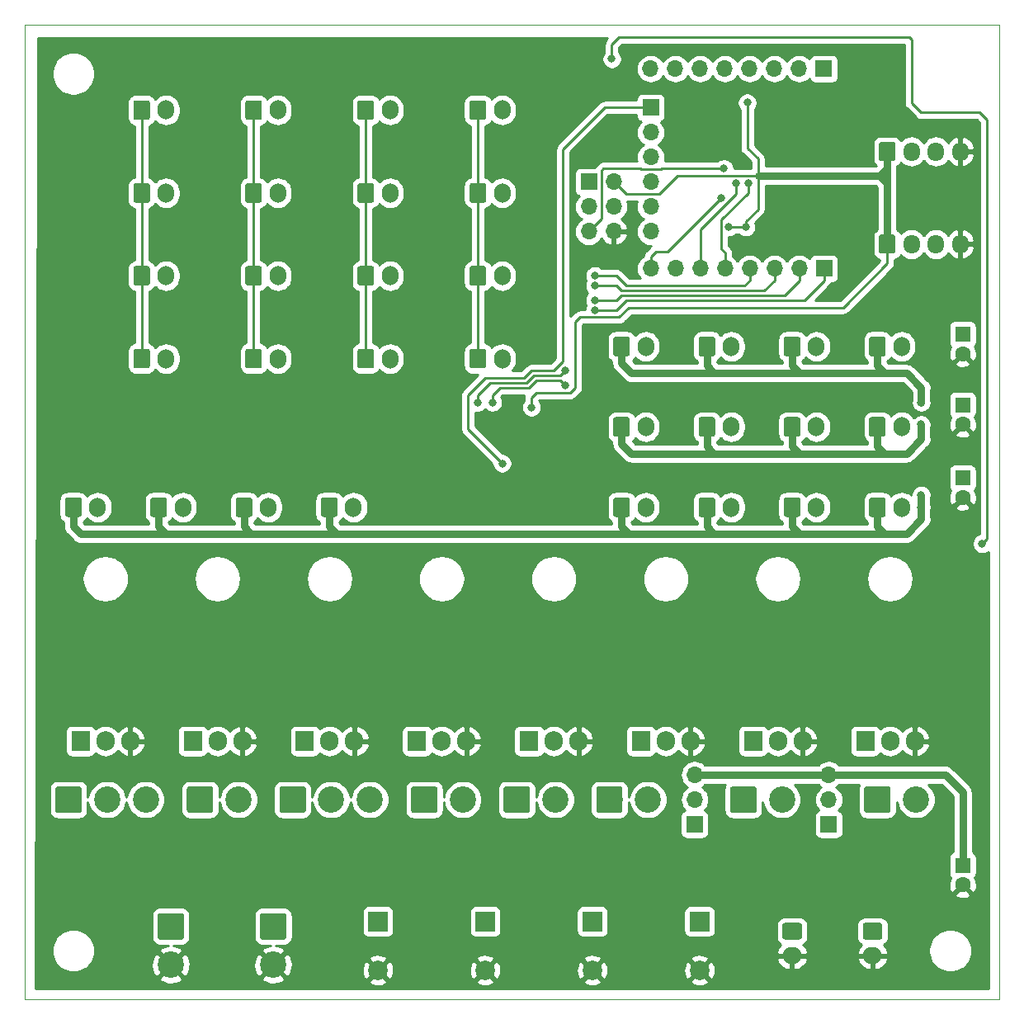
<source format=gbr>
G04 #@! TF.GenerationSoftware,KiCad,Pcbnew,(5.1.0)-1*
G04 #@! TF.CreationDate,2021-07-08T22:58:53+02:00*
G04 #@! TF.ProjectId,test-case-controller,74657374-2d63-4617-9365-2d636f6e7472,V1.0*
G04 #@! TF.SameCoordinates,Original*
G04 #@! TF.FileFunction,Copper,L2,Bot*
G04 #@! TF.FilePolarity,Positive*
%FSLAX46Y46*%
G04 Gerber Fmt 4.6, Leading zero omitted, Abs format (unit mm)*
G04 Created by KiCad (PCBNEW (5.1.0)-1) date 2021-07-08 22:58:53*
%MOMM*%
%LPD*%
G04 APERTURE LIST*
%ADD10C,0.050000*%
%ADD11R,1.905000X2.000000*%
%ADD12O,1.905000X2.000000*%
%ADD13R,2.000000X2.000000*%
%ADD14C,2.000000*%
%ADD15O,1.700000X1.700000*%
%ADD16R,1.700000X1.700000*%
%ADD17C,0.150000*%
%ADD18C,1.700000*%
%ADD19O,1.700000X2.000000*%
%ADD20R,1.600000X1.600000*%
%ADD21C,1.600000*%
%ADD22O,1.700000X1.950000*%
%ADD23C,2.700000*%
%ADD24O,2.000000X1.700000*%
%ADD25C,0.800000*%
%ADD26C,0.750000*%
%ADD27C,0.250000*%
%ADD28C,0.254000*%
G04 APERTURE END LIST*
D10*
X15000000Y-115000000D02*
X15000000Y-15000000D01*
X15000000Y-115000000D02*
X115000000Y-115000000D01*
X115000000Y-15000000D02*
X115000000Y-115000000D01*
X15000000Y-15000000D02*
X115000000Y-15000000D01*
D11*
X101250000Y-88500000D03*
D12*
X103790000Y-88500000D03*
X106330000Y-88500000D03*
D13*
X62250000Y-107000000D03*
D14*
X62250000Y-112000000D03*
D15*
X79220000Y-19500000D03*
X81760000Y-19500000D03*
X84300000Y-19500000D03*
X86840000Y-19500000D03*
X89380000Y-19500000D03*
X91920000Y-19500000D03*
X94460000Y-19500000D03*
D16*
X97000000Y-19500000D03*
D17*
G36*
X38124504Y-63501204D02*
G01*
X38148773Y-63504804D01*
X38172571Y-63510765D01*
X38195671Y-63519030D01*
X38217849Y-63529520D01*
X38238893Y-63542133D01*
X38258598Y-63556747D01*
X38276777Y-63573223D01*
X38293253Y-63591402D01*
X38307867Y-63611107D01*
X38320480Y-63632151D01*
X38330970Y-63654329D01*
X38339235Y-63677429D01*
X38345196Y-63701227D01*
X38348796Y-63725496D01*
X38350000Y-63750000D01*
X38350000Y-65250000D01*
X38348796Y-65274504D01*
X38345196Y-65298773D01*
X38339235Y-65322571D01*
X38330970Y-65345671D01*
X38320480Y-65367849D01*
X38307867Y-65388893D01*
X38293253Y-65408598D01*
X38276777Y-65426777D01*
X38258598Y-65443253D01*
X38238893Y-65457867D01*
X38217849Y-65470480D01*
X38195671Y-65480970D01*
X38172571Y-65489235D01*
X38148773Y-65495196D01*
X38124504Y-65498796D01*
X38100000Y-65500000D01*
X36900000Y-65500000D01*
X36875496Y-65498796D01*
X36851227Y-65495196D01*
X36827429Y-65489235D01*
X36804329Y-65480970D01*
X36782151Y-65470480D01*
X36761107Y-65457867D01*
X36741402Y-65443253D01*
X36723223Y-65426777D01*
X36706747Y-65408598D01*
X36692133Y-65388893D01*
X36679520Y-65367849D01*
X36669030Y-65345671D01*
X36660765Y-65322571D01*
X36654804Y-65298773D01*
X36651204Y-65274504D01*
X36650000Y-65250000D01*
X36650000Y-63750000D01*
X36651204Y-63725496D01*
X36654804Y-63701227D01*
X36660765Y-63677429D01*
X36669030Y-63654329D01*
X36679520Y-63632151D01*
X36692133Y-63611107D01*
X36706747Y-63591402D01*
X36723223Y-63573223D01*
X36741402Y-63556747D01*
X36761107Y-63542133D01*
X36782151Y-63529520D01*
X36804329Y-63519030D01*
X36827429Y-63510765D01*
X36851227Y-63504804D01*
X36875496Y-63501204D01*
X36900000Y-63500000D01*
X38100000Y-63500000D01*
X38124504Y-63501204D01*
X38124504Y-63501204D01*
G37*
D18*
X37500000Y-64500000D03*
D19*
X40000000Y-64500000D03*
D11*
X89750000Y-88500000D03*
D12*
X92290000Y-88500000D03*
X94830000Y-88500000D03*
D19*
X48750000Y-64500000D03*
D17*
G36*
X46874504Y-63501204D02*
G01*
X46898773Y-63504804D01*
X46922571Y-63510765D01*
X46945671Y-63519030D01*
X46967849Y-63529520D01*
X46988893Y-63542133D01*
X47008598Y-63556747D01*
X47026777Y-63573223D01*
X47043253Y-63591402D01*
X47057867Y-63611107D01*
X47070480Y-63632151D01*
X47080970Y-63654329D01*
X47089235Y-63677429D01*
X47095196Y-63701227D01*
X47098796Y-63725496D01*
X47100000Y-63750000D01*
X47100000Y-65250000D01*
X47098796Y-65274504D01*
X47095196Y-65298773D01*
X47089235Y-65322571D01*
X47080970Y-65345671D01*
X47070480Y-65367849D01*
X47057867Y-65388893D01*
X47043253Y-65408598D01*
X47026777Y-65426777D01*
X47008598Y-65443253D01*
X46988893Y-65457867D01*
X46967849Y-65470480D01*
X46945671Y-65480970D01*
X46922571Y-65489235D01*
X46898773Y-65495196D01*
X46874504Y-65498796D01*
X46850000Y-65500000D01*
X45650000Y-65500000D01*
X45625496Y-65498796D01*
X45601227Y-65495196D01*
X45577429Y-65489235D01*
X45554329Y-65480970D01*
X45532151Y-65470480D01*
X45511107Y-65457867D01*
X45491402Y-65443253D01*
X45473223Y-65426777D01*
X45456747Y-65408598D01*
X45442133Y-65388893D01*
X45429520Y-65367849D01*
X45419030Y-65345671D01*
X45410765Y-65322571D01*
X45404804Y-65298773D01*
X45401204Y-65274504D01*
X45400000Y-65250000D01*
X45400000Y-63750000D01*
X45401204Y-63725496D01*
X45404804Y-63701227D01*
X45410765Y-63677429D01*
X45419030Y-63654329D01*
X45429520Y-63632151D01*
X45442133Y-63611107D01*
X45456747Y-63591402D01*
X45473223Y-63573223D01*
X45491402Y-63556747D01*
X45511107Y-63542133D01*
X45532151Y-63529520D01*
X45554329Y-63519030D01*
X45577429Y-63510765D01*
X45601227Y-63504804D01*
X45625496Y-63501204D01*
X45650000Y-63500000D01*
X46850000Y-63500000D01*
X46874504Y-63501204D01*
X46874504Y-63501204D01*
G37*
D18*
X46250000Y-64500000D03*
D20*
X111250000Y-46750000D03*
D21*
X111250000Y-48750000D03*
D16*
X72898000Y-31115000D03*
D15*
X75438000Y-31115000D03*
X72898000Y-33655000D03*
X75438000Y-33655000D03*
X72898000Y-36195000D03*
X75438000Y-36195000D03*
D22*
X111000000Y-37500000D03*
X108500000Y-37500000D03*
X106000000Y-37500000D03*
D17*
G36*
X104124504Y-36526204D02*
G01*
X104148773Y-36529804D01*
X104172571Y-36535765D01*
X104195671Y-36544030D01*
X104217849Y-36554520D01*
X104238893Y-36567133D01*
X104258598Y-36581747D01*
X104276777Y-36598223D01*
X104293253Y-36616402D01*
X104307867Y-36636107D01*
X104320480Y-36657151D01*
X104330970Y-36679329D01*
X104339235Y-36702429D01*
X104345196Y-36726227D01*
X104348796Y-36750496D01*
X104350000Y-36775000D01*
X104350000Y-38225000D01*
X104348796Y-38249504D01*
X104345196Y-38273773D01*
X104339235Y-38297571D01*
X104330970Y-38320671D01*
X104320480Y-38342849D01*
X104307867Y-38363893D01*
X104293253Y-38383598D01*
X104276777Y-38401777D01*
X104258598Y-38418253D01*
X104238893Y-38432867D01*
X104217849Y-38445480D01*
X104195671Y-38455970D01*
X104172571Y-38464235D01*
X104148773Y-38470196D01*
X104124504Y-38473796D01*
X104100000Y-38475000D01*
X102900000Y-38475000D01*
X102875496Y-38473796D01*
X102851227Y-38470196D01*
X102827429Y-38464235D01*
X102804329Y-38455970D01*
X102782151Y-38445480D01*
X102761107Y-38432867D01*
X102741402Y-38418253D01*
X102723223Y-38401777D01*
X102706747Y-38383598D01*
X102692133Y-38363893D01*
X102679520Y-38342849D01*
X102669030Y-38320671D01*
X102660765Y-38297571D01*
X102654804Y-38273773D01*
X102651204Y-38249504D01*
X102650000Y-38225000D01*
X102650000Y-36775000D01*
X102651204Y-36750496D01*
X102654804Y-36726227D01*
X102660765Y-36702429D01*
X102669030Y-36679329D01*
X102679520Y-36657151D01*
X102692133Y-36636107D01*
X102706747Y-36616402D01*
X102723223Y-36598223D01*
X102741402Y-36581747D01*
X102761107Y-36567133D01*
X102782151Y-36554520D01*
X102804329Y-36544030D01*
X102827429Y-36535765D01*
X102851227Y-36529804D01*
X102875496Y-36526204D01*
X102900000Y-36525000D01*
X104100000Y-36525000D01*
X104124504Y-36526204D01*
X104124504Y-36526204D01*
G37*
D18*
X103500000Y-37500000D03*
D17*
G36*
X104124504Y-27026204D02*
G01*
X104148773Y-27029804D01*
X104172571Y-27035765D01*
X104195671Y-27044030D01*
X104217849Y-27054520D01*
X104238893Y-27067133D01*
X104258598Y-27081747D01*
X104276777Y-27098223D01*
X104293253Y-27116402D01*
X104307867Y-27136107D01*
X104320480Y-27157151D01*
X104330970Y-27179329D01*
X104339235Y-27202429D01*
X104345196Y-27226227D01*
X104348796Y-27250496D01*
X104350000Y-27275000D01*
X104350000Y-28725000D01*
X104348796Y-28749504D01*
X104345196Y-28773773D01*
X104339235Y-28797571D01*
X104330970Y-28820671D01*
X104320480Y-28842849D01*
X104307867Y-28863893D01*
X104293253Y-28883598D01*
X104276777Y-28901777D01*
X104258598Y-28918253D01*
X104238893Y-28932867D01*
X104217849Y-28945480D01*
X104195671Y-28955970D01*
X104172571Y-28964235D01*
X104148773Y-28970196D01*
X104124504Y-28973796D01*
X104100000Y-28975000D01*
X102900000Y-28975000D01*
X102875496Y-28973796D01*
X102851227Y-28970196D01*
X102827429Y-28964235D01*
X102804329Y-28955970D01*
X102782151Y-28945480D01*
X102761107Y-28932867D01*
X102741402Y-28918253D01*
X102723223Y-28901777D01*
X102706747Y-28883598D01*
X102692133Y-28863893D01*
X102679520Y-28842849D01*
X102669030Y-28820671D01*
X102660765Y-28797571D01*
X102654804Y-28773773D01*
X102651204Y-28749504D01*
X102650000Y-28725000D01*
X102650000Y-27275000D01*
X102651204Y-27250496D01*
X102654804Y-27226227D01*
X102660765Y-27202429D01*
X102669030Y-27179329D01*
X102679520Y-27157151D01*
X102692133Y-27136107D01*
X102706747Y-27116402D01*
X102723223Y-27098223D01*
X102741402Y-27081747D01*
X102761107Y-27067133D01*
X102782151Y-27054520D01*
X102804329Y-27044030D01*
X102827429Y-27035765D01*
X102851227Y-27029804D01*
X102875496Y-27026204D01*
X102900000Y-27025000D01*
X104100000Y-27025000D01*
X104124504Y-27026204D01*
X104124504Y-27026204D01*
G37*
D18*
X103500000Y-28000000D03*
D22*
X106000000Y-28000000D03*
X108500000Y-28000000D03*
X111000000Y-28000000D03*
D16*
X79250000Y-23500000D03*
D15*
X79250000Y-26040000D03*
X79250000Y-28580000D03*
X79250000Y-31120000D03*
X79250000Y-33660000D03*
X79250000Y-36200000D03*
D16*
X97030000Y-40000000D03*
D15*
X94490000Y-40000000D03*
X91950000Y-40000000D03*
X89410000Y-40000000D03*
X86870000Y-40000000D03*
X84330000Y-40000000D03*
X81790000Y-40000000D03*
X79250000Y-40000000D03*
D17*
G36*
X27624504Y-31251204D02*
G01*
X27648773Y-31254804D01*
X27672571Y-31260765D01*
X27695671Y-31269030D01*
X27717849Y-31279520D01*
X27738893Y-31292133D01*
X27758598Y-31306747D01*
X27776777Y-31323223D01*
X27793253Y-31341402D01*
X27807867Y-31361107D01*
X27820480Y-31382151D01*
X27830970Y-31404329D01*
X27839235Y-31427429D01*
X27845196Y-31451227D01*
X27848796Y-31475496D01*
X27850000Y-31500000D01*
X27850000Y-33000000D01*
X27848796Y-33024504D01*
X27845196Y-33048773D01*
X27839235Y-33072571D01*
X27830970Y-33095671D01*
X27820480Y-33117849D01*
X27807867Y-33138893D01*
X27793253Y-33158598D01*
X27776777Y-33176777D01*
X27758598Y-33193253D01*
X27738893Y-33207867D01*
X27717849Y-33220480D01*
X27695671Y-33230970D01*
X27672571Y-33239235D01*
X27648773Y-33245196D01*
X27624504Y-33248796D01*
X27600000Y-33250000D01*
X26400000Y-33250000D01*
X26375496Y-33248796D01*
X26351227Y-33245196D01*
X26327429Y-33239235D01*
X26304329Y-33230970D01*
X26282151Y-33220480D01*
X26261107Y-33207867D01*
X26241402Y-33193253D01*
X26223223Y-33176777D01*
X26206747Y-33158598D01*
X26192133Y-33138893D01*
X26179520Y-33117849D01*
X26169030Y-33095671D01*
X26160765Y-33072571D01*
X26154804Y-33048773D01*
X26151204Y-33024504D01*
X26150000Y-33000000D01*
X26150000Y-31500000D01*
X26151204Y-31475496D01*
X26154804Y-31451227D01*
X26160765Y-31427429D01*
X26169030Y-31404329D01*
X26179520Y-31382151D01*
X26192133Y-31361107D01*
X26206747Y-31341402D01*
X26223223Y-31323223D01*
X26241402Y-31306747D01*
X26261107Y-31292133D01*
X26282151Y-31279520D01*
X26304329Y-31269030D01*
X26327429Y-31260765D01*
X26351227Y-31254804D01*
X26375496Y-31251204D01*
X26400000Y-31250000D01*
X27600000Y-31250000D01*
X27624504Y-31251204D01*
X27624504Y-31251204D01*
G37*
D18*
X27000000Y-32250000D03*
D19*
X29500000Y-32250000D03*
D17*
G36*
X27624504Y-39751204D02*
G01*
X27648773Y-39754804D01*
X27672571Y-39760765D01*
X27695671Y-39769030D01*
X27717849Y-39779520D01*
X27738893Y-39792133D01*
X27758598Y-39806747D01*
X27776777Y-39823223D01*
X27793253Y-39841402D01*
X27807867Y-39861107D01*
X27820480Y-39882151D01*
X27830970Y-39904329D01*
X27839235Y-39927429D01*
X27845196Y-39951227D01*
X27848796Y-39975496D01*
X27850000Y-40000000D01*
X27850000Y-41500000D01*
X27848796Y-41524504D01*
X27845196Y-41548773D01*
X27839235Y-41572571D01*
X27830970Y-41595671D01*
X27820480Y-41617849D01*
X27807867Y-41638893D01*
X27793253Y-41658598D01*
X27776777Y-41676777D01*
X27758598Y-41693253D01*
X27738893Y-41707867D01*
X27717849Y-41720480D01*
X27695671Y-41730970D01*
X27672571Y-41739235D01*
X27648773Y-41745196D01*
X27624504Y-41748796D01*
X27600000Y-41750000D01*
X26400000Y-41750000D01*
X26375496Y-41748796D01*
X26351227Y-41745196D01*
X26327429Y-41739235D01*
X26304329Y-41730970D01*
X26282151Y-41720480D01*
X26261107Y-41707867D01*
X26241402Y-41693253D01*
X26223223Y-41676777D01*
X26206747Y-41658598D01*
X26192133Y-41638893D01*
X26179520Y-41617849D01*
X26169030Y-41595671D01*
X26160765Y-41572571D01*
X26154804Y-41548773D01*
X26151204Y-41524504D01*
X26150000Y-41500000D01*
X26150000Y-40000000D01*
X26151204Y-39975496D01*
X26154804Y-39951227D01*
X26160765Y-39927429D01*
X26169030Y-39904329D01*
X26179520Y-39882151D01*
X26192133Y-39861107D01*
X26206747Y-39841402D01*
X26223223Y-39823223D01*
X26241402Y-39806747D01*
X26261107Y-39792133D01*
X26282151Y-39779520D01*
X26304329Y-39769030D01*
X26327429Y-39760765D01*
X26351227Y-39754804D01*
X26375496Y-39751204D01*
X26400000Y-39750000D01*
X27600000Y-39750000D01*
X27624504Y-39751204D01*
X27624504Y-39751204D01*
G37*
D18*
X27000000Y-40750000D03*
D19*
X29500000Y-40750000D03*
X29500000Y-49250000D03*
D17*
G36*
X27624504Y-48251204D02*
G01*
X27648773Y-48254804D01*
X27672571Y-48260765D01*
X27695671Y-48269030D01*
X27717849Y-48279520D01*
X27738893Y-48292133D01*
X27758598Y-48306747D01*
X27776777Y-48323223D01*
X27793253Y-48341402D01*
X27807867Y-48361107D01*
X27820480Y-48382151D01*
X27830970Y-48404329D01*
X27839235Y-48427429D01*
X27845196Y-48451227D01*
X27848796Y-48475496D01*
X27850000Y-48500000D01*
X27850000Y-50000000D01*
X27848796Y-50024504D01*
X27845196Y-50048773D01*
X27839235Y-50072571D01*
X27830970Y-50095671D01*
X27820480Y-50117849D01*
X27807867Y-50138893D01*
X27793253Y-50158598D01*
X27776777Y-50176777D01*
X27758598Y-50193253D01*
X27738893Y-50207867D01*
X27717849Y-50220480D01*
X27695671Y-50230970D01*
X27672571Y-50239235D01*
X27648773Y-50245196D01*
X27624504Y-50248796D01*
X27600000Y-50250000D01*
X26400000Y-50250000D01*
X26375496Y-50248796D01*
X26351227Y-50245196D01*
X26327429Y-50239235D01*
X26304329Y-50230970D01*
X26282151Y-50220480D01*
X26261107Y-50207867D01*
X26241402Y-50193253D01*
X26223223Y-50176777D01*
X26206747Y-50158598D01*
X26192133Y-50138893D01*
X26179520Y-50117849D01*
X26169030Y-50095671D01*
X26160765Y-50072571D01*
X26154804Y-50048773D01*
X26151204Y-50024504D01*
X26150000Y-50000000D01*
X26150000Y-48500000D01*
X26151204Y-48475496D01*
X26154804Y-48451227D01*
X26160765Y-48427429D01*
X26169030Y-48404329D01*
X26179520Y-48382151D01*
X26192133Y-48361107D01*
X26206747Y-48341402D01*
X26223223Y-48323223D01*
X26241402Y-48306747D01*
X26261107Y-48292133D01*
X26282151Y-48279520D01*
X26304329Y-48269030D01*
X26327429Y-48260765D01*
X26351227Y-48254804D01*
X26375496Y-48251204D01*
X26400000Y-48250000D01*
X27600000Y-48250000D01*
X27624504Y-48251204D01*
X27624504Y-48251204D01*
G37*
D18*
X27000000Y-49250000D03*
D19*
X41000000Y-32250000D03*
D17*
G36*
X39124504Y-31251204D02*
G01*
X39148773Y-31254804D01*
X39172571Y-31260765D01*
X39195671Y-31269030D01*
X39217849Y-31279520D01*
X39238893Y-31292133D01*
X39258598Y-31306747D01*
X39276777Y-31323223D01*
X39293253Y-31341402D01*
X39307867Y-31361107D01*
X39320480Y-31382151D01*
X39330970Y-31404329D01*
X39339235Y-31427429D01*
X39345196Y-31451227D01*
X39348796Y-31475496D01*
X39350000Y-31500000D01*
X39350000Y-33000000D01*
X39348796Y-33024504D01*
X39345196Y-33048773D01*
X39339235Y-33072571D01*
X39330970Y-33095671D01*
X39320480Y-33117849D01*
X39307867Y-33138893D01*
X39293253Y-33158598D01*
X39276777Y-33176777D01*
X39258598Y-33193253D01*
X39238893Y-33207867D01*
X39217849Y-33220480D01*
X39195671Y-33230970D01*
X39172571Y-33239235D01*
X39148773Y-33245196D01*
X39124504Y-33248796D01*
X39100000Y-33250000D01*
X37900000Y-33250000D01*
X37875496Y-33248796D01*
X37851227Y-33245196D01*
X37827429Y-33239235D01*
X37804329Y-33230970D01*
X37782151Y-33220480D01*
X37761107Y-33207867D01*
X37741402Y-33193253D01*
X37723223Y-33176777D01*
X37706747Y-33158598D01*
X37692133Y-33138893D01*
X37679520Y-33117849D01*
X37669030Y-33095671D01*
X37660765Y-33072571D01*
X37654804Y-33048773D01*
X37651204Y-33024504D01*
X37650000Y-33000000D01*
X37650000Y-31500000D01*
X37651204Y-31475496D01*
X37654804Y-31451227D01*
X37660765Y-31427429D01*
X37669030Y-31404329D01*
X37679520Y-31382151D01*
X37692133Y-31361107D01*
X37706747Y-31341402D01*
X37723223Y-31323223D01*
X37741402Y-31306747D01*
X37761107Y-31292133D01*
X37782151Y-31279520D01*
X37804329Y-31269030D01*
X37827429Y-31260765D01*
X37851227Y-31254804D01*
X37875496Y-31251204D01*
X37900000Y-31250000D01*
X39100000Y-31250000D01*
X39124504Y-31251204D01*
X39124504Y-31251204D01*
G37*
D18*
X38500000Y-32250000D03*
D19*
X41000000Y-40750000D03*
D17*
G36*
X39124504Y-39751204D02*
G01*
X39148773Y-39754804D01*
X39172571Y-39760765D01*
X39195671Y-39769030D01*
X39217849Y-39779520D01*
X39238893Y-39792133D01*
X39258598Y-39806747D01*
X39276777Y-39823223D01*
X39293253Y-39841402D01*
X39307867Y-39861107D01*
X39320480Y-39882151D01*
X39330970Y-39904329D01*
X39339235Y-39927429D01*
X39345196Y-39951227D01*
X39348796Y-39975496D01*
X39350000Y-40000000D01*
X39350000Y-41500000D01*
X39348796Y-41524504D01*
X39345196Y-41548773D01*
X39339235Y-41572571D01*
X39330970Y-41595671D01*
X39320480Y-41617849D01*
X39307867Y-41638893D01*
X39293253Y-41658598D01*
X39276777Y-41676777D01*
X39258598Y-41693253D01*
X39238893Y-41707867D01*
X39217849Y-41720480D01*
X39195671Y-41730970D01*
X39172571Y-41739235D01*
X39148773Y-41745196D01*
X39124504Y-41748796D01*
X39100000Y-41750000D01*
X37900000Y-41750000D01*
X37875496Y-41748796D01*
X37851227Y-41745196D01*
X37827429Y-41739235D01*
X37804329Y-41730970D01*
X37782151Y-41720480D01*
X37761107Y-41707867D01*
X37741402Y-41693253D01*
X37723223Y-41676777D01*
X37706747Y-41658598D01*
X37692133Y-41638893D01*
X37679520Y-41617849D01*
X37669030Y-41595671D01*
X37660765Y-41572571D01*
X37654804Y-41548773D01*
X37651204Y-41524504D01*
X37650000Y-41500000D01*
X37650000Y-40000000D01*
X37651204Y-39975496D01*
X37654804Y-39951227D01*
X37660765Y-39927429D01*
X37669030Y-39904329D01*
X37679520Y-39882151D01*
X37692133Y-39861107D01*
X37706747Y-39841402D01*
X37723223Y-39823223D01*
X37741402Y-39806747D01*
X37761107Y-39792133D01*
X37782151Y-39779520D01*
X37804329Y-39769030D01*
X37827429Y-39760765D01*
X37851227Y-39754804D01*
X37875496Y-39751204D01*
X37900000Y-39750000D01*
X39100000Y-39750000D01*
X39124504Y-39751204D01*
X39124504Y-39751204D01*
G37*
D18*
X38500000Y-40750000D03*
D17*
G36*
X39124504Y-48251204D02*
G01*
X39148773Y-48254804D01*
X39172571Y-48260765D01*
X39195671Y-48269030D01*
X39217849Y-48279520D01*
X39238893Y-48292133D01*
X39258598Y-48306747D01*
X39276777Y-48323223D01*
X39293253Y-48341402D01*
X39307867Y-48361107D01*
X39320480Y-48382151D01*
X39330970Y-48404329D01*
X39339235Y-48427429D01*
X39345196Y-48451227D01*
X39348796Y-48475496D01*
X39350000Y-48500000D01*
X39350000Y-50000000D01*
X39348796Y-50024504D01*
X39345196Y-50048773D01*
X39339235Y-50072571D01*
X39330970Y-50095671D01*
X39320480Y-50117849D01*
X39307867Y-50138893D01*
X39293253Y-50158598D01*
X39276777Y-50176777D01*
X39258598Y-50193253D01*
X39238893Y-50207867D01*
X39217849Y-50220480D01*
X39195671Y-50230970D01*
X39172571Y-50239235D01*
X39148773Y-50245196D01*
X39124504Y-50248796D01*
X39100000Y-50250000D01*
X37900000Y-50250000D01*
X37875496Y-50248796D01*
X37851227Y-50245196D01*
X37827429Y-50239235D01*
X37804329Y-50230970D01*
X37782151Y-50220480D01*
X37761107Y-50207867D01*
X37741402Y-50193253D01*
X37723223Y-50176777D01*
X37706747Y-50158598D01*
X37692133Y-50138893D01*
X37679520Y-50117849D01*
X37669030Y-50095671D01*
X37660765Y-50072571D01*
X37654804Y-50048773D01*
X37651204Y-50024504D01*
X37650000Y-50000000D01*
X37650000Y-48500000D01*
X37651204Y-48475496D01*
X37654804Y-48451227D01*
X37660765Y-48427429D01*
X37669030Y-48404329D01*
X37679520Y-48382151D01*
X37692133Y-48361107D01*
X37706747Y-48341402D01*
X37723223Y-48323223D01*
X37741402Y-48306747D01*
X37761107Y-48292133D01*
X37782151Y-48279520D01*
X37804329Y-48269030D01*
X37827429Y-48260765D01*
X37851227Y-48254804D01*
X37875496Y-48251204D01*
X37900000Y-48250000D01*
X39100000Y-48250000D01*
X39124504Y-48251204D01*
X39124504Y-48251204D01*
G37*
D18*
X38500000Y-49250000D03*
D19*
X41000000Y-49250000D03*
D17*
G36*
X50624504Y-31251204D02*
G01*
X50648773Y-31254804D01*
X50672571Y-31260765D01*
X50695671Y-31269030D01*
X50717849Y-31279520D01*
X50738893Y-31292133D01*
X50758598Y-31306747D01*
X50776777Y-31323223D01*
X50793253Y-31341402D01*
X50807867Y-31361107D01*
X50820480Y-31382151D01*
X50830970Y-31404329D01*
X50839235Y-31427429D01*
X50845196Y-31451227D01*
X50848796Y-31475496D01*
X50850000Y-31500000D01*
X50850000Y-33000000D01*
X50848796Y-33024504D01*
X50845196Y-33048773D01*
X50839235Y-33072571D01*
X50830970Y-33095671D01*
X50820480Y-33117849D01*
X50807867Y-33138893D01*
X50793253Y-33158598D01*
X50776777Y-33176777D01*
X50758598Y-33193253D01*
X50738893Y-33207867D01*
X50717849Y-33220480D01*
X50695671Y-33230970D01*
X50672571Y-33239235D01*
X50648773Y-33245196D01*
X50624504Y-33248796D01*
X50600000Y-33250000D01*
X49400000Y-33250000D01*
X49375496Y-33248796D01*
X49351227Y-33245196D01*
X49327429Y-33239235D01*
X49304329Y-33230970D01*
X49282151Y-33220480D01*
X49261107Y-33207867D01*
X49241402Y-33193253D01*
X49223223Y-33176777D01*
X49206747Y-33158598D01*
X49192133Y-33138893D01*
X49179520Y-33117849D01*
X49169030Y-33095671D01*
X49160765Y-33072571D01*
X49154804Y-33048773D01*
X49151204Y-33024504D01*
X49150000Y-33000000D01*
X49150000Y-31500000D01*
X49151204Y-31475496D01*
X49154804Y-31451227D01*
X49160765Y-31427429D01*
X49169030Y-31404329D01*
X49179520Y-31382151D01*
X49192133Y-31361107D01*
X49206747Y-31341402D01*
X49223223Y-31323223D01*
X49241402Y-31306747D01*
X49261107Y-31292133D01*
X49282151Y-31279520D01*
X49304329Y-31269030D01*
X49327429Y-31260765D01*
X49351227Y-31254804D01*
X49375496Y-31251204D01*
X49400000Y-31250000D01*
X50600000Y-31250000D01*
X50624504Y-31251204D01*
X50624504Y-31251204D01*
G37*
D18*
X50000000Y-32250000D03*
D19*
X52500000Y-32250000D03*
X52500000Y-40750000D03*
D17*
G36*
X50624504Y-39751204D02*
G01*
X50648773Y-39754804D01*
X50672571Y-39760765D01*
X50695671Y-39769030D01*
X50717849Y-39779520D01*
X50738893Y-39792133D01*
X50758598Y-39806747D01*
X50776777Y-39823223D01*
X50793253Y-39841402D01*
X50807867Y-39861107D01*
X50820480Y-39882151D01*
X50830970Y-39904329D01*
X50839235Y-39927429D01*
X50845196Y-39951227D01*
X50848796Y-39975496D01*
X50850000Y-40000000D01*
X50850000Y-41500000D01*
X50848796Y-41524504D01*
X50845196Y-41548773D01*
X50839235Y-41572571D01*
X50830970Y-41595671D01*
X50820480Y-41617849D01*
X50807867Y-41638893D01*
X50793253Y-41658598D01*
X50776777Y-41676777D01*
X50758598Y-41693253D01*
X50738893Y-41707867D01*
X50717849Y-41720480D01*
X50695671Y-41730970D01*
X50672571Y-41739235D01*
X50648773Y-41745196D01*
X50624504Y-41748796D01*
X50600000Y-41750000D01*
X49400000Y-41750000D01*
X49375496Y-41748796D01*
X49351227Y-41745196D01*
X49327429Y-41739235D01*
X49304329Y-41730970D01*
X49282151Y-41720480D01*
X49261107Y-41707867D01*
X49241402Y-41693253D01*
X49223223Y-41676777D01*
X49206747Y-41658598D01*
X49192133Y-41638893D01*
X49179520Y-41617849D01*
X49169030Y-41595671D01*
X49160765Y-41572571D01*
X49154804Y-41548773D01*
X49151204Y-41524504D01*
X49150000Y-41500000D01*
X49150000Y-40000000D01*
X49151204Y-39975496D01*
X49154804Y-39951227D01*
X49160765Y-39927429D01*
X49169030Y-39904329D01*
X49179520Y-39882151D01*
X49192133Y-39861107D01*
X49206747Y-39841402D01*
X49223223Y-39823223D01*
X49241402Y-39806747D01*
X49261107Y-39792133D01*
X49282151Y-39779520D01*
X49304329Y-39769030D01*
X49327429Y-39760765D01*
X49351227Y-39754804D01*
X49375496Y-39751204D01*
X49400000Y-39750000D01*
X50600000Y-39750000D01*
X50624504Y-39751204D01*
X50624504Y-39751204D01*
G37*
D18*
X50000000Y-40750000D03*
D17*
G36*
X50624504Y-48251204D02*
G01*
X50648773Y-48254804D01*
X50672571Y-48260765D01*
X50695671Y-48269030D01*
X50717849Y-48279520D01*
X50738893Y-48292133D01*
X50758598Y-48306747D01*
X50776777Y-48323223D01*
X50793253Y-48341402D01*
X50807867Y-48361107D01*
X50820480Y-48382151D01*
X50830970Y-48404329D01*
X50839235Y-48427429D01*
X50845196Y-48451227D01*
X50848796Y-48475496D01*
X50850000Y-48500000D01*
X50850000Y-50000000D01*
X50848796Y-50024504D01*
X50845196Y-50048773D01*
X50839235Y-50072571D01*
X50830970Y-50095671D01*
X50820480Y-50117849D01*
X50807867Y-50138893D01*
X50793253Y-50158598D01*
X50776777Y-50176777D01*
X50758598Y-50193253D01*
X50738893Y-50207867D01*
X50717849Y-50220480D01*
X50695671Y-50230970D01*
X50672571Y-50239235D01*
X50648773Y-50245196D01*
X50624504Y-50248796D01*
X50600000Y-50250000D01*
X49400000Y-50250000D01*
X49375496Y-50248796D01*
X49351227Y-50245196D01*
X49327429Y-50239235D01*
X49304329Y-50230970D01*
X49282151Y-50220480D01*
X49261107Y-50207867D01*
X49241402Y-50193253D01*
X49223223Y-50176777D01*
X49206747Y-50158598D01*
X49192133Y-50138893D01*
X49179520Y-50117849D01*
X49169030Y-50095671D01*
X49160765Y-50072571D01*
X49154804Y-50048773D01*
X49151204Y-50024504D01*
X49150000Y-50000000D01*
X49150000Y-48500000D01*
X49151204Y-48475496D01*
X49154804Y-48451227D01*
X49160765Y-48427429D01*
X49169030Y-48404329D01*
X49179520Y-48382151D01*
X49192133Y-48361107D01*
X49206747Y-48341402D01*
X49223223Y-48323223D01*
X49241402Y-48306747D01*
X49261107Y-48292133D01*
X49282151Y-48279520D01*
X49304329Y-48269030D01*
X49327429Y-48260765D01*
X49351227Y-48254804D01*
X49375496Y-48251204D01*
X49400000Y-48250000D01*
X50600000Y-48250000D01*
X50624504Y-48251204D01*
X50624504Y-48251204D01*
G37*
D18*
X50000000Y-49250000D03*
D19*
X52500000Y-49250000D03*
X64000000Y-32250000D03*
D17*
G36*
X62124504Y-31251204D02*
G01*
X62148773Y-31254804D01*
X62172571Y-31260765D01*
X62195671Y-31269030D01*
X62217849Y-31279520D01*
X62238893Y-31292133D01*
X62258598Y-31306747D01*
X62276777Y-31323223D01*
X62293253Y-31341402D01*
X62307867Y-31361107D01*
X62320480Y-31382151D01*
X62330970Y-31404329D01*
X62339235Y-31427429D01*
X62345196Y-31451227D01*
X62348796Y-31475496D01*
X62350000Y-31500000D01*
X62350000Y-33000000D01*
X62348796Y-33024504D01*
X62345196Y-33048773D01*
X62339235Y-33072571D01*
X62330970Y-33095671D01*
X62320480Y-33117849D01*
X62307867Y-33138893D01*
X62293253Y-33158598D01*
X62276777Y-33176777D01*
X62258598Y-33193253D01*
X62238893Y-33207867D01*
X62217849Y-33220480D01*
X62195671Y-33230970D01*
X62172571Y-33239235D01*
X62148773Y-33245196D01*
X62124504Y-33248796D01*
X62100000Y-33250000D01*
X60900000Y-33250000D01*
X60875496Y-33248796D01*
X60851227Y-33245196D01*
X60827429Y-33239235D01*
X60804329Y-33230970D01*
X60782151Y-33220480D01*
X60761107Y-33207867D01*
X60741402Y-33193253D01*
X60723223Y-33176777D01*
X60706747Y-33158598D01*
X60692133Y-33138893D01*
X60679520Y-33117849D01*
X60669030Y-33095671D01*
X60660765Y-33072571D01*
X60654804Y-33048773D01*
X60651204Y-33024504D01*
X60650000Y-33000000D01*
X60650000Y-31500000D01*
X60651204Y-31475496D01*
X60654804Y-31451227D01*
X60660765Y-31427429D01*
X60669030Y-31404329D01*
X60679520Y-31382151D01*
X60692133Y-31361107D01*
X60706747Y-31341402D01*
X60723223Y-31323223D01*
X60741402Y-31306747D01*
X60761107Y-31292133D01*
X60782151Y-31279520D01*
X60804329Y-31269030D01*
X60827429Y-31260765D01*
X60851227Y-31254804D01*
X60875496Y-31251204D01*
X60900000Y-31250000D01*
X62100000Y-31250000D01*
X62124504Y-31251204D01*
X62124504Y-31251204D01*
G37*
D18*
X61500000Y-32250000D03*
D19*
X64000000Y-40750000D03*
D17*
G36*
X62124504Y-39751204D02*
G01*
X62148773Y-39754804D01*
X62172571Y-39760765D01*
X62195671Y-39769030D01*
X62217849Y-39779520D01*
X62238893Y-39792133D01*
X62258598Y-39806747D01*
X62276777Y-39823223D01*
X62293253Y-39841402D01*
X62307867Y-39861107D01*
X62320480Y-39882151D01*
X62330970Y-39904329D01*
X62339235Y-39927429D01*
X62345196Y-39951227D01*
X62348796Y-39975496D01*
X62350000Y-40000000D01*
X62350000Y-41500000D01*
X62348796Y-41524504D01*
X62345196Y-41548773D01*
X62339235Y-41572571D01*
X62330970Y-41595671D01*
X62320480Y-41617849D01*
X62307867Y-41638893D01*
X62293253Y-41658598D01*
X62276777Y-41676777D01*
X62258598Y-41693253D01*
X62238893Y-41707867D01*
X62217849Y-41720480D01*
X62195671Y-41730970D01*
X62172571Y-41739235D01*
X62148773Y-41745196D01*
X62124504Y-41748796D01*
X62100000Y-41750000D01*
X60900000Y-41750000D01*
X60875496Y-41748796D01*
X60851227Y-41745196D01*
X60827429Y-41739235D01*
X60804329Y-41730970D01*
X60782151Y-41720480D01*
X60761107Y-41707867D01*
X60741402Y-41693253D01*
X60723223Y-41676777D01*
X60706747Y-41658598D01*
X60692133Y-41638893D01*
X60679520Y-41617849D01*
X60669030Y-41595671D01*
X60660765Y-41572571D01*
X60654804Y-41548773D01*
X60651204Y-41524504D01*
X60650000Y-41500000D01*
X60650000Y-40000000D01*
X60651204Y-39975496D01*
X60654804Y-39951227D01*
X60660765Y-39927429D01*
X60669030Y-39904329D01*
X60679520Y-39882151D01*
X60692133Y-39861107D01*
X60706747Y-39841402D01*
X60723223Y-39823223D01*
X60741402Y-39806747D01*
X60761107Y-39792133D01*
X60782151Y-39779520D01*
X60804329Y-39769030D01*
X60827429Y-39760765D01*
X60851227Y-39754804D01*
X60875496Y-39751204D01*
X60900000Y-39750000D01*
X62100000Y-39750000D01*
X62124504Y-39751204D01*
X62124504Y-39751204D01*
G37*
D18*
X61500000Y-40750000D03*
D17*
G36*
X62124504Y-48251204D02*
G01*
X62148773Y-48254804D01*
X62172571Y-48260765D01*
X62195671Y-48269030D01*
X62217849Y-48279520D01*
X62238893Y-48292133D01*
X62258598Y-48306747D01*
X62276777Y-48323223D01*
X62293253Y-48341402D01*
X62307867Y-48361107D01*
X62320480Y-48382151D01*
X62330970Y-48404329D01*
X62339235Y-48427429D01*
X62345196Y-48451227D01*
X62348796Y-48475496D01*
X62350000Y-48500000D01*
X62350000Y-50000000D01*
X62348796Y-50024504D01*
X62345196Y-50048773D01*
X62339235Y-50072571D01*
X62330970Y-50095671D01*
X62320480Y-50117849D01*
X62307867Y-50138893D01*
X62293253Y-50158598D01*
X62276777Y-50176777D01*
X62258598Y-50193253D01*
X62238893Y-50207867D01*
X62217849Y-50220480D01*
X62195671Y-50230970D01*
X62172571Y-50239235D01*
X62148773Y-50245196D01*
X62124504Y-50248796D01*
X62100000Y-50250000D01*
X60900000Y-50250000D01*
X60875496Y-50248796D01*
X60851227Y-50245196D01*
X60827429Y-50239235D01*
X60804329Y-50230970D01*
X60782151Y-50220480D01*
X60761107Y-50207867D01*
X60741402Y-50193253D01*
X60723223Y-50176777D01*
X60706747Y-50158598D01*
X60692133Y-50138893D01*
X60679520Y-50117849D01*
X60669030Y-50095671D01*
X60660765Y-50072571D01*
X60654804Y-50048773D01*
X60651204Y-50024504D01*
X60650000Y-50000000D01*
X60650000Y-48500000D01*
X60651204Y-48475496D01*
X60654804Y-48451227D01*
X60660765Y-48427429D01*
X60669030Y-48404329D01*
X60679520Y-48382151D01*
X60692133Y-48361107D01*
X60706747Y-48341402D01*
X60723223Y-48323223D01*
X60741402Y-48306747D01*
X60761107Y-48292133D01*
X60782151Y-48279520D01*
X60804329Y-48269030D01*
X60827429Y-48260765D01*
X60851227Y-48254804D01*
X60875496Y-48251204D01*
X60900000Y-48250000D01*
X62100000Y-48250000D01*
X62124504Y-48251204D01*
X62124504Y-48251204D01*
G37*
D18*
X61500000Y-49250000D03*
D19*
X64000000Y-49250000D03*
D23*
X30000000Y-111460000D03*
D17*
G36*
X31124503Y-106151204D02*
G01*
X31148772Y-106154804D01*
X31172570Y-106160765D01*
X31195670Y-106169030D01*
X31217849Y-106179520D01*
X31238892Y-106192133D01*
X31258598Y-106206748D01*
X31276776Y-106223224D01*
X31293252Y-106241402D01*
X31307867Y-106261108D01*
X31320480Y-106282151D01*
X31330970Y-106304330D01*
X31339235Y-106327430D01*
X31345196Y-106351228D01*
X31348796Y-106375497D01*
X31350000Y-106400001D01*
X31350000Y-108599999D01*
X31348796Y-108624503D01*
X31345196Y-108648772D01*
X31339235Y-108672570D01*
X31330970Y-108695670D01*
X31320480Y-108717849D01*
X31307867Y-108738892D01*
X31293252Y-108758598D01*
X31276776Y-108776776D01*
X31258598Y-108793252D01*
X31238892Y-108807867D01*
X31217849Y-108820480D01*
X31195670Y-108830970D01*
X31172570Y-108839235D01*
X31148772Y-108845196D01*
X31124503Y-108848796D01*
X31099999Y-108850000D01*
X28900001Y-108850000D01*
X28875497Y-108848796D01*
X28851228Y-108845196D01*
X28827430Y-108839235D01*
X28804330Y-108830970D01*
X28782151Y-108820480D01*
X28761108Y-108807867D01*
X28741402Y-108793252D01*
X28723224Y-108776776D01*
X28706748Y-108758598D01*
X28692133Y-108738892D01*
X28679520Y-108717849D01*
X28669030Y-108695670D01*
X28660765Y-108672570D01*
X28654804Y-108648772D01*
X28651204Y-108624503D01*
X28650000Y-108599999D01*
X28650000Y-106400001D01*
X28651204Y-106375497D01*
X28654804Y-106351228D01*
X28660765Y-106327430D01*
X28669030Y-106304330D01*
X28679520Y-106282151D01*
X28692133Y-106261108D01*
X28706748Y-106241402D01*
X28723224Y-106223224D01*
X28741402Y-106206748D01*
X28761108Y-106192133D01*
X28782151Y-106179520D01*
X28804330Y-106169030D01*
X28827430Y-106160765D01*
X28851228Y-106154804D01*
X28875497Y-106151204D01*
X28900001Y-106150000D01*
X31099999Y-106150000D01*
X31124503Y-106151204D01*
X31124503Y-106151204D01*
G37*
D23*
X30000000Y-107500000D03*
D17*
G36*
X41624503Y-106151204D02*
G01*
X41648772Y-106154804D01*
X41672570Y-106160765D01*
X41695670Y-106169030D01*
X41717849Y-106179520D01*
X41738892Y-106192133D01*
X41758598Y-106206748D01*
X41776776Y-106223224D01*
X41793252Y-106241402D01*
X41807867Y-106261108D01*
X41820480Y-106282151D01*
X41830970Y-106304330D01*
X41839235Y-106327430D01*
X41845196Y-106351228D01*
X41848796Y-106375497D01*
X41850000Y-106400001D01*
X41850000Y-108599999D01*
X41848796Y-108624503D01*
X41845196Y-108648772D01*
X41839235Y-108672570D01*
X41830970Y-108695670D01*
X41820480Y-108717849D01*
X41807867Y-108738892D01*
X41793252Y-108758598D01*
X41776776Y-108776776D01*
X41758598Y-108793252D01*
X41738892Y-108807867D01*
X41717849Y-108820480D01*
X41695670Y-108830970D01*
X41672570Y-108839235D01*
X41648772Y-108845196D01*
X41624503Y-108848796D01*
X41599999Y-108850000D01*
X39400001Y-108850000D01*
X39375497Y-108848796D01*
X39351228Y-108845196D01*
X39327430Y-108839235D01*
X39304330Y-108830970D01*
X39282151Y-108820480D01*
X39261108Y-108807867D01*
X39241402Y-108793252D01*
X39223224Y-108776776D01*
X39206748Y-108758598D01*
X39192133Y-108738892D01*
X39179520Y-108717849D01*
X39169030Y-108695670D01*
X39160765Y-108672570D01*
X39154804Y-108648772D01*
X39151204Y-108624503D01*
X39150000Y-108599999D01*
X39150000Y-106400001D01*
X39151204Y-106375497D01*
X39154804Y-106351228D01*
X39160765Y-106327430D01*
X39169030Y-106304330D01*
X39179520Y-106282151D01*
X39192133Y-106261108D01*
X39206748Y-106241402D01*
X39223224Y-106223224D01*
X39241402Y-106206748D01*
X39261108Y-106192133D01*
X39282151Y-106179520D01*
X39304330Y-106169030D01*
X39327430Y-106160765D01*
X39351228Y-106154804D01*
X39375497Y-106151204D01*
X39400001Y-106150000D01*
X41599999Y-106150000D01*
X41624503Y-106151204D01*
X41624503Y-106151204D01*
G37*
D23*
X40500000Y-107500000D03*
X40500000Y-111460000D03*
D19*
X22500000Y-64500000D03*
D17*
G36*
X20624504Y-63501204D02*
G01*
X20648773Y-63504804D01*
X20672571Y-63510765D01*
X20695671Y-63519030D01*
X20717849Y-63529520D01*
X20738893Y-63542133D01*
X20758598Y-63556747D01*
X20776777Y-63573223D01*
X20793253Y-63591402D01*
X20807867Y-63611107D01*
X20820480Y-63632151D01*
X20830970Y-63654329D01*
X20839235Y-63677429D01*
X20845196Y-63701227D01*
X20848796Y-63725496D01*
X20850000Y-63750000D01*
X20850000Y-65250000D01*
X20848796Y-65274504D01*
X20845196Y-65298773D01*
X20839235Y-65322571D01*
X20830970Y-65345671D01*
X20820480Y-65367849D01*
X20807867Y-65388893D01*
X20793253Y-65408598D01*
X20776777Y-65426777D01*
X20758598Y-65443253D01*
X20738893Y-65457867D01*
X20717849Y-65470480D01*
X20695671Y-65480970D01*
X20672571Y-65489235D01*
X20648773Y-65495196D01*
X20624504Y-65498796D01*
X20600000Y-65500000D01*
X19400000Y-65500000D01*
X19375496Y-65498796D01*
X19351227Y-65495196D01*
X19327429Y-65489235D01*
X19304329Y-65480970D01*
X19282151Y-65470480D01*
X19261107Y-65457867D01*
X19241402Y-65443253D01*
X19223223Y-65426777D01*
X19206747Y-65408598D01*
X19192133Y-65388893D01*
X19179520Y-65367849D01*
X19169030Y-65345671D01*
X19160765Y-65322571D01*
X19154804Y-65298773D01*
X19151204Y-65274504D01*
X19150000Y-65250000D01*
X19150000Y-63750000D01*
X19151204Y-63725496D01*
X19154804Y-63701227D01*
X19160765Y-63677429D01*
X19169030Y-63654329D01*
X19179520Y-63632151D01*
X19192133Y-63611107D01*
X19206747Y-63591402D01*
X19223223Y-63573223D01*
X19241402Y-63556747D01*
X19261107Y-63542133D01*
X19282151Y-63529520D01*
X19304329Y-63519030D01*
X19327429Y-63510765D01*
X19351227Y-63504804D01*
X19375496Y-63501204D01*
X19400000Y-63500000D01*
X20600000Y-63500000D01*
X20624504Y-63501204D01*
X20624504Y-63501204D01*
G37*
D18*
X20000000Y-64500000D03*
D19*
X31250000Y-64500000D03*
D17*
G36*
X29374504Y-63501204D02*
G01*
X29398773Y-63504804D01*
X29422571Y-63510765D01*
X29445671Y-63519030D01*
X29467849Y-63529520D01*
X29488893Y-63542133D01*
X29508598Y-63556747D01*
X29526777Y-63573223D01*
X29543253Y-63591402D01*
X29557867Y-63611107D01*
X29570480Y-63632151D01*
X29580970Y-63654329D01*
X29589235Y-63677429D01*
X29595196Y-63701227D01*
X29598796Y-63725496D01*
X29600000Y-63750000D01*
X29600000Y-65250000D01*
X29598796Y-65274504D01*
X29595196Y-65298773D01*
X29589235Y-65322571D01*
X29580970Y-65345671D01*
X29570480Y-65367849D01*
X29557867Y-65388893D01*
X29543253Y-65408598D01*
X29526777Y-65426777D01*
X29508598Y-65443253D01*
X29488893Y-65457867D01*
X29467849Y-65470480D01*
X29445671Y-65480970D01*
X29422571Y-65489235D01*
X29398773Y-65495196D01*
X29374504Y-65498796D01*
X29350000Y-65500000D01*
X28150000Y-65500000D01*
X28125496Y-65498796D01*
X28101227Y-65495196D01*
X28077429Y-65489235D01*
X28054329Y-65480970D01*
X28032151Y-65470480D01*
X28011107Y-65457867D01*
X27991402Y-65443253D01*
X27973223Y-65426777D01*
X27956747Y-65408598D01*
X27942133Y-65388893D01*
X27929520Y-65367849D01*
X27919030Y-65345671D01*
X27910765Y-65322571D01*
X27904804Y-65298773D01*
X27901204Y-65274504D01*
X27900000Y-65250000D01*
X27900000Y-63750000D01*
X27901204Y-63725496D01*
X27904804Y-63701227D01*
X27910765Y-63677429D01*
X27919030Y-63654329D01*
X27929520Y-63632151D01*
X27942133Y-63611107D01*
X27956747Y-63591402D01*
X27973223Y-63573223D01*
X27991402Y-63556747D01*
X28011107Y-63542133D01*
X28032151Y-63529520D01*
X28054329Y-63519030D01*
X28077429Y-63510765D01*
X28101227Y-63504804D01*
X28125496Y-63501204D01*
X28150000Y-63500000D01*
X29350000Y-63500000D01*
X29374504Y-63501204D01*
X29374504Y-63501204D01*
G37*
D18*
X28750000Y-64500000D03*
D19*
X78750000Y-64500000D03*
D17*
G36*
X76874504Y-63501204D02*
G01*
X76898773Y-63504804D01*
X76922571Y-63510765D01*
X76945671Y-63519030D01*
X76967849Y-63529520D01*
X76988893Y-63542133D01*
X77008598Y-63556747D01*
X77026777Y-63573223D01*
X77043253Y-63591402D01*
X77057867Y-63611107D01*
X77070480Y-63632151D01*
X77080970Y-63654329D01*
X77089235Y-63677429D01*
X77095196Y-63701227D01*
X77098796Y-63725496D01*
X77100000Y-63750000D01*
X77100000Y-65250000D01*
X77098796Y-65274504D01*
X77095196Y-65298773D01*
X77089235Y-65322571D01*
X77080970Y-65345671D01*
X77070480Y-65367849D01*
X77057867Y-65388893D01*
X77043253Y-65408598D01*
X77026777Y-65426777D01*
X77008598Y-65443253D01*
X76988893Y-65457867D01*
X76967849Y-65470480D01*
X76945671Y-65480970D01*
X76922571Y-65489235D01*
X76898773Y-65495196D01*
X76874504Y-65498796D01*
X76850000Y-65500000D01*
X75650000Y-65500000D01*
X75625496Y-65498796D01*
X75601227Y-65495196D01*
X75577429Y-65489235D01*
X75554329Y-65480970D01*
X75532151Y-65470480D01*
X75511107Y-65457867D01*
X75491402Y-65443253D01*
X75473223Y-65426777D01*
X75456747Y-65408598D01*
X75442133Y-65388893D01*
X75429520Y-65367849D01*
X75419030Y-65345671D01*
X75410765Y-65322571D01*
X75404804Y-65298773D01*
X75401204Y-65274504D01*
X75400000Y-65250000D01*
X75400000Y-63750000D01*
X75401204Y-63725496D01*
X75404804Y-63701227D01*
X75410765Y-63677429D01*
X75419030Y-63654329D01*
X75429520Y-63632151D01*
X75442133Y-63611107D01*
X75456747Y-63591402D01*
X75473223Y-63573223D01*
X75491402Y-63556747D01*
X75511107Y-63542133D01*
X75532151Y-63529520D01*
X75554329Y-63519030D01*
X75577429Y-63510765D01*
X75601227Y-63504804D01*
X75625496Y-63501204D01*
X75650000Y-63500000D01*
X76850000Y-63500000D01*
X76874504Y-63501204D01*
X76874504Y-63501204D01*
G37*
D18*
X76250000Y-64500000D03*
D17*
G36*
X85624504Y-63501204D02*
G01*
X85648773Y-63504804D01*
X85672571Y-63510765D01*
X85695671Y-63519030D01*
X85717849Y-63529520D01*
X85738893Y-63542133D01*
X85758598Y-63556747D01*
X85776777Y-63573223D01*
X85793253Y-63591402D01*
X85807867Y-63611107D01*
X85820480Y-63632151D01*
X85830970Y-63654329D01*
X85839235Y-63677429D01*
X85845196Y-63701227D01*
X85848796Y-63725496D01*
X85850000Y-63750000D01*
X85850000Y-65250000D01*
X85848796Y-65274504D01*
X85845196Y-65298773D01*
X85839235Y-65322571D01*
X85830970Y-65345671D01*
X85820480Y-65367849D01*
X85807867Y-65388893D01*
X85793253Y-65408598D01*
X85776777Y-65426777D01*
X85758598Y-65443253D01*
X85738893Y-65457867D01*
X85717849Y-65470480D01*
X85695671Y-65480970D01*
X85672571Y-65489235D01*
X85648773Y-65495196D01*
X85624504Y-65498796D01*
X85600000Y-65500000D01*
X84400000Y-65500000D01*
X84375496Y-65498796D01*
X84351227Y-65495196D01*
X84327429Y-65489235D01*
X84304329Y-65480970D01*
X84282151Y-65470480D01*
X84261107Y-65457867D01*
X84241402Y-65443253D01*
X84223223Y-65426777D01*
X84206747Y-65408598D01*
X84192133Y-65388893D01*
X84179520Y-65367849D01*
X84169030Y-65345671D01*
X84160765Y-65322571D01*
X84154804Y-65298773D01*
X84151204Y-65274504D01*
X84150000Y-65250000D01*
X84150000Y-63750000D01*
X84151204Y-63725496D01*
X84154804Y-63701227D01*
X84160765Y-63677429D01*
X84169030Y-63654329D01*
X84179520Y-63632151D01*
X84192133Y-63611107D01*
X84206747Y-63591402D01*
X84223223Y-63573223D01*
X84241402Y-63556747D01*
X84261107Y-63542133D01*
X84282151Y-63529520D01*
X84304329Y-63519030D01*
X84327429Y-63510765D01*
X84351227Y-63504804D01*
X84375496Y-63501204D01*
X84400000Y-63500000D01*
X85600000Y-63500000D01*
X85624504Y-63501204D01*
X85624504Y-63501204D01*
G37*
D18*
X85000000Y-64500000D03*
D19*
X87500000Y-64500000D03*
D17*
G36*
X94374504Y-63501204D02*
G01*
X94398773Y-63504804D01*
X94422571Y-63510765D01*
X94445671Y-63519030D01*
X94467849Y-63529520D01*
X94488893Y-63542133D01*
X94508598Y-63556747D01*
X94526777Y-63573223D01*
X94543253Y-63591402D01*
X94557867Y-63611107D01*
X94570480Y-63632151D01*
X94580970Y-63654329D01*
X94589235Y-63677429D01*
X94595196Y-63701227D01*
X94598796Y-63725496D01*
X94600000Y-63750000D01*
X94600000Y-65250000D01*
X94598796Y-65274504D01*
X94595196Y-65298773D01*
X94589235Y-65322571D01*
X94580970Y-65345671D01*
X94570480Y-65367849D01*
X94557867Y-65388893D01*
X94543253Y-65408598D01*
X94526777Y-65426777D01*
X94508598Y-65443253D01*
X94488893Y-65457867D01*
X94467849Y-65470480D01*
X94445671Y-65480970D01*
X94422571Y-65489235D01*
X94398773Y-65495196D01*
X94374504Y-65498796D01*
X94350000Y-65500000D01*
X93150000Y-65500000D01*
X93125496Y-65498796D01*
X93101227Y-65495196D01*
X93077429Y-65489235D01*
X93054329Y-65480970D01*
X93032151Y-65470480D01*
X93011107Y-65457867D01*
X92991402Y-65443253D01*
X92973223Y-65426777D01*
X92956747Y-65408598D01*
X92942133Y-65388893D01*
X92929520Y-65367849D01*
X92919030Y-65345671D01*
X92910765Y-65322571D01*
X92904804Y-65298773D01*
X92901204Y-65274504D01*
X92900000Y-65250000D01*
X92900000Y-63750000D01*
X92901204Y-63725496D01*
X92904804Y-63701227D01*
X92910765Y-63677429D01*
X92919030Y-63654329D01*
X92929520Y-63632151D01*
X92942133Y-63611107D01*
X92956747Y-63591402D01*
X92973223Y-63573223D01*
X92991402Y-63556747D01*
X93011107Y-63542133D01*
X93032151Y-63529520D01*
X93054329Y-63519030D01*
X93077429Y-63510765D01*
X93101227Y-63504804D01*
X93125496Y-63501204D01*
X93150000Y-63500000D01*
X94350000Y-63500000D01*
X94374504Y-63501204D01*
X94374504Y-63501204D01*
G37*
D18*
X93750000Y-64500000D03*
D19*
X96250000Y-64500000D03*
D17*
G36*
X103124504Y-63501204D02*
G01*
X103148773Y-63504804D01*
X103172571Y-63510765D01*
X103195671Y-63519030D01*
X103217849Y-63529520D01*
X103238893Y-63542133D01*
X103258598Y-63556747D01*
X103276777Y-63573223D01*
X103293253Y-63591402D01*
X103307867Y-63611107D01*
X103320480Y-63632151D01*
X103330970Y-63654329D01*
X103339235Y-63677429D01*
X103345196Y-63701227D01*
X103348796Y-63725496D01*
X103350000Y-63750000D01*
X103350000Y-65250000D01*
X103348796Y-65274504D01*
X103345196Y-65298773D01*
X103339235Y-65322571D01*
X103330970Y-65345671D01*
X103320480Y-65367849D01*
X103307867Y-65388893D01*
X103293253Y-65408598D01*
X103276777Y-65426777D01*
X103258598Y-65443253D01*
X103238893Y-65457867D01*
X103217849Y-65470480D01*
X103195671Y-65480970D01*
X103172571Y-65489235D01*
X103148773Y-65495196D01*
X103124504Y-65498796D01*
X103100000Y-65500000D01*
X101900000Y-65500000D01*
X101875496Y-65498796D01*
X101851227Y-65495196D01*
X101827429Y-65489235D01*
X101804329Y-65480970D01*
X101782151Y-65470480D01*
X101761107Y-65457867D01*
X101741402Y-65443253D01*
X101723223Y-65426777D01*
X101706747Y-65408598D01*
X101692133Y-65388893D01*
X101679520Y-65367849D01*
X101669030Y-65345671D01*
X101660765Y-65322571D01*
X101654804Y-65298773D01*
X101651204Y-65274504D01*
X101650000Y-65250000D01*
X101650000Y-63750000D01*
X101651204Y-63725496D01*
X101654804Y-63701227D01*
X101660765Y-63677429D01*
X101669030Y-63654329D01*
X101679520Y-63632151D01*
X101692133Y-63611107D01*
X101706747Y-63591402D01*
X101723223Y-63573223D01*
X101741402Y-63556747D01*
X101761107Y-63542133D01*
X101782151Y-63529520D01*
X101804329Y-63519030D01*
X101827429Y-63510765D01*
X101851227Y-63504804D01*
X101875496Y-63501204D01*
X101900000Y-63500000D01*
X103100000Y-63500000D01*
X103124504Y-63501204D01*
X103124504Y-63501204D01*
G37*
D18*
X102500000Y-64500000D03*
D19*
X105000000Y-64500000D03*
D17*
G36*
X103124504Y-55251204D02*
G01*
X103148773Y-55254804D01*
X103172571Y-55260765D01*
X103195671Y-55269030D01*
X103217849Y-55279520D01*
X103238893Y-55292133D01*
X103258598Y-55306747D01*
X103276777Y-55323223D01*
X103293253Y-55341402D01*
X103307867Y-55361107D01*
X103320480Y-55382151D01*
X103330970Y-55404329D01*
X103339235Y-55427429D01*
X103345196Y-55451227D01*
X103348796Y-55475496D01*
X103350000Y-55500000D01*
X103350000Y-57000000D01*
X103348796Y-57024504D01*
X103345196Y-57048773D01*
X103339235Y-57072571D01*
X103330970Y-57095671D01*
X103320480Y-57117849D01*
X103307867Y-57138893D01*
X103293253Y-57158598D01*
X103276777Y-57176777D01*
X103258598Y-57193253D01*
X103238893Y-57207867D01*
X103217849Y-57220480D01*
X103195671Y-57230970D01*
X103172571Y-57239235D01*
X103148773Y-57245196D01*
X103124504Y-57248796D01*
X103100000Y-57250000D01*
X101900000Y-57250000D01*
X101875496Y-57248796D01*
X101851227Y-57245196D01*
X101827429Y-57239235D01*
X101804329Y-57230970D01*
X101782151Y-57220480D01*
X101761107Y-57207867D01*
X101741402Y-57193253D01*
X101723223Y-57176777D01*
X101706747Y-57158598D01*
X101692133Y-57138893D01*
X101679520Y-57117849D01*
X101669030Y-57095671D01*
X101660765Y-57072571D01*
X101654804Y-57048773D01*
X101651204Y-57024504D01*
X101650000Y-57000000D01*
X101650000Y-55500000D01*
X101651204Y-55475496D01*
X101654804Y-55451227D01*
X101660765Y-55427429D01*
X101669030Y-55404329D01*
X101679520Y-55382151D01*
X101692133Y-55361107D01*
X101706747Y-55341402D01*
X101723223Y-55323223D01*
X101741402Y-55306747D01*
X101761107Y-55292133D01*
X101782151Y-55279520D01*
X101804329Y-55269030D01*
X101827429Y-55260765D01*
X101851227Y-55254804D01*
X101875496Y-55251204D01*
X101900000Y-55250000D01*
X103100000Y-55250000D01*
X103124504Y-55251204D01*
X103124504Y-55251204D01*
G37*
D18*
X102500000Y-56250000D03*
D19*
X105000000Y-56250000D03*
X96250000Y-56250000D03*
D17*
G36*
X94374504Y-55251204D02*
G01*
X94398773Y-55254804D01*
X94422571Y-55260765D01*
X94445671Y-55269030D01*
X94467849Y-55279520D01*
X94488893Y-55292133D01*
X94508598Y-55306747D01*
X94526777Y-55323223D01*
X94543253Y-55341402D01*
X94557867Y-55361107D01*
X94570480Y-55382151D01*
X94580970Y-55404329D01*
X94589235Y-55427429D01*
X94595196Y-55451227D01*
X94598796Y-55475496D01*
X94600000Y-55500000D01*
X94600000Y-57000000D01*
X94598796Y-57024504D01*
X94595196Y-57048773D01*
X94589235Y-57072571D01*
X94580970Y-57095671D01*
X94570480Y-57117849D01*
X94557867Y-57138893D01*
X94543253Y-57158598D01*
X94526777Y-57176777D01*
X94508598Y-57193253D01*
X94488893Y-57207867D01*
X94467849Y-57220480D01*
X94445671Y-57230970D01*
X94422571Y-57239235D01*
X94398773Y-57245196D01*
X94374504Y-57248796D01*
X94350000Y-57250000D01*
X93150000Y-57250000D01*
X93125496Y-57248796D01*
X93101227Y-57245196D01*
X93077429Y-57239235D01*
X93054329Y-57230970D01*
X93032151Y-57220480D01*
X93011107Y-57207867D01*
X92991402Y-57193253D01*
X92973223Y-57176777D01*
X92956747Y-57158598D01*
X92942133Y-57138893D01*
X92929520Y-57117849D01*
X92919030Y-57095671D01*
X92910765Y-57072571D01*
X92904804Y-57048773D01*
X92901204Y-57024504D01*
X92900000Y-57000000D01*
X92900000Y-55500000D01*
X92901204Y-55475496D01*
X92904804Y-55451227D01*
X92910765Y-55427429D01*
X92919030Y-55404329D01*
X92929520Y-55382151D01*
X92942133Y-55361107D01*
X92956747Y-55341402D01*
X92973223Y-55323223D01*
X92991402Y-55306747D01*
X93011107Y-55292133D01*
X93032151Y-55279520D01*
X93054329Y-55269030D01*
X93077429Y-55260765D01*
X93101227Y-55254804D01*
X93125496Y-55251204D01*
X93150000Y-55250000D01*
X94350000Y-55250000D01*
X94374504Y-55251204D01*
X94374504Y-55251204D01*
G37*
D18*
X93750000Y-56250000D03*
D17*
G36*
X85624504Y-55251204D02*
G01*
X85648773Y-55254804D01*
X85672571Y-55260765D01*
X85695671Y-55269030D01*
X85717849Y-55279520D01*
X85738893Y-55292133D01*
X85758598Y-55306747D01*
X85776777Y-55323223D01*
X85793253Y-55341402D01*
X85807867Y-55361107D01*
X85820480Y-55382151D01*
X85830970Y-55404329D01*
X85839235Y-55427429D01*
X85845196Y-55451227D01*
X85848796Y-55475496D01*
X85850000Y-55500000D01*
X85850000Y-57000000D01*
X85848796Y-57024504D01*
X85845196Y-57048773D01*
X85839235Y-57072571D01*
X85830970Y-57095671D01*
X85820480Y-57117849D01*
X85807867Y-57138893D01*
X85793253Y-57158598D01*
X85776777Y-57176777D01*
X85758598Y-57193253D01*
X85738893Y-57207867D01*
X85717849Y-57220480D01*
X85695671Y-57230970D01*
X85672571Y-57239235D01*
X85648773Y-57245196D01*
X85624504Y-57248796D01*
X85600000Y-57250000D01*
X84400000Y-57250000D01*
X84375496Y-57248796D01*
X84351227Y-57245196D01*
X84327429Y-57239235D01*
X84304329Y-57230970D01*
X84282151Y-57220480D01*
X84261107Y-57207867D01*
X84241402Y-57193253D01*
X84223223Y-57176777D01*
X84206747Y-57158598D01*
X84192133Y-57138893D01*
X84179520Y-57117849D01*
X84169030Y-57095671D01*
X84160765Y-57072571D01*
X84154804Y-57048773D01*
X84151204Y-57024504D01*
X84150000Y-57000000D01*
X84150000Y-55500000D01*
X84151204Y-55475496D01*
X84154804Y-55451227D01*
X84160765Y-55427429D01*
X84169030Y-55404329D01*
X84179520Y-55382151D01*
X84192133Y-55361107D01*
X84206747Y-55341402D01*
X84223223Y-55323223D01*
X84241402Y-55306747D01*
X84261107Y-55292133D01*
X84282151Y-55279520D01*
X84304329Y-55269030D01*
X84327429Y-55260765D01*
X84351227Y-55254804D01*
X84375496Y-55251204D01*
X84400000Y-55250000D01*
X85600000Y-55250000D01*
X85624504Y-55251204D01*
X85624504Y-55251204D01*
G37*
D18*
X85000000Y-56250000D03*
D19*
X87500000Y-56250000D03*
X78750000Y-56250000D03*
D17*
G36*
X76874504Y-55251204D02*
G01*
X76898773Y-55254804D01*
X76922571Y-55260765D01*
X76945671Y-55269030D01*
X76967849Y-55279520D01*
X76988893Y-55292133D01*
X77008598Y-55306747D01*
X77026777Y-55323223D01*
X77043253Y-55341402D01*
X77057867Y-55361107D01*
X77070480Y-55382151D01*
X77080970Y-55404329D01*
X77089235Y-55427429D01*
X77095196Y-55451227D01*
X77098796Y-55475496D01*
X77100000Y-55500000D01*
X77100000Y-57000000D01*
X77098796Y-57024504D01*
X77095196Y-57048773D01*
X77089235Y-57072571D01*
X77080970Y-57095671D01*
X77070480Y-57117849D01*
X77057867Y-57138893D01*
X77043253Y-57158598D01*
X77026777Y-57176777D01*
X77008598Y-57193253D01*
X76988893Y-57207867D01*
X76967849Y-57220480D01*
X76945671Y-57230970D01*
X76922571Y-57239235D01*
X76898773Y-57245196D01*
X76874504Y-57248796D01*
X76850000Y-57250000D01*
X75650000Y-57250000D01*
X75625496Y-57248796D01*
X75601227Y-57245196D01*
X75577429Y-57239235D01*
X75554329Y-57230970D01*
X75532151Y-57220480D01*
X75511107Y-57207867D01*
X75491402Y-57193253D01*
X75473223Y-57176777D01*
X75456747Y-57158598D01*
X75442133Y-57138893D01*
X75429520Y-57117849D01*
X75419030Y-57095671D01*
X75410765Y-57072571D01*
X75404804Y-57048773D01*
X75401204Y-57024504D01*
X75400000Y-57000000D01*
X75400000Y-55500000D01*
X75401204Y-55475496D01*
X75404804Y-55451227D01*
X75410765Y-55427429D01*
X75419030Y-55404329D01*
X75429520Y-55382151D01*
X75442133Y-55361107D01*
X75456747Y-55341402D01*
X75473223Y-55323223D01*
X75491402Y-55306747D01*
X75511107Y-55292133D01*
X75532151Y-55279520D01*
X75554329Y-55269030D01*
X75577429Y-55260765D01*
X75601227Y-55254804D01*
X75625496Y-55251204D01*
X75650000Y-55250000D01*
X76850000Y-55250000D01*
X76874504Y-55251204D01*
X76874504Y-55251204D01*
G37*
D18*
X76250000Y-56250000D03*
D19*
X105000000Y-48000000D03*
D17*
G36*
X103124504Y-47001204D02*
G01*
X103148773Y-47004804D01*
X103172571Y-47010765D01*
X103195671Y-47019030D01*
X103217849Y-47029520D01*
X103238893Y-47042133D01*
X103258598Y-47056747D01*
X103276777Y-47073223D01*
X103293253Y-47091402D01*
X103307867Y-47111107D01*
X103320480Y-47132151D01*
X103330970Y-47154329D01*
X103339235Y-47177429D01*
X103345196Y-47201227D01*
X103348796Y-47225496D01*
X103350000Y-47250000D01*
X103350000Y-48750000D01*
X103348796Y-48774504D01*
X103345196Y-48798773D01*
X103339235Y-48822571D01*
X103330970Y-48845671D01*
X103320480Y-48867849D01*
X103307867Y-48888893D01*
X103293253Y-48908598D01*
X103276777Y-48926777D01*
X103258598Y-48943253D01*
X103238893Y-48957867D01*
X103217849Y-48970480D01*
X103195671Y-48980970D01*
X103172571Y-48989235D01*
X103148773Y-48995196D01*
X103124504Y-48998796D01*
X103100000Y-49000000D01*
X101900000Y-49000000D01*
X101875496Y-48998796D01*
X101851227Y-48995196D01*
X101827429Y-48989235D01*
X101804329Y-48980970D01*
X101782151Y-48970480D01*
X101761107Y-48957867D01*
X101741402Y-48943253D01*
X101723223Y-48926777D01*
X101706747Y-48908598D01*
X101692133Y-48888893D01*
X101679520Y-48867849D01*
X101669030Y-48845671D01*
X101660765Y-48822571D01*
X101654804Y-48798773D01*
X101651204Y-48774504D01*
X101650000Y-48750000D01*
X101650000Y-47250000D01*
X101651204Y-47225496D01*
X101654804Y-47201227D01*
X101660765Y-47177429D01*
X101669030Y-47154329D01*
X101679520Y-47132151D01*
X101692133Y-47111107D01*
X101706747Y-47091402D01*
X101723223Y-47073223D01*
X101741402Y-47056747D01*
X101761107Y-47042133D01*
X101782151Y-47029520D01*
X101804329Y-47019030D01*
X101827429Y-47010765D01*
X101851227Y-47004804D01*
X101875496Y-47001204D01*
X101900000Y-47000000D01*
X103100000Y-47000000D01*
X103124504Y-47001204D01*
X103124504Y-47001204D01*
G37*
D18*
X102500000Y-48000000D03*
D17*
G36*
X94374504Y-47001204D02*
G01*
X94398773Y-47004804D01*
X94422571Y-47010765D01*
X94445671Y-47019030D01*
X94467849Y-47029520D01*
X94488893Y-47042133D01*
X94508598Y-47056747D01*
X94526777Y-47073223D01*
X94543253Y-47091402D01*
X94557867Y-47111107D01*
X94570480Y-47132151D01*
X94580970Y-47154329D01*
X94589235Y-47177429D01*
X94595196Y-47201227D01*
X94598796Y-47225496D01*
X94600000Y-47250000D01*
X94600000Y-48750000D01*
X94598796Y-48774504D01*
X94595196Y-48798773D01*
X94589235Y-48822571D01*
X94580970Y-48845671D01*
X94570480Y-48867849D01*
X94557867Y-48888893D01*
X94543253Y-48908598D01*
X94526777Y-48926777D01*
X94508598Y-48943253D01*
X94488893Y-48957867D01*
X94467849Y-48970480D01*
X94445671Y-48980970D01*
X94422571Y-48989235D01*
X94398773Y-48995196D01*
X94374504Y-48998796D01*
X94350000Y-49000000D01*
X93150000Y-49000000D01*
X93125496Y-48998796D01*
X93101227Y-48995196D01*
X93077429Y-48989235D01*
X93054329Y-48980970D01*
X93032151Y-48970480D01*
X93011107Y-48957867D01*
X92991402Y-48943253D01*
X92973223Y-48926777D01*
X92956747Y-48908598D01*
X92942133Y-48888893D01*
X92929520Y-48867849D01*
X92919030Y-48845671D01*
X92910765Y-48822571D01*
X92904804Y-48798773D01*
X92901204Y-48774504D01*
X92900000Y-48750000D01*
X92900000Y-47250000D01*
X92901204Y-47225496D01*
X92904804Y-47201227D01*
X92910765Y-47177429D01*
X92919030Y-47154329D01*
X92929520Y-47132151D01*
X92942133Y-47111107D01*
X92956747Y-47091402D01*
X92973223Y-47073223D01*
X92991402Y-47056747D01*
X93011107Y-47042133D01*
X93032151Y-47029520D01*
X93054329Y-47019030D01*
X93077429Y-47010765D01*
X93101227Y-47004804D01*
X93125496Y-47001204D01*
X93150000Y-47000000D01*
X94350000Y-47000000D01*
X94374504Y-47001204D01*
X94374504Y-47001204D01*
G37*
D18*
X93750000Y-48000000D03*
D19*
X96250000Y-48000000D03*
X87500000Y-48000000D03*
D17*
G36*
X85624504Y-47001204D02*
G01*
X85648773Y-47004804D01*
X85672571Y-47010765D01*
X85695671Y-47019030D01*
X85717849Y-47029520D01*
X85738893Y-47042133D01*
X85758598Y-47056747D01*
X85776777Y-47073223D01*
X85793253Y-47091402D01*
X85807867Y-47111107D01*
X85820480Y-47132151D01*
X85830970Y-47154329D01*
X85839235Y-47177429D01*
X85845196Y-47201227D01*
X85848796Y-47225496D01*
X85850000Y-47250000D01*
X85850000Y-48750000D01*
X85848796Y-48774504D01*
X85845196Y-48798773D01*
X85839235Y-48822571D01*
X85830970Y-48845671D01*
X85820480Y-48867849D01*
X85807867Y-48888893D01*
X85793253Y-48908598D01*
X85776777Y-48926777D01*
X85758598Y-48943253D01*
X85738893Y-48957867D01*
X85717849Y-48970480D01*
X85695671Y-48980970D01*
X85672571Y-48989235D01*
X85648773Y-48995196D01*
X85624504Y-48998796D01*
X85600000Y-49000000D01*
X84400000Y-49000000D01*
X84375496Y-48998796D01*
X84351227Y-48995196D01*
X84327429Y-48989235D01*
X84304329Y-48980970D01*
X84282151Y-48970480D01*
X84261107Y-48957867D01*
X84241402Y-48943253D01*
X84223223Y-48926777D01*
X84206747Y-48908598D01*
X84192133Y-48888893D01*
X84179520Y-48867849D01*
X84169030Y-48845671D01*
X84160765Y-48822571D01*
X84154804Y-48798773D01*
X84151204Y-48774504D01*
X84150000Y-48750000D01*
X84150000Y-47250000D01*
X84151204Y-47225496D01*
X84154804Y-47201227D01*
X84160765Y-47177429D01*
X84169030Y-47154329D01*
X84179520Y-47132151D01*
X84192133Y-47111107D01*
X84206747Y-47091402D01*
X84223223Y-47073223D01*
X84241402Y-47056747D01*
X84261107Y-47042133D01*
X84282151Y-47029520D01*
X84304329Y-47019030D01*
X84327429Y-47010765D01*
X84351227Y-47004804D01*
X84375496Y-47001204D01*
X84400000Y-47000000D01*
X85600000Y-47000000D01*
X85624504Y-47001204D01*
X85624504Y-47001204D01*
G37*
D18*
X85000000Y-48000000D03*
D19*
X78750000Y-48000000D03*
D17*
G36*
X76874504Y-47001204D02*
G01*
X76898773Y-47004804D01*
X76922571Y-47010765D01*
X76945671Y-47019030D01*
X76967849Y-47029520D01*
X76988893Y-47042133D01*
X77008598Y-47056747D01*
X77026777Y-47073223D01*
X77043253Y-47091402D01*
X77057867Y-47111107D01*
X77070480Y-47132151D01*
X77080970Y-47154329D01*
X77089235Y-47177429D01*
X77095196Y-47201227D01*
X77098796Y-47225496D01*
X77100000Y-47250000D01*
X77100000Y-48750000D01*
X77098796Y-48774504D01*
X77095196Y-48798773D01*
X77089235Y-48822571D01*
X77080970Y-48845671D01*
X77070480Y-48867849D01*
X77057867Y-48888893D01*
X77043253Y-48908598D01*
X77026777Y-48926777D01*
X77008598Y-48943253D01*
X76988893Y-48957867D01*
X76967849Y-48970480D01*
X76945671Y-48980970D01*
X76922571Y-48989235D01*
X76898773Y-48995196D01*
X76874504Y-48998796D01*
X76850000Y-49000000D01*
X75650000Y-49000000D01*
X75625496Y-48998796D01*
X75601227Y-48995196D01*
X75577429Y-48989235D01*
X75554329Y-48980970D01*
X75532151Y-48970480D01*
X75511107Y-48957867D01*
X75491402Y-48943253D01*
X75473223Y-48926777D01*
X75456747Y-48908598D01*
X75442133Y-48888893D01*
X75429520Y-48867849D01*
X75419030Y-48845671D01*
X75410765Y-48822571D01*
X75404804Y-48798773D01*
X75401204Y-48774504D01*
X75400000Y-48750000D01*
X75400000Y-47250000D01*
X75401204Y-47225496D01*
X75404804Y-47201227D01*
X75410765Y-47177429D01*
X75419030Y-47154329D01*
X75429520Y-47132151D01*
X75442133Y-47111107D01*
X75456747Y-47091402D01*
X75473223Y-47073223D01*
X75491402Y-47056747D01*
X75511107Y-47042133D01*
X75532151Y-47029520D01*
X75554329Y-47019030D01*
X75577429Y-47010765D01*
X75601227Y-47004804D01*
X75625496Y-47001204D01*
X75650000Y-47000000D01*
X76850000Y-47000000D01*
X76874504Y-47001204D01*
X76874504Y-47001204D01*
G37*
D18*
X76250000Y-48000000D03*
D19*
X29500000Y-23750000D03*
D17*
G36*
X27624504Y-22751204D02*
G01*
X27648773Y-22754804D01*
X27672571Y-22760765D01*
X27695671Y-22769030D01*
X27717849Y-22779520D01*
X27738893Y-22792133D01*
X27758598Y-22806747D01*
X27776777Y-22823223D01*
X27793253Y-22841402D01*
X27807867Y-22861107D01*
X27820480Y-22882151D01*
X27830970Y-22904329D01*
X27839235Y-22927429D01*
X27845196Y-22951227D01*
X27848796Y-22975496D01*
X27850000Y-23000000D01*
X27850000Y-24500000D01*
X27848796Y-24524504D01*
X27845196Y-24548773D01*
X27839235Y-24572571D01*
X27830970Y-24595671D01*
X27820480Y-24617849D01*
X27807867Y-24638893D01*
X27793253Y-24658598D01*
X27776777Y-24676777D01*
X27758598Y-24693253D01*
X27738893Y-24707867D01*
X27717849Y-24720480D01*
X27695671Y-24730970D01*
X27672571Y-24739235D01*
X27648773Y-24745196D01*
X27624504Y-24748796D01*
X27600000Y-24750000D01*
X26400000Y-24750000D01*
X26375496Y-24748796D01*
X26351227Y-24745196D01*
X26327429Y-24739235D01*
X26304329Y-24730970D01*
X26282151Y-24720480D01*
X26261107Y-24707867D01*
X26241402Y-24693253D01*
X26223223Y-24676777D01*
X26206747Y-24658598D01*
X26192133Y-24638893D01*
X26179520Y-24617849D01*
X26169030Y-24595671D01*
X26160765Y-24572571D01*
X26154804Y-24548773D01*
X26151204Y-24524504D01*
X26150000Y-24500000D01*
X26150000Y-23000000D01*
X26151204Y-22975496D01*
X26154804Y-22951227D01*
X26160765Y-22927429D01*
X26169030Y-22904329D01*
X26179520Y-22882151D01*
X26192133Y-22861107D01*
X26206747Y-22841402D01*
X26223223Y-22823223D01*
X26241402Y-22806747D01*
X26261107Y-22792133D01*
X26282151Y-22779520D01*
X26304329Y-22769030D01*
X26327429Y-22760765D01*
X26351227Y-22754804D01*
X26375496Y-22751204D01*
X26400000Y-22750000D01*
X27600000Y-22750000D01*
X27624504Y-22751204D01*
X27624504Y-22751204D01*
G37*
D18*
X27000000Y-23750000D03*
D17*
G36*
X39124504Y-22751204D02*
G01*
X39148773Y-22754804D01*
X39172571Y-22760765D01*
X39195671Y-22769030D01*
X39217849Y-22779520D01*
X39238893Y-22792133D01*
X39258598Y-22806747D01*
X39276777Y-22823223D01*
X39293253Y-22841402D01*
X39307867Y-22861107D01*
X39320480Y-22882151D01*
X39330970Y-22904329D01*
X39339235Y-22927429D01*
X39345196Y-22951227D01*
X39348796Y-22975496D01*
X39350000Y-23000000D01*
X39350000Y-24500000D01*
X39348796Y-24524504D01*
X39345196Y-24548773D01*
X39339235Y-24572571D01*
X39330970Y-24595671D01*
X39320480Y-24617849D01*
X39307867Y-24638893D01*
X39293253Y-24658598D01*
X39276777Y-24676777D01*
X39258598Y-24693253D01*
X39238893Y-24707867D01*
X39217849Y-24720480D01*
X39195671Y-24730970D01*
X39172571Y-24739235D01*
X39148773Y-24745196D01*
X39124504Y-24748796D01*
X39100000Y-24750000D01*
X37900000Y-24750000D01*
X37875496Y-24748796D01*
X37851227Y-24745196D01*
X37827429Y-24739235D01*
X37804329Y-24730970D01*
X37782151Y-24720480D01*
X37761107Y-24707867D01*
X37741402Y-24693253D01*
X37723223Y-24676777D01*
X37706747Y-24658598D01*
X37692133Y-24638893D01*
X37679520Y-24617849D01*
X37669030Y-24595671D01*
X37660765Y-24572571D01*
X37654804Y-24548773D01*
X37651204Y-24524504D01*
X37650000Y-24500000D01*
X37650000Y-23000000D01*
X37651204Y-22975496D01*
X37654804Y-22951227D01*
X37660765Y-22927429D01*
X37669030Y-22904329D01*
X37679520Y-22882151D01*
X37692133Y-22861107D01*
X37706747Y-22841402D01*
X37723223Y-22823223D01*
X37741402Y-22806747D01*
X37761107Y-22792133D01*
X37782151Y-22779520D01*
X37804329Y-22769030D01*
X37827429Y-22760765D01*
X37851227Y-22754804D01*
X37875496Y-22751204D01*
X37900000Y-22750000D01*
X39100000Y-22750000D01*
X39124504Y-22751204D01*
X39124504Y-22751204D01*
G37*
D18*
X38500000Y-23750000D03*
D19*
X41000000Y-23750000D03*
X52500000Y-23750000D03*
D17*
G36*
X50624504Y-22751204D02*
G01*
X50648773Y-22754804D01*
X50672571Y-22760765D01*
X50695671Y-22769030D01*
X50717849Y-22779520D01*
X50738893Y-22792133D01*
X50758598Y-22806747D01*
X50776777Y-22823223D01*
X50793253Y-22841402D01*
X50807867Y-22861107D01*
X50820480Y-22882151D01*
X50830970Y-22904329D01*
X50839235Y-22927429D01*
X50845196Y-22951227D01*
X50848796Y-22975496D01*
X50850000Y-23000000D01*
X50850000Y-24500000D01*
X50848796Y-24524504D01*
X50845196Y-24548773D01*
X50839235Y-24572571D01*
X50830970Y-24595671D01*
X50820480Y-24617849D01*
X50807867Y-24638893D01*
X50793253Y-24658598D01*
X50776777Y-24676777D01*
X50758598Y-24693253D01*
X50738893Y-24707867D01*
X50717849Y-24720480D01*
X50695671Y-24730970D01*
X50672571Y-24739235D01*
X50648773Y-24745196D01*
X50624504Y-24748796D01*
X50600000Y-24750000D01*
X49400000Y-24750000D01*
X49375496Y-24748796D01*
X49351227Y-24745196D01*
X49327429Y-24739235D01*
X49304329Y-24730970D01*
X49282151Y-24720480D01*
X49261107Y-24707867D01*
X49241402Y-24693253D01*
X49223223Y-24676777D01*
X49206747Y-24658598D01*
X49192133Y-24638893D01*
X49179520Y-24617849D01*
X49169030Y-24595671D01*
X49160765Y-24572571D01*
X49154804Y-24548773D01*
X49151204Y-24524504D01*
X49150000Y-24500000D01*
X49150000Y-23000000D01*
X49151204Y-22975496D01*
X49154804Y-22951227D01*
X49160765Y-22927429D01*
X49169030Y-22904329D01*
X49179520Y-22882151D01*
X49192133Y-22861107D01*
X49206747Y-22841402D01*
X49223223Y-22823223D01*
X49241402Y-22806747D01*
X49261107Y-22792133D01*
X49282151Y-22779520D01*
X49304329Y-22769030D01*
X49327429Y-22760765D01*
X49351227Y-22754804D01*
X49375496Y-22751204D01*
X49400000Y-22750000D01*
X50600000Y-22750000D01*
X50624504Y-22751204D01*
X50624504Y-22751204D01*
G37*
D18*
X50000000Y-23750000D03*
D17*
G36*
X62124504Y-22751204D02*
G01*
X62148773Y-22754804D01*
X62172571Y-22760765D01*
X62195671Y-22769030D01*
X62217849Y-22779520D01*
X62238893Y-22792133D01*
X62258598Y-22806747D01*
X62276777Y-22823223D01*
X62293253Y-22841402D01*
X62307867Y-22861107D01*
X62320480Y-22882151D01*
X62330970Y-22904329D01*
X62339235Y-22927429D01*
X62345196Y-22951227D01*
X62348796Y-22975496D01*
X62350000Y-23000000D01*
X62350000Y-24500000D01*
X62348796Y-24524504D01*
X62345196Y-24548773D01*
X62339235Y-24572571D01*
X62330970Y-24595671D01*
X62320480Y-24617849D01*
X62307867Y-24638893D01*
X62293253Y-24658598D01*
X62276777Y-24676777D01*
X62258598Y-24693253D01*
X62238893Y-24707867D01*
X62217849Y-24720480D01*
X62195671Y-24730970D01*
X62172571Y-24739235D01*
X62148773Y-24745196D01*
X62124504Y-24748796D01*
X62100000Y-24750000D01*
X60900000Y-24750000D01*
X60875496Y-24748796D01*
X60851227Y-24745196D01*
X60827429Y-24739235D01*
X60804329Y-24730970D01*
X60782151Y-24720480D01*
X60761107Y-24707867D01*
X60741402Y-24693253D01*
X60723223Y-24676777D01*
X60706747Y-24658598D01*
X60692133Y-24638893D01*
X60679520Y-24617849D01*
X60669030Y-24595671D01*
X60660765Y-24572571D01*
X60654804Y-24548773D01*
X60651204Y-24524504D01*
X60650000Y-24500000D01*
X60650000Y-23000000D01*
X60651204Y-22975496D01*
X60654804Y-22951227D01*
X60660765Y-22927429D01*
X60669030Y-22904329D01*
X60679520Y-22882151D01*
X60692133Y-22861107D01*
X60706747Y-22841402D01*
X60723223Y-22823223D01*
X60741402Y-22806747D01*
X60761107Y-22792133D01*
X60782151Y-22779520D01*
X60804329Y-22769030D01*
X60827429Y-22760765D01*
X60851227Y-22754804D01*
X60875496Y-22751204D01*
X60900000Y-22750000D01*
X62100000Y-22750000D01*
X62124504Y-22751204D01*
X62124504Y-22751204D01*
G37*
D18*
X61500000Y-23750000D03*
D19*
X64000000Y-23750000D03*
D17*
G36*
X102774504Y-107151204D02*
G01*
X102798773Y-107154804D01*
X102822571Y-107160765D01*
X102845671Y-107169030D01*
X102867849Y-107179520D01*
X102888893Y-107192133D01*
X102908598Y-107206747D01*
X102926777Y-107223223D01*
X102943253Y-107241402D01*
X102957867Y-107261107D01*
X102970480Y-107282151D01*
X102980970Y-107304329D01*
X102989235Y-107327429D01*
X102995196Y-107351227D01*
X102998796Y-107375496D01*
X103000000Y-107400000D01*
X103000000Y-108600000D01*
X102998796Y-108624504D01*
X102995196Y-108648773D01*
X102989235Y-108672571D01*
X102980970Y-108695671D01*
X102970480Y-108717849D01*
X102957867Y-108738893D01*
X102943253Y-108758598D01*
X102926777Y-108776777D01*
X102908598Y-108793253D01*
X102888893Y-108807867D01*
X102867849Y-108820480D01*
X102845671Y-108830970D01*
X102822571Y-108839235D01*
X102798773Y-108845196D01*
X102774504Y-108848796D01*
X102750000Y-108850000D01*
X101250000Y-108850000D01*
X101225496Y-108848796D01*
X101201227Y-108845196D01*
X101177429Y-108839235D01*
X101154329Y-108830970D01*
X101132151Y-108820480D01*
X101111107Y-108807867D01*
X101091402Y-108793253D01*
X101073223Y-108776777D01*
X101056747Y-108758598D01*
X101042133Y-108738893D01*
X101029520Y-108717849D01*
X101019030Y-108695671D01*
X101010765Y-108672571D01*
X101004804Y-108648773D01*
X101001204Y-108624504D01*
X101000000Y-108600000D01*
X101000000Y-107400000D01*
X101001204Y-107375496D01*
X101004804Y-107351227D01*
X101010765Y-107327429D01*
X101019030Y-107304329D01*
X101029520Y-107282151D01*
X101042133Y-107261107D01*
X101056747Y-107241402D01*
X101073223Y-107223223D01*
X101091402Y-107206747D01*
X101111107Y-107192133D01*
X101132151Y-107179520D01*
X101154329Y-107169030D01*
X101177429Y-107160765D01*
X101201227Y-107154804D01*
X101225496Y-107151204D01*
X101250000Y-107150000D01*
X102750000Y-107150000D01*
X102774504Y-107151204D01*
X102774504Y-107151204D01*
G37*
D18*
X102000000Y-108000000D03*
D24*
X102000000Y-110500000D03*
X93750000Y-110500000D03*
D17*
G36*
X94524504Y-107151204D02*
G01*
X94548773Y-107154804D01*
X94572571Y-107160765D01*
X94595671Y-107169030D01*
X94617849Y-107179520D01*
X94638893Y-107192133D01*
X94658598Y-107206747D01*
X94676777Y-107223223D01*
X94693253Y-107241402D01*
X94707867Y-107261107D01*
X94720480Y-107282151D01*
X94730970Y-107304329D01*
X94739235Y-107327429D01*
X94745196Y-107351227D01*
X94748796Y-107375496D01*
X94750000Y-107400000D01*
X94750000Y-108600000D01*
X94748796Y-108624504D01*
X94745196Y-108648773D01*
X94739235Y-108672571D01*
X94730970Y-108695671D01*
X94720480Y-108717849D01*
X94707867Y-108738893D01*
X94693253Y-108758598D01*
X94676777Y-108776777D01*
X94658598Y-108793253D01*
X94638893Y-108807867D01*
X94617849Y-108820480D01*
X94595671Y-108830970D01*
X94572571Y-108839235D01*
X94548773Y-108845196D01*
X94524504Y-108848796D01*
X94500000Y-108850000D01*
X93000000Y-108850000D01*
X92975496Y-108848796D01*
X92951227Y-108845196D01*
X92927429Y-108839235D01*
X92904329Y-108830970D01*
X92882151Y-108820480D01*
X92861107Y-108807867D01*
X92841402Y-108793253D01*
X92823223Y-108776777D01*
X92806747Y-108758598D01*
X92792133Y-108738893D01*
X92779520Y-108717849D01*
X92769030Y-108695671D01*
X92760765Y-108672571D01*
X92754804Y-108648773D01*
X92751204Y-108624504D01*
X92750000Y-108600000D01*
X92750000Y-107400000D01*
X92751204Y-107375496D01*
X92754804Y-107351227D01*
X92760765Y-107327429D01*
X92769030Y-107304329D01*
X92779520Y-107282151D01*
X92792133Y-107261107D01*
X92806747Y-107241402D01*
X92823223Y-107223223D01*
X92841402Y-107206747D01*
X92861107Y-107192133D01*
X92882151Y-107179520D01*
X92904329Y-107169030D01*
X92927429Y-107160765D01*
X92951227Y-107154804D01*
X92975496Y-107151204D01*
X93000000Y-107150000D01*
X94500000Y-107150000D01*
X94524504Y-107151204D01*
X94524504Y-107151204D01*
G37*
D18*
X93750000Y-108000000D03*
D23*
X27420000Y-94500000D03*
X23460000Y-94500000D03*
D17*
G36*
X20624503Y-93151204D02*
G01*
X20648772Y-93154804D01*
X20672570Y-93160765D01*
X20695670Y-93169030D01*
X20717849Y-93179520D01*
X20738892Y-93192133D01*
X20758598Y-93206748D01*
X20776776Y-93223224D01*
X20793252Y-93241402D01*
X20807867Y-93261108D01*
X20820480Y-93282151D01*
X20830970Y-93304330D01*
X20839235Y-93327430D01*
X20845196Y-93351228D01*
X20848796Y-93375497D01*
X20850000Y-93400001D01*
X20850000Y-95599999D01*
X20848796Y-95624503D01*
X20845196Y-95648772D01*
X20839235Y-95672570D01*
X20830970Y-95695670D01*
X20820480Y-95717849D01*
X20807867Y-95738892D01*
X20793252Y-95758598D01*
X20776776Y-95776776D01*
X20758598Y-95793252D01*
X20738892Y-95807867D01*
X20717849Y-95820480D01*
X20695670Y-95830970D01*
X20672570Y-95839235D01*
X20648772Y-95845196D01*
X20624503Y-95848796D01*
X20599999Y-95850000D01*
X18400001Y-95850000D01*
X18375497Y-95848796D01*
X18351228Y-95845196D01*
X18327430Y-95839235D01*
X18304330Y-95830970D01*
X18282151Y-95820480D01*
X18261108Y-95807867D01*
X18241402Y-95793252D01*
X18223224Y-95776776D01*
X18206748Y-95758598D01*
X18192133Y-95738892D01*
X18179520Y-95717849D01*
X18169030Y-95695670D01*
X18160765Y-95672570D01*
X18154804Y-95648772D01*
X18151204Y-95624503D01*
X18150000Y-95599999D01*
X18150000Y-93400001D01*
X18151204Y-93375497D01*
X18154804Y-93351228D01*
X18160765Y-93327430D01*
X18169030Y-93304330D01*
X18179520Y-93282151D01*
X18192133Y-93261108D01*
X18206748Y-93241402D01*
X18223224Y-93223224D01*
X18241402Y-93206748D01*
X18261108Y-93192133D01*
X18282151Y-93179520D01*
X18304330Y-93169030D01*
X18327430Y-93160765D01*
X18351228Y-93154804D01*
X18375497Y-93151204D01*
X18400001Y-93150000D01*
X20599999Y-93150000D01*
X20624503Y-93151204D01*
X20624503Y-93151204D01*
G37*
D23*
X19500000Y-94500000D03*
X36960000Y-94500000D03*
D17*
G36*
X34124503Y-93151204D02*
G01*
X34148772Y-93154804D01*
X34172570Y-93160765D01*
X34195670Y-93169030D01*
X34217849Y-93179520D01*
X34238892Y-93192133D01*
X34258598Y-93206748D01*
X34276776Y-93223224D01*
X34293252Y-93241402D01*
X34307867Y-93261108D01*
X34320480Y-93282151D01*
X34330970Y-93304330D01*
X34339235Y-93327430D01*
X34345196Y-93351228D01*
X34348796Y-93375497D01*
X34350000Y-93400001D01*
X34350000Y-95599999D01*
X34348796Y-95624503D01*
X34345196Y-95648772D01*
X34339235Y-95672570D01*
X34330970Y-95695670D01*
X34320480Y-95717849D01*
X34307867Y-95738892D01*
X34293252Y-95758598D01*
X34276776Y-95776776D01*
X34258598Y-95793252D01*
X34238892Y-95807867D01*
X34217849Y-95820480D01*
X34195670Y-95830970D01*
X34172570Y-95839235D01*
X34148772Y-95845196D01*
X34124503Y-95848796D01*
X34099999Y-95850000D01*
X31900001Y-95850000D01*
X31875497Y-95848796D01*
X31851228Y-95845196D01*
X31827430Y-95839235D01*
X31804330Y-95830970D01*
X31782151Y-95820480D01*
X31761108Y-95807867D01*
X31741402Y-95793252D01*
X31723224Y-95776776D01*
X31706748Y-95758598D01*
X31692133Y-95738892D01*
X31679520Y-95717849D01*
X31669030Y-95695670D01*
X31660765Y-95672570D01*
X31654804Y-95648772D01*
X31651204Y-95624503D01*
X31650000Y-95599999D01*
X31650000Y-93400001D01*
X31651204Y-93375497D01*
X31654804Y-93351228D01*
X31660765Y-93327430D01*
X31669030Y-93304330D01*
X31679520Y-93282151D01*
X31692133Y-93261108D01*
X31706748Y-93241402D01*
X31723224Y-93223224D01*
X31741402Y-93206748D01*
X31761108Y-93192133D01*
X31782151Y-93179520D01*
X31804330Y-93169030D01*
X31827430Y-93160765D01*
X31851228Y-93154804D01*
X31875497Y-93151204D01*
X31900001Y-93150000D01*
X34099999Y-93150000D01*
X34124503Y-93151204D01*
X34124503Y-93151204D01*
G37*
D23*
X33000000Y-94500000D03*
X50420000Y-94500000D03*
X46460000Y-94500000D03*
D17*
G36*
X43624503Y-93151204D02*
G01*
X43648772Y-93154804D01*
X43672570Y-93160765D01*
X43695670Y-93169030D01*
X43717849Y-93179520D01*
X43738892Y-93192133D01*
X43758598Y-93206748D01*
X43776776Y-93223224D01*
X43793252Y-93241402D01*
X43807867Y-93261108D01*
X43820480Y-93282151D01*
X43830970Y-93304330D01*
X43839235Y-93327430D01*
X43845196Y-93351228D01*
X43848796Y-93375497D01*
X43850000Y-93400001D01*
X43850000Y-95599999D01*
X43848796Y-95624503D01*
X43845196Y-95648772D01*
X43839235Y-95672570D01*
X43830970Y-95695670D01*
X43820480Y-95717849D01*
X43807867Y-95738892D01*
X43793252Y-95758598D01*
X43776776Y-95776776D01*
X43758598Y-95793252D01*
X43738892Y-95807867D01*
X43717849Y-95820480D01*
X43695670Y-95830970D01*
X43672570Y-95839235D01*
X43648772Y-95845196D01*
X43624503Y-95848796D01*
X43599999Y-95850000D01*
X41400001Y-95850000D01*
X41375497Y-95848796D01*
X41351228Y-95845196D01*
X41327430Y-95839235D01*
X41304330Y-95830970D01*
X41282151Y-95820480D01*
X41261108Y-95807867D01*
X41241402Y-95793252D01*
X41223224Y-95776776D01*
X41206748Y-95758598D01*
X41192133Y-95738892D01*
X41179520Y-95717849D01*
X41169030Y-95695670D01*
X41160765Y-95672570D01*
X41154804Y-95648772D01*
X41151204Y-95624503D01*
X41150000Y-95599999D01*
X41150000Y-93400001D01*
X41151204Y-93375497D01*
X41154804Y-93351228D01*
X41160765Y-93327430D01*
X41169030Y-93304330D01*
X41179520Y-93282151D01*
X41192133Y-93261108D01*
X41206748Y-93241402D01*
X41223224Y-93223224D01*
X41241402Y-93206748D01*
X41261108Y-93192133D01*
X41282151Y-93179520D01*
X41304330Y-93169030D01*
X41327430Y-93160765D01*
X41351228Y-93154804D01*
X41375497Y-93151204D01*
X41400001Y-93150000D01*
X43599999Y-93150000D01*
X43624503Y-93151204D01*
X43624503Y-93151204D01*
G37*
D23*
X42500000Y-94500000D03*
D17*
G36*
X57124503Y-93151204D02*
G01*
X57148772Y-93154804D01*
X57172570Y-93160765D01*
X57195670Y-93169030D01*
X57217849Y-93179520D01*
X57238892Y-93192133D01*
X57258598Y-93206748D01*
X57276776Y-93223224D01*
X57293252Y-93241402D01*
X57307867Y-93261108D01*
X57320480Y-93282151D01*
X57330970Y-93304330D01*
X57339235Y-93327430D01*
X57345196Y-93351228D01*
X57348796Y-93375497D01*
X57350000Y-93400001D01*
X57350000Y-95599999D01*
X57348796Y-95624503D01*
X57345196Y-95648772D01*
X57339235Y-95672570D01*
X57330970Y-95695670D01*
X57320480Y-95717849D01*
X57307867Y-95738892D01*
X57293252Y-95758598D01*
X57276776Y-95776776D01*
X57258598Y-95793252D01*
X57238892Y-95807867D01*
X57217849Y-95820480D01*
X57195670Y-95830970D01*
X57172570Y-95839235D01*
X57148772Y-95845196D01*
X57124503Y-95848796D01*
X57099999Y-95850000D01*
X54900001Y-95850000D01*
X54875497Y-95848796D01*
X54851228Y-95845196D01*
X54827430Y-95839235D01*
X54804330Y-95830970D01*
X54782151Y-95820480D01*
X54761108Y-95807867D01*
X54741402Y-95793252D01*
X54723224Y-95776776D01*
X54706748Y-95758598D01*
X54692133Y-95738892D01*
X54679520Y-95717849D01*
X54669030Y-95695670D01*
X54660765Y-95672570D01*
X54654804Y-95648772D01*
X54651204Y-95624503D01*
X54650000Y-95599999D01*
X54650000Y-93400001D01*
X54651204Y-93375497D01*
X54654804Y-93351228D01*
X54660765Y-93327430D01*
X54669030Y-93304330D01*
X54679520Y-93282151D01*
X54692133Y-93261108D01*
X54706748Y-93241402D01*
X54723224Y-93223224D01*
X54741402Y-93206748D01*
X54761108Y-93192133D01*
X54782151Y-93179520D01*
X54804330Y-93169030D01*
X54827430Y-93160765D01*
X54851228Y-93154804D01*
X54875497Y-93151204D01*
X54900001Y-93150000D01*
X57099999Y-93150000D01*
X57124503Y-93151204D01*
X57124503Y-93151204D01*
G37*
D23*
X56000000Y-94500000D03*
X59960000Y-94500000D03*
D17*
G36*
X66624503Y-93151204D02*
G01*
X66648772Y-93154804D01*
X66672570Y-93160765D01*
X66695670Y-93169030D01*
X66717849Y-93179520D01*
X66738892Y-93192133D01*
X66758598Y-93206748D01*
X66776776Y-93223224D01*
X66793252Y-93241402D01*
X66807867Y-93261108D01*
X66820480Y-93282151D01*
X66830970Y-93304330D01*
X66839235Y-93327430D01*
X66845196Y-93351228D01*
X66848796Y-93375497D01*
X66850000Y-93400001D01*
X66850000Y-95599999D01*
X66848796Y-95624503D01*
X66845196Y-95648772D01*
X66839235Y-95672570D01*
X66830970Y-95695670D01*
X66820480Y-95717849D01*
X66807867Y-95738892D01*
X66793252Y-95758598D01*
X66776776Y-95776776D01*
X66758598Y-95793252D01*
X66738892Y-95807867D01*
X66717849Y-95820480D01*
X66695670Y-95830970D01*
X66672570Y-95839235D01*
X66648772Y-95845196D01*
X66624503Y-95848796D01*
X66599999Y-95850000D01*
X64400001Y-95850000D01*
X64375497Y-95848796D01*
X64351228Y-95845196D01*
X64327430Y-95839235D01*
X64304330Y-95830970D01*
X64282151Y-95820480D01*
X64261108Y-95807867D01*
X64241402Y-95793252D01*
X64223224Y-95776776D01*
X64206748Y-95758598D01*
X64192133Y-95738892D01*
X64179520Y-95717849D01*
X64169030Y-95695670D01*
X64160765Y-95672570D01*
X64154804Y-95648772D01*
X64151204Y-95624503D01*
X64150000Y-95599999D01*
X64150000Y-93400001D01*
X64151204Y-93375497D01*
X64154804Y-93351228D01*
X64160765Y-93327430D01*
X64169030Y-93304330D01*
X64179520Y-93282151D01*
X64192133Y-93261108D01*
X64206748Y-93241402D01*
X64223224Y-93223224D01*
X64241402Y-93206748D01*
X64261108Y-93192133D01*
X64282151Y-93179520D01*
X64304330Y-93169030D01*
X64327430Y-93160765D01*
X64351228Y-93154804D01*
X64375497Y-93151204D01*
X64400001Y-93150000D01*
X66599999Y-93150000D01*
X66624503Y-93151204D01*
X66624503Y-93151204D01*
G37*
D23*
X65500000Y-94500000D03*
X69460000Y-94500000D03*
D17*
G36*
X76124503Y-93151204D02*
G01*
X76148772Y-93154804D01*
X76172570Y-93160765D01*
X76195670Y-93169030D01*
X76217849Y-93179520D01*
X76238892Y-93192133D01*
X76258598Y-93206748D01*
X76276776Y-93223224D01*
X76293252Y-93241402D01*
X76307867Y-93261108D01*
X76320480Y-93282151D01*
X76330970Y-93304330D01*
X76339235Y-93327430D01*
X76345196Y-93351228D01*
X76348796Y-93375497D01*
X76350000Y-93400001D01*
X76350000Y-95599999D01*
X76348796Y-95624503D01*
X76345196Y-95648772D01*
X76339235Y-95672570D01*
X76330970Y-95695670D01*
X76320480Y-95717849D01*
X76307867Y-95738892D01*
X76293252Y-95758598D01*
X76276776Y-95776776D01*
X76258598Y-95793252D01*
X76238892Y-95807867D01*
X76217849Y-95820480D01*
X76195670Y-95830970D01*
X76172570Y-95839235D01*
X76148772Y-95845196D01*
X76124503Y-95848796D01*
X76099999Y-95850000D01*
X73900001Y-95850000D01*
X73875497Y-95848796D01*
X73851228Y-95845196D01*
X73827430Y-95839235D01*
X73804330Y-95830970D01*
X73782151Y-95820480D01*
X73761108Y-95807867D01*
X73741402Y-95793252D01*
X73723224Y-95776776D01*
X73706748Y-95758598D01*
X73692133Y-95738892D01*
X73679520Y-95717849D01*
X73669030Y-95695670D01*
X73660765Y-95672570D01*
X73654804Y-95648772D01*
X73651204Y-95624503D01*
X73650000Y-95599999D01*
X73650000Y-93400001D01*
X73651204Y-93375497D01*
X73654804Y-93351228D01*
X73660765Y-93327430D01*
X73669030Y-93304330D01*
X73679520Y-93282151D01*
X73692133Y-93261108D01*
X73706748Y-93241402D01*
X73723224Y-93223224D01*
X73741402Y-93206748D01*
X73761108Y-93192133D01*
X73782151Y-93179520D01*
X73804330Y-93169030D01*
X73827430Y-93160765D01*
X73851228Y-93154804D01*
X73875497Y-93151204D01*
X73900001Y-93150000D01*
X76099999Y-93150000D01*
X76124503Y-93151204D01*
X76124503Y-93151204D01*
G37*
D23*
X75000000Y-94500000D03*
X78960000Y-94500000D03*
X92710000Y-94500000D03*
D17*
G36*
X89874503Y-93151204D02*
G01*
X89898772Y-93154804D01*
X89922570Y-93160765D01*
X89945670Y-93169030D01*
X89967849Y-93179520D01*
X89988892Y-93192133D01*
X90008598Y-93206748D01*
X90026776Y-93223224D01*
X90043252Y-93241402D01*
X90057867Y-93261108D01*
X90070480Y-93282151D01*
X90080970Y-93304330D01*
X90089235Y-93327430D01*
X90095196Y-93351228D01*
X90098796Y-93375497D01*
X90100000Y-93400001D01*
X90100000Y-95599999D01*
X90098796Y-95624503D01*
X90095196Y-95648772D01*
X90089235Y-95672570D01*
X90080970Y-95695670D01*
X90070480Y-95717849D01*
X90057867Y-95738892D01*
X90043252Y-95758598D01*
X90026776Y-95776776D01*
X90008598Y-95793252D01*
X89988892Y-95807867D01*
X89967849Y-95820480D01*
X89945670Y-95830970D01*
X89922570Y-95839235D01*
X89898772Y-95845196D01*
X89874503Y-95848796D01*
X89849999Y-95850000D01*
X87650001Y-95850000D01*
X87625497Y-95848796D01*
X87601228Y-95845196D01*
X87577430Y-95839235D01*
X87554330Y-95830970D01*
X87532151Y-95820480D01*
X87511108Y-95807867D01*
X87491402Y-95793252D01*
X87473224Y-95776776D01*
X87456748Y-95758598D01*
X87442133Y-95738892D01*
X87429520Y-95717849D01*
X87419030Y-95695670D01*
X87410765Y-95672570D01*
X87404804Y-95648772D01*
X87401204Y-95624503D01*
X87400000Y-95599999D01*
X87400000Y-93400001D01*
X87401204Y-93375497D01*
X87404804Y-93351228D01*
X87410765Y-93327430D01*
X87419030Y-93304330D01*
X87429520Y-93282151D01*
X87442133Y-93261108D01*
X87456748Y-93241402D01*
X87473224Y-93223224D01*
X87491402Y-93206748D01*
X87511108Y-93192133D01*
X87532151Y-93179520D01*
X87554330Y-93169030D01*
X87577430Y-93160765D01*
X87601228Y-93154804D01*
X87625497Y-93151204D01*
X87650001Y-93150000D01*
X89849999Y-93150000D01*
X89874503Y-93151204D01*
X89874503Y-93151204D01*
G37*
D23*
X88750000Y-94500000D03*
X106460000Y-94500000D03*
D17*
G36*
X103624503Y-93151204D02*
G01*
X103648772Y-93154804D01*
X103672570Y-93160765D01*
X103695670Y-93169030D01*
X103717849Y-93179520D01*
X103738892Y-93192133D01*
X103758598Y-93206748D01*
X103776776Y-93223224D01*
X103793252Y-93241402D01*
X103807867Y-93261108D01*
X103820480Y-93282151D01*
X103830970Y-93304330D01*
X103839235Y-93327430D01*
X103845196Y-93351228D01*
X103848796Y-93375497D01*
X103850000Y-93400001D01*
X103850000Y-95599999D01*
X103848796Y-95624503D01*
X103845196Y-95648772D01*
X103839235Y-95672570D01*
X103830970Y-95695670D01*
X103820480Y-95717849D01*
X103807867Y-95738892D01*
X103793252Y-95758598D01*
X103776776Y-95776776D01*
X103758598Y-95793252D01*
X103738892Y-95807867D01*
X103717849Y-95820480D01*
X103695670Y-95830970D01*
X103672570Y-95839235D01*
X103648772Y-95845196D01*
X103624503Y-95848796D01*
X103599999Y-95850000D01*
X101400001Y-95850000D01*
X101375497Y-95848796D01*
X101351228Y-95845196D01*
X101327430Y-95839235D01*
X101304330Y-95830970D01*
X101282151Y-95820480D01*
X101261108Y-95807867D01*
X101241402Y-95793252D01*
X101223224Y-95776776D01*
X101206748Y-95758598D01*
X101192133Y-95738892D01*
X101179520Y-95717849D01*
X101169030Y-95695670D01*
X101160765Y-95672570D01*
X101154804Y-95648772D01*
X101151204Y-95624503D01*
X101150000Y-95599999D01*
X101150000Y-93400001D01*
X101151204Y-93375497D01*
X101154804Y-93351228D01*
X101160765Y-93327430D01*
X101169030Y-93304330D01*
X101179520Y-93282151D01*
X101192133Y-93261108D01*
X101206748Y-93241402D01*
X101223224Y-93223224D01*
X101241402Y-93206748D01*
X101261108Y-93192133D01*
X101282151Y-93179520D01*
X101304330Y-93169030D01*
X101327430Y-93160765D01*
X101351228Y-93154804D01*
X101375497Y-93151204D01*
X101400001Y-93150000D01*
X103599999Y-93150000D01*
X103624503Y-93151204D01*
X103624503Y-93151204D01*
G37*
D23*
X102500000Y-94500000D03*
D16*
X83750000Y-97040000D03*
D15*
X83750000Y-94500000D03*
X83750000Y-91960000D03*
X97500000Y-91960000D03*
X97500000Y-94500000D03*
D16*
X97500000Y-97040000D03*
D12*
X25830000Y-88500000D03*
X23290000Y-88500000D03*
D11*
X20750000Y-88500000D03*
D12*
X37330000Y-88500000D03*
X34790000Y-88500000D03*
D11*
X32250000Y-88500000D03*
D12*
X48830000Y-88500000D03*
X46290000Y-88500000D03*
D11*
X43750000Y-88500000D03*
D12*
X60330000Y-88500000D03*
X57790000Y-88500000D03*
D11*
X55250000Y-88500000D03*
X66750000Y-88500000D03*
D12*
X69290000Y-88500000D03*
X71830000Y-88500000D03*
X83330000Y-88500000D03*
X80790000Y-88500000D03*
D11*
X78250000Y-88500000D03*
D13*
X51250000Y-107000000D03*
D14*
X51250000Y-112000000D03*
X73250000Y-112000000D03*
D13*
X73250000Y-107000000D03*
X84250000Y-107000000D03*
D14*
X84250000Y-112000000D03*
D20*
X111250000Y-54000000D03*
D21*
X111250000Y-56000000D03*
X111250000Y-63500000D03*
D20*
X111250000Y-61500000D03*
X111250000Y-101250000D03*
D21*
X111250000Y-103250000D03*
D25*
X20000000Y-54750000D03*
X26750000Y-54750000D03*
X33500000Y-54750000D03*
X40000000Y-54750000D03*
X46500000Y-54750000D03*
X53250000Y-54750000D03*
X58000000Y-65500000D03*
X69750000Y-56000000D03*
X113250000Y-83250000D03*
X113250000Y-75750000D03*
X103750000Y-23750000D03*
X88250000Y-38500000D03*
X92750000Y-23000000D03*
X86000000Y-21250000D03*
X74000000Y-25750000D03*
X73250000Y-26500000D03*
X72250000Y-24000000D03*
X71500000Y-24750000D03*
X100250000Y-44500000D03*
X101000000Y-43750000D03*
X99250000Y-42000000D03*
X98500000Y-42750000D03*
X102000000Y-34000000D03*
X105000000Y-34000000D03*
X100500000Y-29000000D03*
X99250000Y-29000000D03*
X100500000Y-32000000D03*
X99250000Y-32000000D03*
X105000000Y-32750000D03*
X102000000Y-32750000D03*
X17750000Y-90000000D03*
X29250000Y-90000000D03*
X40750000Y-90000000D03*
X52250000Y-90000000D03*
X63750000Y-90000000D03*
X75250000Y-90000000D03*
X86750000Y-90000000D03*
X98250000Y-90000000D03*
X89154000Y-22987000D03*
X67000000Y-54250000D03*
X87250000Y-35750000D03*
X89000000Y-35750000D03*
X107000000Y-65750000D03*
X107000000Y-64500000D03*
X107000000Y-63250000D03*
X107000000Y-57500000D03*
X107000000Y-52250000D03*
X107000000Y-56000000D03*
X107000000Y-53750000D03*
X86750000Y-29750000D03*
X61500000Y-53750000D03*
X70500000Y-50500000D03*
X88000000Y-31250000D03*
X63000000Y-53750000D03*
X70500000Y-52000000D03*
X89250000Y-31250000D03*
X64000000Y-60000000D03*
X75250000Y-18500000D03*
X113250000Y-68250000D03*
X73500000Y-40750000D03*
X73500000Y-41750000D03*
X73500000Y-43250000D03*
X73500000Y-44250000D03*
X86487000Y-32766000D03*
D26*
X83750000Y-91960000D02*
X97500000Y-91960000D01*
D27*
X103500000Y-39500000D02*
X103500000Y-38425000D01*
X80115000Y-32385000D02*
X81475001Y-31024999D01*
X75438000Y-31115000D02*
X76708000Y-32385000D01*
X76708000Y-32385000D02*
X80115000Y-32385000D01*
X81475001Y-31024999D02*
X82000000Y-30500000D01*
X82000000Y-30500000D02*
X89250000Y-30500000D01*
D26*
X76250000Y-58000000D02*
X77250000Y-59000000D01*
X76250000Y-56250000D02*
X76250000Y-58000000D01*
X76250000Y-49750000D02*
X77250000Y-50750000D01*
X76250000Y-48000000D02*
X76250000Y-49750000D01*
X28750000Y-66500000D02*
X29500000Y-67250000D01*
X28750000Y-64500000D02*
X28750000Y-66500000D01*
X37500000Y-66500000D02*
X38250000Y-67250000D01*
X37500000Y-64500000D02*
X37500000Y-66500000D01*
X29500000Y-67250000D02*
X38250000Y-67250000D01*
X46250000Y-66500000D02*
X47000000Y-67250000D01*
X46250000Y-64500000D02*
X46250000Y-66500000D01*
X38250000Y-67250000D02*
X47000000Y-67250000D01*
X76250000Y-66500000D02*
X77000000Y-67250000D01*
X76250000Y-64500000D02*
X76250000Y-66500000D01*
X47000000Y-67250000D02*
X77000000Y-67250000D01*
X85000000Y-66500000D02*
X85750000Y-67250000D01*
X85000000Y-64500000D02*
X85000000Y-66500000D01*
X77000000Y-67250000D02*
X85750000Y-67250000D01*
X93750000Y-66500000D02*
X94500000Y-67250000D01*
X93750000Y-64500000D02*
X93750000Y-66500000D01*
X85750000Y-67250000D02*
X94500000Y-67250000D01*
X102500000Y-66500000D02*
X103250000Y-67250000D01*
X102500000Y-64500000D02*
X102500000Y-66500000D01*
X94500000Y-67250000D02*
X103250000Y-67250000D01*
X85000000Y-58250000D02*
X85750000Y-59000000D01*
X85000000Y-56250000D02*
X85000000Y-58250000D01*
X77250000Y-59000000D02*
X85750000Y-59000000D01*
X93750000Y-58250000D02*
X94500000Y-59000000D01*
X93750000Y-56250000D02*
X93750000Y-58250000D01*
X85750000Y-59000000D02*
X94500000Y-59000000D01*
X102500000Y-58250000D02*
X103250000Y-59000000D01*
X102500000Y-56250000D02*
X102500000Y-58250000D01*
X94500000Y-59000000D02*
X103250000Y-59000000D01*
X85000000Y-48000000D02*
X85000000Y-50000000D01*
X85000000Y-50000000D02*
X85750000Y-50750000D01*
X77250000Y-50750000D02*
X85750000Y-50750000D01*
X93750000Y-50000000D02*
X94500000Y-50750000D01*
X93750000Y-48000000D02*
X93750000Y-50000000D01*
X85750000Y-50750000D02*
X94500000Y-50750000D01*
X102500000Y-50000000D02*
X103250000Y-50750000D01*
X102500000Y-48000000D02*
X102500000Y-50000000D01*
X94500000Y-50750000D02*
X103250000Y-50750000D01*
X20750000Y-67250000D02*
X29500000Y-67250000D01*
X20000000Y-64500000D02*
X20000000Y-66500000D01*
X20000000Y-66500000D02*
X20750000Y-67250000D01*
D27*
X99000000Y-44000000D02*
X103500000Y-39500000D01*
X77000000Y-44000000D02*
X99000000Y-44000000D01*
X76000000Y-45000000D02*
X77000000Y-44000000D01*
X67000000Y-53250000D02*
X67500000Y-52750000D01*
X67000000Y-54250000D02*
X67000000Y-53250000D01*
X72000000Y-45000000D02*
X76000000Y-45000000D01*
X67500000Y-52750000D02*
X71000000Y-52750000D01*
X71000000Y-52750000D02*
X71500000Y-52250000D01*
X71500000Y-52250000D02*
X71500000Y-45500000D01*
X71500000Y-45500000D02*
X72000000Y-45000000D01*
X87250000Y-35750000D02*
X89000000Y-35750000D01*
X90250000Y-33934315D02*
X90250000Y-30500000D01*
X89000000Y-35184315D02*
X90250000Y-33934315D01*
X89000000Y-35750000D02*
X89000000Y-35184315D01*
X89250000Y-30500000D02*
X90250000Y-30500000D01*
D26*
X90250000Y-30500000D02*
X96500000Y-30500000D01*
D27*
X90250000Y-28750000D02*
X90250000Y-30500000D01*
X89154000Y-22987000D02*
X89154000Y-27654000D01*
X89154000Y-27654000D02*
X90250000Y-28750000D01*
D26*
X111250000Y-93750000D02*
X111250000Y-101250000D01*
X97500000Y-91960000D02*
X109460000Y-91960000D01*
X109460000Y-91960000D02*
X111250000Y-93750000D01*
X107000000Y-65750000D02*
X107000000Y-64500000D01*
X107000000Y-64500000D02*
X107000000Y-63250000D01*
X105500000Y-67250000D02*
X103250000Y-67250000D01*
X107000000Y-65750000D02*
X105500000Y-67250000D01*
X105500000Y-50750000D02*
X103250000Y-50750000D01*
X107000000Y-52250000D02*
X105500000Y-50750000D01*
X103250000Y-59000000D02*
X105500000Y-59000000D01*
X105500000Y-59000000D02*
X107000000Y-57500000D01*
X107000000Y-57500000D02*
X107000000Y-56000000D01*
X107000000Y-53750000D02*
X107000000Y-52250000D01*
D27*
X103500000Y-28000000D02*
X103500000Y-29075000D01*
D26*
X96500000Y-30500000D02*
X100750000Y-30500000D01*
D27*
X102750000Y-30500000D02*
X103000000Y-30500000D01*
D26*
X103500000Y-30000000D02*
X103500000Y-30500000D01*
D27*
X102750000Y-30500000D02*
X103500000Y-30500000D01*
D26*
X100750000Y-30500000D02*
X102750000Y-30500000D01*
X102750000Y-30500000D02*
X103500000Y-31250000D01*
X103500000Y-30500000D02*
X103500000Y-31250000D01*
X102750000Y-30500000D02*
X103500000Y-29750000D01*
X103500000Y-29075000D02*
X103500000Y-29750000D01*
X103500000Y-29750000D02*
X103500000Y-30000000D01*
X103500000Y-33500000D02*
X103500000Y-37500000D01*
X103500000Y-31000000D02*
X103500000Y-33500000D01*
D27*
X80353999Y-29755001D02*
X86744999Y-29755001D01*
X80264000Y-29845000D02*
X80353999Y-29755001D01*
X74168000Y-34925000D02*
X74168000Y-29972000D01*
X74168000Y-29972000D02*
X74384999Y-29755001D01*
X74384999Y-29755001D02*
X78142001Y-29755001D01*
X72898000Y-36195000D02*
X74168000Y-34925000D01*
X78142001Y-29755001D02*
X78232000Y-29845000D01*
X86744999Y-29755001D02*
X86750000Y-29750000D01*
X78232000Y-29845000D02*
X80264000Y-29845000D01*
X61500000Y-53750000D02*
X61500000Y-53000000D01*
X70000000Y-51000000D02*
X70500000Y-50500000D01*
X61500000Y-53000000D02*
X62750000Y-51750000D01*
X62750000Y-51750000D02*
X66500000Y-51750000D01*
X66500000Y-51750000D02*
X67250000Y-51000000D01*
X67250000Y-51000000D02*
X70000000Y-51000000D01*
X84330000Y-36920000D02*
X84330000Y-40000000D01*
X84330000Y-35996002D02*
X84330000Y-36920000D01*
X88000000Y-31250000D02*
X88000000Y-32326002D01*
X88000000Y-32326002D02*
X84330000Y-35996002D01*
X63000000Y-53750000D02*
X63000000Y-53000000D01*
X70000000Y-51500000D02*
X70500000Y-52000000D01*
X63000000Y-53000000D02*
X63750000Y-52250000D01*
X63750000Y-52250000D02*
X66750000Y-52250000D01*
X66750000Y-52250000D02*
X67500000Y-51500000D01*
X67500000Y-51500000D02*
X70000000Y-51500000D01*
X89250000Y-31250000D02*
X89250000Y-32250000D01*
X89250000Y-32250000D02*
X86500000Y-35000000D01*
X86500000Y-35000000D02*
X86500000Y-38000000D01*
X86870000Y-38370000D02*
X86870000Y-40000000D01*
X86500000Y-38000000D02*
X86870000Y-38370000D01*
X74500000Y-23500000D02*
X79250000Y-23500000D01*
X70250000Y-27750000D02*
X74500000Y-23500000D01*
X70250000Y-49500000D02*
X70250000Y-27750000D01*
X69250000Y-50500000D02*
X70250000Y-49500000D01*
X60500000Y-56500000D02*
X60500000Y-53000000D01*
X64000000Y-60000000D02*
X60500000Y-56500000D01*
X60500000Y-53000000D02*
X62250000Y-51250000D01*
X62250000Y-51250000D02*
X66250000Y-51250000D01*
X66250000Y-51250000D02*
X67000000Y-50500000D01*
X67000000Y-50500000D02*
X69250000Y-50500000D01*
X113000000Y-24000000D02*
X113750000Y-24750000D01*
X107000000Y-24000000D02*
X113000000Y-24000000D01*
X75250000Y-17000000D02*
X76000000Y-16250000D01*
X75250000Y-18500000D02*
X75250000Y-17000000D01*
X76000000Y-16250000D02*
X105750000Y-16250000D01*
X105750000Y-16250000D02*
X106000000Y-16500000D01*
X106000000Y-16500000D02*
X106000000Y-23000000D01*
X106000000Y-23000000D02*
X107000000Y-24000000D01*
X113750000Y-67750000D02*
X113250000Y-68250000D01*
X113750000Y-24750000D02*
X113750000Y-67750000D01*
X89410000Y-41202081D02*
X88862081Y-41750000D01*
X89410000Y-40000000D02*
X89410000Y-41202081D01*
X88862081Y-41750000D02*
X77500000Y-41750000D01*
X77500000Y-41750000D02*
X76750000Y-41750000D01*
X76750000Y-41750000D02*
X76000000Y-41000000D01*
X76000000Y-41000000D02*
X75750000Y-40750000D01*
X75750000Y-40750000D02*
X73500000Y-40750000D01*
X91950000Y-41202081D02*
X90902081Y-42250000D01*
X91950000Y-40000000D02*
X91950000Y-41202081D01*
X90902081Y-42250000D02*
X78250000Y-42250000D01*
X78250000Y-42250000D02*
X77500000Y-42250000D01*
X77500000Y-42250000D02*
X76250000Y-42250000D01*
X76250000Y-42250000D02*
X75750000Y-41750000D01*
X75750000Y-41750000D02*
X73500000Y-41750000D01*
X94490000Y-40000000D02*
X94490000Y-41240000D01*
X94490000Y-41240000D02*
X92980000Y-42750000D01*
X92980000Y-42750000D02*
X77500000Y-42750000D01*
X77500000Y-42750000D02*
X76250000Y-42750000D01*
X76250000Y-42750000D02*
X75750000Y-43250000D01*
X75750000Y-43250000D02*
X73500000Y-43250000D01*
X97030000Y-41220000D02*
X97030000Y-40000000D01*
X77500000Y-43250000D02*
X95000000Y-43250000D01*
X95000000Y-43250000D02*
X97030000Y-41220000D01*
X77500000Y-43250000D02*
X76750000Y-43250000D01*
X76750000Y-43250000D02*
X75750000Y-44250000D01*
X75750000Y-44250000D02*
X73500000Y-44250000D01*
X86487000Y-32766000D02*
X86500000Y-32750000D01*
X86500000Y-32750000D02*
X81000000Y-38250000D01*
X81000000Y-38250000D02*
X79750000Y-38250000D01*
X79750000Y-38250000D02*
X79250000Y-38750000D01*
X79250000Y-38750000D02*
X79250000Y-40000000D01*
X27000000Y-49250000D02*
X27000000Y-40750000D01*
X27000000Y-40750000D02*
X27000000Y-32250000D01*
X27000000Y-23750000D02*
X27000000Y-32250000D01*
X38500000Y-24850000D02*
X38500000Y-32250000D01*
X38500000Y-23750000D02*
X38500000Y-24850000D01*
X38500000Y-32250000D02*
X38500000Y-40750000D01*
X38500000Y-40750000D02*
X38500000Y-49250000D01*
X50000000Y-23750000D02*
X50000000Y-32250000D01*
X50000000Y-32250000D02*
X50000000Y-40750000D01*
X50000000Y-40750000D02*
X50000000Y-49250000D01*
X61500000Y-23750000D02*
X61500000Y-32250000D01*
X61500000Y-32250000D02*
X61500000Y-40750000D01*
X61500000Y-40750000D02*
X61500000Y-49250000D01*
D28*
G36*
X74738998Y-16436201D02*
G01*
X74710000Y-16459999D01*
X74686202Y-16488997D01*
X74686201Y-16488998D01*
X74615026Y-16575724D01*
X74544454Y-16707754D01*
X74500998Y-16851015D01*
X74486324Y-17000000D01*
X74490001Y-17037332D01*
X74490000Y-17796289D01*
X74446063Y-17840226D01*
X74332795Y-18009744D01*
X74254774Y-18198102D01*
X74215000Y-18398061D01*
X74215000Y-18601939D01*
X74254774Y-18801898D01*
X74332795Y-18990256D01*
X74446063Y-19159774D01*
X74590226Y-19303937D01*
X74759744Y-19417205D01*
X74948102Y-19495226D01*
X75148061Y-19535000D01*
X75351939Y-19535000D01*
X75527897Y-19500000D01*
X77727815Y-19500000D01*
X77756487Y-19791111D01*
X77841401Y-20071034D01*
X77979294Y-20329014D01*
X78164866Y-20555134D01*
X78390986Y-20740706D01*
X78648966Y-20878599D01*
X78928889Y-20963513D01*
X79147050Y-20985000D01*
X79292950Y-20985000D01*
X79511111Y-20963513D01*
X79791034Y-20878599D01*
X80049014Y-20740706D01*
X80275134Y-20555134D01*
X80460706Y-20329014D01*
X80490000Y-20274209D01*
X80519294Y-20329014D01*
X80704866Y-20555134D01*
X80930986Y-20740706D01*
X81188966Y-20878599D01*
X81468889Y-20963513D01*
X81687050Y-20985000D01*
X81832950Y-20985000D01*
X82051111Y-20963513D01*
X82331034Y-20878599D01*
X82589014Y-20740706D01*
X82815134Y-20555134D01*
X83000706Y-20329014D01*
X83030000Y-20274209D01*
X83059294Y-20329014D01*
X83244866Y-20555134D01*
X83470986Y-20740706D01*
X83728966Y-20878599D01*
X84008889Y-20963513D01*
X84227050Y-20985000D01*
X84372950Y-20985000D01*
X84591111Y-20963513D01*
X84871034Y-20878599D01*
X85129014Y-20740706D01*
X85355134Y-20555134D01*
X85540706Y-20329014D01*
X85570000Y-20274209D01*
X85599294Y-20329014D01*
X85784866Y-20555134D01*
X86010986Y-20740706D01*
X86268966Y-20878599D01*
X86548889Y-20963513D01*
X86767050Y-20985000D01*
X86912950Y-20985000D01*
X87131111Y-20963513D01*
X87411034Y-20878599D01*
X87669014Y-20740706D01*
X87895134Y-20555134D01*
X88080706Y-20329014D01*
X88110000Y-20274209D01*
X88139294Y-20329014D01*
X88324866Y-20555134D01*
X88550986Y-20740706D01*
X88808966Y-20878599D01*
X89088889Y-20963513D01*
X89307050Y-20985000D01*
X89452950Y-20985000D01*
X89671111Y-20963513D01*
X89951034Y-20878599D01*
X90209014Y-20740706D01*
X90435134Y-20555134D01*
X90620706Y-20329014D01*
X90650000Y-20274209D01*
X90679294Y-20329014D01*
X90864866Y-20555134D01*
X91090986Y-20740706D01*
X91348966Y-20878599D01*
X91628889Y-20963513D01*
X91847050Y-20985000D01*
X91992950Y-20985000D01*
X92211111Y-20963513D01*
X92491034Y-20878599D01*
X92749014Y-20740706D01*
X92975134Y-20555134D01*
X93160706Y-20329014D01*
X93190000Y-20274209D01*
X93219294Y-20329014D01*
X93404866Y-20555134D01*
X93630986Y-20740706D01*
X93888966Y-20878599D01*
X94168889Y-20963513D01*
X94387050Y-20985000D01*
X94532950Y-20985000D01*
X94751111Y-20963513D01*
X95031034Y-20878599D01*
X95289014Y-20740706D01*
X95515134Y-20555134D01*
X95539607Y-20525313D01*
X95560498Y-20594180D01*
X95619463Y-20704494D01*
X95698815Y-20801185D01*
X95795506Y-20880537D01*
X95905820Y-20939502D01*
X96025518Y-20975812D01*
X96150000Y-20988072D01*
X97850000Y-20988072D01*
X97974482Y-20975812D01*
X98094180Y-20939502D01*
X98204494Y-20880537D01*
X98301185Y-20801185D01*
X98380537Y-20704494D01*
X98439502Y-20594180D01*
X98475812Y-20474482D01*
X98488072Y-20350000D01*
X98488072Y-18650000D01*
X98475812Y-18525518D01*
X98439502Y-18405820D01*
X98380537Y-18295506D01*
X98301185Y-18198815D01*
X98204494Y-18119463D01*
X98094180Y-18060498D01*
X97974482Y-18024188D01*
X97850000Y-18011928D01*
X96150000Y-18011928D01*
X96025518Y-18024188D01*
X95905820Y-18060498D01*
X95795506Y-18119463D01*
X95698815Y-18198815D01*
X95619463Y-18295506D01*
X95560498Y-18405820D01*
X95539607Y-18474687D01*
X95515134Y-18444866D01*
X95289014Y-18259294D01*
X95031034Y-18121401D01*
X94751111Y-18036487D01*
X94532950Y-18015000D01*
X94387050Y-18015000D01*
X94168889Y-18036487D01*
X93888966Y-18121401D01*
X93630986Y-18259294D01*
X93404866Y-18444866D01*
X93219294Y-18670986D01*
X93190000Y-18725791D01*
X93160706Y-18670986D01*
X92975134Y-18444866D01*
X92749014Y-18259294D01*
X92491034Y-18121401D01*
X92211111Y-18036487D01*
X91992950Y-18015000D01*
X91847050Y-18015000D01*
X91628889Y-18036487D01*
X91348966Y-18121401D01*
X91090986Y-18259294D01*
X90864866Y-18444866D01*
X90679294Y-18670986D01*
X90650000Y-18725791D01*
X90620706Y-18670986D01*
X90435134Y-18444866D01*
X90209014Y-18259294D01*
X89951034Y-18121401D01*
X89671111Y-18036487D01*
X89452950Y-18015000D01*
X89307050Y-18015000D01*
X89088889Y-18036487D01*
X88808966Y-18121401D01*
X88550986Y-18259294D01*
X88324866Y-18444866D01*
X88139294Y-18670986D01*
X88110000Y-18725791D01*
X88080706Y-18670986D01*
X87895134Y-18444866D01*
X87669014Y-18259294D01*
X87411034Y-18121401D01*
X87131111Y-18036487D01*
X86912950Y-18015000D01*
X86767050Y-18015000D01*
X86548889Y-18036487D01*
X86268966Y-18121401D01*
X86010986Y-18259294D01*
X85784866Y-18444866D01*
X85599294Y-18670986D01*
X85570000Y-18725791D01*
X85540706Y-18670986D01*
X85355134Y-18444866D01*
X85129014Y-18259294D01*
X84871034Y-18121401D01*
X84591111Y-18036487D01*
X84372950Y-18015000D01*
X84227050Y-18015000D01*
X84008889Y-18036487D01*
X83728966Y-18121401D01*
X83470986Y-18259294D01*
X83244866Y-18444866D01*
X83059294Y-18670986D01*
X83030000Y-18725791D01*
X83000706Y-18670986D01*
X82815134Y-18444866D01*
X82589014Y-18259294D01*
X82331034Y-18121401D01*
X82051111Y-18036487D01*
X81832950Y-18015000D01*
X81687050Y-18015000D01*
X81468889Y-18036487D01*
X81188966Y-18121401D01*
X80930986Y-18259294D01*
X80704866Y-18444866D01*
X80519294Y-18670986D01*
X80490000Y-18725791D01*
X80460706Y-18670986D01*
X80275134Y-18444866D01*
X80049014Y-18259294D01*
X79791034Y-18121401D01*
X79511111Y-18036487D01*
X79292950Y-18015000D01*
X79147050Y-18015000D01*
X78928889Y-18036487D01*
X78648966Y-18121401D01*
X78390986Y-18259294D01*
X78164866Y-18444866D01*
X77979294Y-18670986D01*
X77841401Y-18928966D01*
X77756487Y-19208889D01*
X77727815Y-19500000D01*
X75527897Y-19500000D01*
X75551898Y-19495226D01*
X75740256Y-19417205D01*
X75909774Y-19303937D01*
X76053937Y-19159774D01*
X76167205Y-18990256D01*
X76245226Y-18801898D01*
X76285000Y-18601939D01*
X76285000Y-18398061D01*
X76245226Y-18198102D01*
X76167205Y-18009744D01*
X76053937Y-17840226D01*
X76010000Y-17796289D01*
X76010000Y-17314801D01*
X76314802Y-17010000D01*
X105240000Y-17010000D01*
X105240001Y-22962668D01*
X105236324Y-23000000D01*
X105250998Y-23148985D01*
X105294454Y-23292246D01*
X105365026Y-23424276D01*
X105418142Y-23488997D01*
X105460000Y-23540001D01*
X105488998Y-23563799D01*
X106436200Y-24511002D01*
X106459999Y-24540001D01*
X106488997Y-24563799D01*
X106575724Y-24634974D01*
X106707753Y-24705546D01*
X106851014Y-24749003D01*
X107000000Y-24763677D01*
X107037333Y-24760000D01*
X112685199Y-24760000D01*
X112990000Y-25064802D01*
X112990001Y-67246440D01*
X112948102Y-67254774D01*
X112759744Y-67332795D01*
X112590226Y-67446063D01*
X112446063Y-67590226D01*
X112332795Y-67759744D01*
X112254774Y-67948102D01*
X112215000Y-68148061D01*
X112215000Y-68351939D01*
X112254774Y-68551898D01*
X112332795Y-68740256D01*
X112446063Y-68909774D01*
X112590226Y-69053937D01*
X112759744Y-69167205D01*
X112948102Y-69245226D01*
X113148061Y-69285000D01*
X113351939Y-69285000D01*
X113551898Y-69245226D01*
X113740256Y-69167205D01*
X113873000Y-69078509D01*
X113873000Y-113873000D01*
X16127326Y-113873000D01*
X16129955Y-112844838D01*
X28794767Y-112844838D01*
X28932724Y-113145044D01*
X29281967Y-113320882D01*
X29658804Y-113425207D01*
X30048753Y-113454009D01*
X30436828Y-113406184D01*
X30808116Y-113283568D01*
X31067276Y-113145044D01*
X31205233Y-112844838D01*
X39294767Y-112844838D01*
X39432724Y-113145044D01*
X39781967Y-113320882D01*
X40158804Y-113425207D01*
X40548753Y-113454009D01*
X40936828Y-113406184D01*
X41308116Y-113283568D01*
X41567276Y-113145044D01*
X41571701Y-113135413D01*
X50294192Y-113135413D01*
X50389956Y-113399814D01*
X50679571Y-113540704D01*
X50991108Y-113622384D01*
X51312595Y-113641718D01*
X51631675Y-113597961D01*
X51936088Y-113492795D01*
X52110044Y-113399814D01*
X52205808Y-113135413D01*
X61294192Y-113135413D01*
X61389956Y-113399814D01*
X61679571Y-113540704D01*
X61991108Y-113622384D01*
X62312595Y-113641718D01*
X62631675Y-113597961D01*
X62936088Y-113492795D01*
X63110044Y-113399814D01*
X63205808Y-113135413D01*
X72294192Y-113135413D01*
X72389956Y-113399814D01*
X72679571Y-113540704D01*
X72991108Y-113622384D01*
X73312595Y-113641718D01*
X73631675Y-113597961D01*
X73936088Y-113492795D01*
X74110044Y-113399814D01*
X74205808Y-113135413D01*
X83294192Y-113135413D01*
X83389956Y-113399814D01*
X83679571Y-113540704D01*
X83991108Y-113622384D01*
X84312595Y-113641718D01*
X84631675Y-113597961D01*
X84936088Y-113492795D01*
X85110044Y-113399814D01*
X85205808Y-113135413D01*
X84250000Y-112179605D01*
X83294192Y-113135413D01*
X74205808Y-113135413D01*
X73250000Y-112179605D01*
X72294192Y-113135413D01*
X63205808Y-113135413D01*
X62250000Y-112179605D01*
X61294192Y-113135413D01*
X52205808Y-113135413D01*
X51250000Y-112179605D01*
X50294192Y-113135413D01*
X41571701Y-113135413D01*
X41705233Y-112844838D01*
X40500000Y-111639605D01*
X39294767Y-112844838D01*
X31205233Y-112844838D01*
X30000000Y-111639605D01*
X28794767Y-112844838D01*
X16129955Y-112844838D01*
X16137794Y-109779872D01*
X17765000Y-109779872D01*
X17765000Y-110220128D01*
X17850890Y-110651925D01*
X18019369Y-111058669D01*
X18263962Y-111424729D01*
X18575271Y-111736038D01*
X18941331Y-111980631D01*
X19348075Y-112149110D01*
X19779872Y-112235000D01*
X20220128Y-112235000D01*
X20651925Y-112149110D01*
X21058669Y-111980631D01*
X21424729Y-111736038D01*
X21652014Y-111508753D01*
X28005991Y-111508753D01*
X28053816Y-111896828D01*
X28176432Y-112268116D01*
X28314956Y-112527276D01*
X28615162Y-112665233D01*
X29820395Y-111460000D01*
X30179605Y-111460000D01*
X31384838Y-112665233D01*
X31685044Y-112527276D01*
X31860882Y-112178033D01*
X31965207Y-111801196D01*
X31986807Y-111508753D01*
X38505991Y-111508753D01*
X38553816Y-111896828D01*
X38676432Y-112268116D01*
X38814956Y-112527276D01*
X39115162Y-112665233D01*
X40320395Y-111460000D01*
X40679605Y-111460000D01*
X41884838Y-112665233D01*
X42185044Y-112527276D01*
X42360882Y-112178033D01*
X42392840Y-112062595D01*
X49608282Y-112062595D01*
X49652039Y-112381675D01*
X49757205Y-112686088D01*
X49850186Y-112860044D01*
X50114587Y-112955808D01*
X51070395Y-112000000D01*
X51429605Y-112000000D01*
X52385413Y-112955808D01*
X52649814Y-112860044D01*
X52790704Y-112570429D01*
X52872384Y-112258892D01*
X52884189Y-112062595D01*
X60608282Y-112062595D01*
X60652039Y-112381675D01*
X60757205Y-112686088D01*
X60850186Y-112860044D01*
X61114587Y-112955808D01*
X62070395Y-112000000D01*
X62429605Y-112000000D01*
X63385413Y-112955808D01*
X63649814Y-112860044D01*
X63790704Y-112570429D01*
X63872384Y-112258892D01*
X63884189Y-112062595D01*
X71608282Y-112062595D01*
X71652039Y-112381675D01*
X71757205Y-112686088D01*
X71850186Y-112860044D01*
X72114587Y-112955808D01*
X73070395Y-112000000D01*
X73429605Y-112000000D01*
X74385413Y-112955808D01*
X74649814Y-112860044D01*
X74790704Y-112570429D01*
X74872384Y-112258892D01*
X74884189Y-112062595D01*
X82608282Y-112062595D01*
X82652039Y-112381675D01*
X82757205Y-112686088D01*
X82850186Y-112860044D01*
X83114587Y-112955808D01*
X84070395Y-112000000D01*
X84429605Y-112000000D01*
X85385413Y-112955808D01*
X85649814Y-112860044D01*
X85790704Y-112570429D01*
X85872384Y-112258892D01*
X85891718Y-111937405D01*
X85847961Y-111618325D01*
X85742795Y-111313912D01*
X85649814Y-111139956D01*
X85385413Y-111044192D01*
X84429605Y-112000000D01*
X84070395Y-112000000D01*
X83114587Y-111044192D01*
X82850186Y-111139956D01*
X82709296Y-111429571D01*
X82627616Y-111741108D01*
X82608282Y-112062595D01*
X74884189Y-112062595D01*
X74891718Y-111937405D01*
X74847961Y-111618325D01*
X74742795Y-111313912D01*
X74649814Y-111139956D01*
X74385413Y-111044192D01*
X73429605Y-112000000D01*
X73070395Y-112000000D01*
X72114587Y-111044192D01*
X71850186Y-111139956D01*
X71709296Y-111429571D01*
X71627616Y-111741108D01*
X71608282Y-112062595D01*
X63884189Y-112062595D01*
X63891718Y-111937405D01*
X63847961Y-111618325D01*
X63742795Y-111313912D01*
X63649814Y-111139956D01*
X63385413Y-111044192D01*
X62429605Y-112000000D01*
X62070395Y-112000000D01*
X61114587Y-111044192D01*
X60850186Y-111139956D01*
X60709296Y-111429571D01*
X60627616Y-111741108D01*
X60608282Y-112062595D01*
X52884189Y-112062595D01*
X52891718Y-111937405D01*
X52847961Y-111618325D01*
X52742795Y-111313912D01*
X52649814Y-111139956D01*
X52385413Y-111044192D01*
X51429605Y-112000000D01*
X51070395Y-112000000D01*
X50114587Y-111044192D01*
X49850186Y-111139956D01*
X49709296Y-111429571D01*
X49627616Y-111741108D01*
X49608282Y-112062595D01*
X42392840Y-112062595D01*
X42465207Y-111801196D01*
X42494009Y-111411247D01*
X42446184Y-111023172D01*
X42393813Y-110864587D01*
X50294192Y-110864587D01*
X51250000Y-111820395D01*
X52205808Y-110864587D01*
X61294192Y-110864587D01*
X62250000Y-111820395D01*
X63205808Y-110864587D01*
X72294192Y-110864587D01*
X73250000Y-111820395D01*
X74205808Y-110864587D01*
X83294192Y-110864587D01*
X84250000Y-111820395D01*
X85205808Y-110864587D01*
X85203021Y-110856890D01*
X92158524Y-110856890D01*
X92160446Y-110869261D01*
X92260146Y-111143009D01*
X92411336Y-111392046D01*
X92608205Y-111606802D01*
X92843188Y-111779025D01*
X93107255Y-111902096D01*
X93390258Y-111971285D01*
X93623000Y-111827232D01*
X93623000Y-110627000D01*
X93877000Y-110627000D01*
X93877000Y-111827232D01*
X94109742Y-111971285D01*
X94392745Y-111902096D01*
X94656812Y-111779025D01*
X94891795Y-111606802D01*
X95088664Y-111392046D01*
X95239854Y-111143009D01*
X95339554Y-110869261D01*
X95341476Y-110856890D01*
X100408524Y-110856890D01*
X100410446Y-110869261D01*
X100510146Y-111143009D01*
X100661336Y-111392046D01*
X100858205Y-111606802D01*
X101093188Y-111779025D01*
X101357255Y-111902096D01*
X101640258Y-111971285D01*
X101873000Y-111827232D01*
X101873000Y-110627000D01*
X102127000Y-110627000D01*
X102127000Y-111827232D01*
X102359742Y-111971285D01*
X102642745Y-111902096D01*
X102906812Y-111779025D01*
X103141795Y-111606802D01*
X103338664Y-111392046D01*
X103489854Y-111143009D01*
X103589554Y-110869261D01*
X103591476Y-110856890D01*
X103470155Y-110627000D01*
X102127000Y-110627000D01*
X101873000Y-110627000D01*
X100529845Y-110627000D01*
X100408524Y-110856890D01*
X95341476Y-110856890D01*
X95220155Y-110627000D01*
X93877000Y-110627000D01*
X93623000Y-110627000D01*
X92279845Y-110627000D01*
X92158524Y-110856890D01*
X85203021Y-110856890D01*
X85110044Y-110600186D01*
X84820429Y-110459296D01*
X84508892Y-110377616D01*
X84187405Y-110358282D01*
X83868325Y-110402039D01*
X83563912Y-110507205D01*
X83389956Y-110600186D01*
X83294192Y-110864587D01*
X74205808Y-110864587D01*
X74110044Y-110600186D01*
X73820429Y-110459296D01*
X73508892Y-110377616D01*
X73187405Y-110358282D01*
X72868325Y-110402039D01*
X72563912Y-110507205D01*
X72389956Y-110600186D01*
X72294192Y-110864587D01*
X63205808Y-110864587D01*
X63110044Y-110600186D01*
X62820429Y-110459296D01*
X62508892Y-110377616D01*
X62187405Y-110358282D01*
X61868325Y-110402039D01*
X61563912Y-110507205D01*
X61389956Y-110600186D01*
X61294192Y-110864587D01*
X52205808Y-110864587D01*
X52110044Y-110600186D01*
X51820429Y-110459296D01*
X51508892Y-110377616D01*
X51187405Y-110358282D01*
X50868325Y-110402039D01*
X50563912Y-110507205D01*
X50389956Y-110600186D01*
X50294192Y-110864587D01*
X42393813Y-110864587D01*
X42323568Y-110651884D01*
X42185044Y-110392724D01*
X41884838Y-110254767D01*
X40679605Y-111460000D01*
X40320395Y-111460000D01*
X39115162Y-110254767D01*
X38814956Y-110392724D01*
X38639118Y-110741967D01*
X38534793Y-111118804D01*
X38505991Y-111508753D01*
X31986807Y-111508753D01*
X31994009Y-111411247D01*
X31946184Y-111023172D01*
X31823568Y-110651884D01*
X31685044Y-110392724D01*
X31384838Y-110254767D01*
X30179605Y-111460000D01*
X29820395Y-111460000D01*
X28615162Y-110254767D01*
X28314956Y-110392724D01*
X28139118Y-110741967D01*
X28034793Y-111118804D01*
X28005991Y-111508753D01*
X21652014Y-111508753D01*
X21736038Y-111424729D01*
X21980631Y-111058669D01*
X22149110Y-110651925D01*
X22235000Y-110220128D01*
X22235000Y-109779872D01*
X22149110Y-109348075D01*
X21980631Y-108941331D01*
X21736038Y-108575271D01*
X21424729Y-108263962D01*
X21058669Y-108019369D01*
X20651925Y-107850890D01*
X20220128Y-107765000D01*
X19779872Y-107765000D01*
X19348075Y-107850890D01*
X18941331Y-108019369D01*
X18575271Y-108263962D01*
X18263962Y-108575271D01*
X18019369Y-108941331D01*
X17850890Y-109348075D01*
X17765000Y-109779872D01*
X16137794Y-109779872D01*
X16146438Y-106400001D01*
X28011928Y-106400001D01*
X28011928Y-108599999D01*
X28028992Y-108773253D01*
X28079529Y-108939850D01*
X28161595Y-109093386D01*
X28272039Y-109227961D01*
X28406614Y-109338405D01*
X28560150Y-109420471D01*
X28726747Y-109471008D01*
X28900001Y-109488072D01*
X29772071Y-109488072D01*
X29563172Y-109513816D01*
X29191884Y-109636432D01*
X28932724Y-109774956D01*
X28794767Y-110075162D01*
X30000000Y-111280395D01*
X31205233Y-110075162D01*
X31067276Y-109774956D01*
X30718033Y-109599118D01*
X30341196Y-109494793D01*
X30250201Y-109488072D01*
X31099999Y-109488072D01*
X31273253Y-109471008D01*
X31439850Y-109420471D01*
X31593386Y-109338405D01*
X31727961Y-109227961D01*
X31838405Y-109093386D01*
X31920471Y-108939850D01*
X31971008Y-108773253D01*
X31988072Y-108599999D01*
X31988072Y-106400001D01*
X38511928Y-106400001D01*
X38511928Y-108599999D01*
X38528992Y-108773253D01*
X38579529Y-108939850D01*
X38661595Y-109093386D01*
X38772039Y-109227961D01*
X38906614Y-109338405D01*
X39060150Y-109420471D01*
X39226747Y-109471008D01*
X39400001Y-109488072D01*
X40272071Y-109488072D01*
X40063172Y-109513816D01*
X39691884Y-109636432D01*
X39432724Y-109774956D01*
X39294767Y-110075162D01*
X40500000Y-111280395D01*
X41705233Y-110075162D01*
X41567276Y-109774956D01*
X41218033Y-109599118D01*
X40841196Y-109494793D01*
X40750201Y-109488072D01*
X41599999Y-109488072D01*
X41773253Y-109471008D01*
X41939850Y-109420471D01*
X42093386Y-109338405D01*
X42227961Y-109227961D01*
X42338405Y-109093386D01*
X42420471Y-108939850D01*
X42471008Y-108773253D01*
X42488072Y-108599999D01*
X42488072Y-106400001D01*
X42471008Y-106226747D01*
X42420471Y-106060150D01*
X42388321Y-106000000D01*
X49611928Y-106000000D01*
X49611928Y-108000000D01*
X49624188Y-108124482D01*
X49660498Y-108244180D01*
X49719463Y-108354494D01*
X49798815Y-108451185D01*
X49895506Y-108530537D01*
X50005820Y-108589502D01*
X50125518Y-108625812D01*
X50250000Y-108638072D01*
X52250000Y-108638072D01*
X52374482Y-108625812D01*
X52494180Y-108589502D01*
X52604494Y-108530537D01*
X52701185Y-108451185D01*
X52780537Y-108354494D01*
X52839502Y-108244180D01*
X52875812Y-108124482D01*
X52888072Y-108000000D01*
X52888072Y-106000000D01*
X60611928Y-106000000D01*
X60611928Y-108000000D01*
X60624188Y-108124482D01*
X60660498Y-108244180D01*
X60719463Y-108354494D01*
X60798815Y-108451185D01*
X60895506Y-108530537D01*
X61005820Y-108589502D01*
X61125518Y-108625812D01*
X61250000Y-108638072D01*
X63250000Y-108638072D01*
X63374482Y-108625812D01*
X63494180Y-108589502D01*
X63604494Y-108530537D01*
X63701185Y-108451185D01*
X63780537Y-108354494D01*
X63839502Y-108244180D01*
X63875812Y-108124482D01*
X63888072Y-108000000D01*
X63888072Y-106000000D01*
X71611928Y-106000000D01*
X71611928Y-108000000D01*
X71624188Y-108124482D01*
X71660498Y-108244180D01*
X71719463Y-108354494D01*
X71798815Y-108451185D01*
X71895506Y-108530537D01*
X72005820Y-108589502D01*
X72125518Y-108625812D01*
X72250000Y-108638072D01*
X74250000Y-108638072D01*
X74374482Y-108625812D01*
X74494180Y-108589502D01*
X74604494Y-108530537D01*
X74701185Y-108451185D01*
X74780537Y-108354494D01*
X74839502Y-108244180D01*
X74875812Y-108124482D01*
X74888072Y-108000000D01*
X74888072Y-106000000D01*
X82611928Y-106000000D01*
X82611928Y-108000000D01*
X82624188Y-108124482D01*
X82660498Y-108244180D01*
X82719463Y-108354494D01*
X82798815Y-108451185D01*
X82895506Y-108530537D01*
X83005820Y-108589502D01*
X83125518Y-108625812D01*
X83250000Y-108638072D01*
X85250000Y-108638072D01*
X85374482Y-108625812D01*
X85494180Y-108589502D01*
X85604494Y-108530537D01*
X85701185Y-108451185D01*
X85780537Y-108354494D01*
X85839502Y-108244180D01*
X85875812Y-108124482D01*
X85888072Y-108000000D01*
X85888072Y-107400000D01*
X92111928Y-107400000D01*
X92111928Y-108600000D01*
X92128992Y-108773254D01*
X92179528Y-108939850D01*
X92261595Y-109093386D01*
X92372038Y-109227962D01*
X92506614Y-109338405D01*
X92608593Y-109392914D01*
X92608205Y-109393198D01*
X92411336Y-109607954D01*
X92260146Y-109856991D01*
X92160446Y-110130739D01*
X92158524Y-110143110D01*
X92279845Y-110373000D01*
X93623000Y-110373000D01*
X93623000Y-110353000D01*
X93877000Y-110353000D01*
X93877000Y-110373000D01*
X95220155Y-110373000D01*
X95341476Y-110143110D01*
X95339554Y-110130739D01*
X95239854Y-109856991D01*
X95088664Y-109607954D01*
X94891795Y-109393198D01*
X94891407Y-109392914D01*
X94993386Y-109338405D01*
X95127962Y-109227962D01*
X95238405Y-109093386D01*
X95320472Y-108939850D01*
X95371008Y-108773254D01*
X95388072Y-108600000D01*
X95388072Y-107400000D01*
X100361928Y-107400000D01*
X100361928Y-108600000D01*
X100378992Y-108773254D01*
X100429528Y-108939850D01*
X100511595Y-109093386D01*
X100622038Y-109227962D01*
X100756614Y-109338405D01*
X100858593Y-109392914D01*
X100858205Y-109393198D01*
X100661336Y-109607954D01*
X100510146Y-109856991D01*
X100410446Y-110130739D01*
X100408524Y-110143110D01*
X100529845Y-110373000D01*
X101873000Y-110373000D01*
X101873000Y-110353000D01*
X102127000Y-110353000D01*
X102127000Y-110373000D01*
X103470155Y-110373000D01*
X103591476Y-110143110D01*
X103589554Y-110130739D01*
X103489854Y-109856991D01*
X103443036Y-109779872D01*
X107765000Y-109779872D01*
X107765000Y-110220128D01*
X107850890Y-110651925D01*
X108019369Y-111058669D01*
X108263962Y-111424729D01*
X108575271Y-111736038D01*
X108941331Y-111980631D01*
X109348075Y-112149110D01*
X109779872Y-112235000D01*
X110220128Y-112235000D01*
X110651925Y-112149110D01*
X111058669Y-111980631D01*
X111424729Y-111736038D01*
X111736038Y-111424729D01*
X111980631Y-111058669D01*
X112149110Y-110651925D01*
X112235000Y-110220128D01*
X112235000Y-109779872D01*
X112149110Y-109348075D01*
X111980631Y-108941331D01*
X111736038Y-108575271D01*
X111424729Y-108263962D01*
X111058669Y-108019369D01*
X110651925Y-107850890D01*
X110220128Y-107765000D01*
X109779872Y-107765000D01*
X109348075Y-107850890D01*
X108941331Y-108019369D01*
X108575271Y-108263962D01*
X108263962Y-108575271D01*
X108019369Y-108941331D01*
X107850890Y-109348075D01*
X107765000Y-109779872D01*
X103443036Y-109779872D01*
X103338664Y-109607954D01*
X103141795Y-109393198D01*
X103141407Y-109392914D01*
X103243386Y-109338405D01*
X103377962Y-109227962D01*
X103488405Y-109093386D01*
X103570472Y-108939850D01*
X103621008Y-108773254D01*
X103638072Y-108600000D01*
X103638072Y-107400000D01*
X103621008Y-107226746D01*
X103570472Y-107060150D01*
X103488405Y-106906614D01*
X103377962Y-106772038D01*
X103243386Y-106661595D01*
X103089850Y-106579528D01*
X102923254Y-106528992D01*
X102750000Y-106511928D01*
X101250000Y-106511928D01*
X101076746Y-106528992D01*
X100910150Y-106579528D01*
X100756614Y-106661595D01*
X100622038Y-106772038D01*
X100511595Y-106906614D01*
X100429528Y-107060150D01*
X100378992Y-107226746D01*
X100361928Y-107400000D01*
X95388072Y-107400000D01*
X95371008Y-107226746D01*
X95320472Y-107060150D01*
X95238405Y-106906614D01*
X95127962Y-106772038D01*
X94993386Y-106661595D01*
X94839850Y-106579528D01*
X94673254Y-106528992D01*
X94500000Y-106511928D01*
X93000000Y-106511928D01*
X92826746Y-106528992D01*
X92660150Y-106579528D01*
X92506614Y-106661595D01*
X92372038Y-106772038D01*
X92261595Y-106906614D01*
X92179528Y-107060150D01*
X92128992Y-107226746D01*
X92111928Y-107400000D01*
X85888072Y-107400000D01*
X85888072Y-106000000D01*
X85875812Y-105875518D01*
X85839502Y-105755820D01*
X85780537Y-105645506D01*
X85701185Y-105548815D01*
X85604494Y-105469463D01*
X85494180Y-105410498D01*
X85374482Y-105374188D01*
X85250000Y-105361928D01*
X83250000Y-105361928D01*
X83125518Y-105374188D01*
X83005820Y-105410498D01*
X82895506Y-105469463D01*
X82798815Y-105548815D01*
X82719463Y-105645506D01*
X82660498Y-105755820D01*
X82624188Y-105875518D01*
X82611928Y-106000000D01*
X74888072Y-106000000D01*
X74875812Y-105875518D01*
X74839502Y-105755820D01*
X74780537Y-105645506D01*
X74701185Y-105548815D01*
X74604494Y-105469463D01*
X74494180Y-105410498D01*
X74374482Y-105374188D01*
X74250000Y-105361928D01*
X72250000Y-105361928D01*
X72125518Y-105374188D01*
X72005820Y-105410498D01*
X71895506Y-105469463D01*
X71798815Y-105548815D01*
X71719463Y-105645506D01*
X71660498Y-105755820D01*
X71624188Y-105875518D01*
X71611928Y-106000000D01*
X63888072Y-106000000D01*
X63875812Y-105875518D01*
X63839502Y-105755820D01*
X63780537Y-105645506D01*
X63701185Y-105548815D01*
X63604494Y-105469463D01*
X63494180Y-105410498D01*
X63374482Y-105374188D01*
X63250000Y-105361928D01*
X61250000Y-105361928D01*
X61125518Y-105374188D01*
X61005820Y-105410498D01*
X60895506Y-105469463D01*
X60798815Y-105548815D01*
X60719463Y-105645506D01*
X60660498Y-105755820D01*
X60624188Y-105875518D01*
X60611928Y-106000000D01*
X52888072Y-106000000D01*
X52875812Y-105875518D01*
X52839502Y-105755820D01*
X52780537Y-105645506D01*
X52701185Y-105548815D01*
X52604494Y-105469463D01*
X52494180Y-105410498D01*
X52374482Y-105374188D01*
X52250000Y-105361928D01*
X50250000Y-105361928D01*
X50125518Y-105374188D01*
X50005820Y-105410498D01*
X49895506Y-105469463D01*
X49798815Y-105548815D01*
X49719463Y-105645506D01*
X49660498Y-105755820D01*
X49624188Y-105875518D01*
X49611928Y-106000000D01*
X42388321Y-106000000D01*
X42338405Y-105906614D01*
X42227961Y-105772039D01*
X42093386Y-105661595D01*
X41939850Y-105579529D01*
X41773253Y-105528992D01*
X41599999Y-105511928D01*
X39400001Y-105511928D01*
X39226747Y-105528992D01*
X39060150Y-105579529D01*
X38906614Y-105661595D01*
X38772039Y-105772039D01*
X38661595Y-105906614D01*
X38579529Y-106060150D01*
X38528992Y-106226747D01*
X38511928Y-106400001D01*
X31988072Y-106400001D01*
X31971008Y-106226747D01*
X31920471Y-106060150D01*
X31838405Y-105906614D01*
X31727961Y-105772039D01*
X31593386Y-105661595D01*
X31439850Y-105579529D01*
X31273253Y-105528992D01*
X31099999Y-105511928D01*
X28900001Y-105511928D01*
X28726747Y-105528992D01*
X28560150Y-105579529D01*
X28406614Y-105661595D01*
X28272039Y-105772039D01*
X28161595Y-105906614D01*
X28079529Y-106060150D01*
X28028992Y-106226747D01*
X28011928Y-106400001D01*
X16146438Y-106400001D01*
X16151955Y-104242702D01*
X110436903Y-104242702D01*
X110508486Y-104486671D01*
X110763996Y-104607571D01*
X111038184Y-104676300D01*
X111320512Y-104690217D01*
X111600130Y-104648787D01*
X111866292Y-104553603D01*
X111991514Y-104486671D01*
X112063097Y-104242702D01*
X111250000Y-103429605D01*
X110436903Y-104242702D01*
X16151955Y-104242702D01*
X16179686Y-93400001D01*
X17511928Y-93400001D01*
X17511928Y-95599999D01*
X17528992Y-95773253D01*
X17579529Y-95939850D01*
X17661595Y-96093386D01*
X17772039Y-96227961D01*
X17906614Y-96338405D01*
X18060150Y-96420471D01*
X18226747Y-96471008D01*
X18400001Y-96488072D01*
X20599999Y-96488072D01*
X20773253Y-96471008D01*
X20939850Y-96420471D01*
X21093386Y-96338405D01*
X21227961Y-96227961D01*
X21338405Y-96093386D01*
X21420471Y-95939850D01*
X21471008Y-95773253D01*
X21488072Y-95599999D01*
X21488072Y-94761223D01*
X21551282Y-95079003D01*
X21700915Y-95440250D01*
X21918149Y-95765364D01*
X22194636Y-96041851D01*
X22519750Y-96259085D01*
X22880997Y-96408718D01*
X23264495Y-96485000D01*
X23655505Y-96485000D01*
X24039003Y-96408718D01*
X24400250Y-96259085D01*
X24725364Y-96041851D01*
X25001851Y-95765364D01*
X25219085Y-95440250D01*
X25368718Y-95079003D01*
X25440000Y-94720642D01*
X25511282Y-95079003D01*
X25660915Y-95440250D01*
X25878149Y-95765364D01*
X26154636Y-96041851D01*
X26479750Y-96259085D01*
X26840997Y-96408718D01*
X27224495Y-96485000D01*
X27615505Y-96485000D01*
X27999003Y-96408718D01*
X28360250Y-96259085D01*
X28685364Y-96041851D01*
X28961851Y-95765364D01*
X29179085Y-95440250D01*
X29328718Y-95079003D01*
X29405000Y-94695505D01*
X29405000Y-94304495D01*
X29328718Y-93920997D01*
X29179085Y-93559750D01*
X29072345Y-93400001D01*
X31011928Y-93400001D01*
X31011928Y-95599999D01*
X31028992Y-95773253D01*
X31079529Y-95939850D01*
X31161595Y-96093386D01*
X31272039Y-96227961D01*
X31406614Y-96338405D01*
X31560150Y-96420471D01*
X31726747Y-96471008D01*
X31900001Y-96488072D01*
X34099999Y-96488072D01*
X34273253Y-96471008D01*
X34439850Y-96420471D01*
X34593386Y-96338405D01*
X34727961Y-96227961D01*
X34838405Y-96093386D01*
X34920471Y-95939850D01*
X34971008Y-95773253D01*
X34988072Y-95599999D01*
X34988072Y-94761223D01*
X35051282Y-95079003D01*
X35200915Y-95440250D01*
X35418149Y-95765364D01*
X35694636Y-96041851D01*
X36019750Y-96259085D01*
X36380997Y-96408718D01*
X36764495Y-96485000D01*
X37155505Y-96485000D01*
X37539003Y-96408718D01*
X37900250Y-96259085D01*
X38225364Y-96041851D01*
X38501851Y-95765364D01*
X38719085Y-95440250D01*
X38868718Y-95079003D01*
X38945000Y-94695505D01*
X38945000Y-94304495D01*
X38868718Y-93920997D01*
X38719085Y-93559750D01*
X38612345Y-93400001D01*
X40511928Y-93400001D01*
X40511928Y-95599999D01*
X40528992Y-95773253D01*
X40579529Y-95939850D01*
X40661595Y-96093386D01*
X40772039Y-96227961D01*
X40906614Y-96338405D01*
X41060150Y-96420471D01*
X41226747Y-96471008D01*
X41400001Y-96488072D01*
X43599999Y-96488072D01*
X43773253Y-96471008D01*
X43939850Y-96420471D01*
X44093386Y-96338405D01*
X44227961Y-96227961D01*
X44338405Y-96093386D01*
X44420471Y-95939850D01*
X44471008Y-95773253D01*
X44488072Y-95599999D01*
X44488072Y-94761223D01*
X44551282Y-95079003D01*
X44700915Y-95440250D01*
X44918149Y-95765364D01*
X45194636Y-96041851D01*
X45519750Y-96259085D01*
X45880997Y-96408718D01*
X46264495Y-96485000D01*
X46655505Y-96485000D01*
X47039003Y-96408718D01*
X47400250Y-96259085D01*
X47725364Y-96041851D01*
X48001851Y-95765364D01*
X48219085Y-95440250D01*
X48368718Y-95079003D01*
X48440000Y-94720642D01*
X48511282Y-95079003D01*
X48660915Y-95440250D01*
X48878149Y-95765364D01*
X49154636Y-96041851D01*
X49479750Y-96259085D01*
X49840997Y-96408718D01*
X50224495Y-96485000D01*
X50615505Y-96485000D01*
X50999003Y-96408718D01*
X51360250Y-96259085D01*
X51685364Y-96041851D01*
X51961851Y-95765364D01*
X52179085Y-95440250D01*
X52328718Y-95079003D01*
X52405000Y-94695505D01*
X52405000Y-94304495D01*
X52328718Y-93920997D01*
X52179085Y-93559750D01*
X52072345Y-93400001D01*
X54011928Y-93400001D01*
X54011928Y-95599999D01*
X54028992Y-95773253D01*
X54079529Y-95939850D01*
X54161595Y-96093386D01*
X54272039Y-96227961D01*
X54406614Y-96338405D01*
X54560150Y-96420471D01*
X54726747Y-96471008D01*
X54900001Y-96488072D01*
X57099999Y-96488072D01*
X57273253Y-96471008D01*
X57439850Y-96420471D01*
X57593386Y-96338405D01*
X57727961Y-96227961D01*
X57838405Y-96093386D01*
X57920471Y-95939850D01*
X57971008Y-95773253D01*
X57988072Y-95599999D01*
X57988072Y-94761223D01*
X58051282Y-95079003D01*
X58200915Y-95440250D01*
X58418149Y-95765364D01*
X58694636Y-96041851D01*
X59019750Y-96259085D01*
X59380997Y-96408718D01*
X59764495Y-96485000D01*
X60155505Y-96485000D01*
X60539003Y-96408718D01*
X60900250Y-96259085D01*
X61225364Y-96041851D01*
X61501851Y-95765364D01*
X61719085Y-95440250D01*
X61868718Y-95079003D01*
X61945000Y-94695505D01*
X61945000Y-94304495D01*
X61868718Y-93920997D01*
X61719085Y-93559750D01*
X61612345Y-93400001D01*
X63511928Y-93400001D01*
X63511928Y-95599999D01*
X63528992Y-95773253D01*
X63579529Y-95939850D01*
X63661595Y-96093386D01*
X63772039Y-96227961D01*
X63906614Y-96338405D01*
X64060150Y-96420471D01*
X64226747Y-96471008D01*
X64400001Y-96488072D01*
X66599999Y-96488072D01*
X66773253Y-96471008D01*
X66939850Y-96420471D01*
X67093386Y-96338405D01*
X67227961Y-96227961D01*
X67338405Y-96093386D01*
X67420471Y-95939850D01*
X67471008Y-95773253D01*
X67488072Y-95599999D01*
X67488072Y-94761223D01*
X67551282Y-95079003D01*
X67700915Y-95440250D01*
X67918149Y-95765364D01*
X68194636Y-96041851D01*
X68519750Y-96259085D01*
X68880997Y-96408718D01*
X69264495Y-96485000D01*
X69655505Y-96485000D01*
X70039003Y-96408718D01*
X70400250Y-96259085D01*
X70725364Y-96041851D01*
X71001851Y-95765364D01*
X71219085Y-95440250D01*
X71368718Y-95079003D01*
X71445000Y-94695505D01*
X71445000Y-94304495D01*
X71368718Y-93920997D01*
X71219085Y-93559750D01*
X71112345Y-93400001D01*
X73011928Y-93400001D01*
X73011928Y-95599999D01*
X73028992Y-95773253D01*
X73079529Y-95939850D01*
X73161595Y-96093386D01*
X73272039Y-96227961D01*
X73406614Y-96338405D01*
X73560150Y-96420471D01*
X73726747Y-96471008D01*
X73900001Y-96488072D01*
X76099999Y-96488072D01*
X76273253Y-96471008D01*
X76439850Y-96420471D01*
X76593386Y-96338405D01*
X76727961Y-96227961D01*
X76838405Y-96093386D01*
X76920471Y-95939850D01*
X76971008Y-95773253D01*
X76988072Y-95599999D01*
X76988072Y-94761223D01*
X77051282Y-95079003D01*
X77200915Y-95440250D01*
X77418149Y-95765364D01*
X77694636Y-96041851D01*
X78019750Y-96259085D01*
X78380997Y-96408718D01*
X78764495Y-96485000D01*
X79155505Y-96485000D01*
X79539003Y-96408718D01*
X79900250Y-96259085D01*
X80225364Y-96041851D01*
X80501851Y-95765364D01*
X80719085Y-95440250D01*
X80868718Y-95079003D01*
X80945000Y-94695505D01*
X80945000Y-94304495D01*
X80868718Y-93920997D01*
X80719085Y-93559750D01*
X80501851Y-93234636D01*
X80225364Y-92958149D01*
X79900250Y-92740915D01*
X79539003Y-92591282D01*
X79155505Y-92515000D01*
X78764495Y-92515000D01*
X78380997Y-92591282D01*
X78019750Y-92740915D01*
X77694636Y-92958149D01*
X77418149Y-93234636D01*
X77200915Y-93559750D01*
X77051282Y-93920997D01*
X76988072Y-94238777D01*
X76988072Y-93400001D01*
X76971008Y-93226747D01*
X76920471Y-93060150D01*
X76838405Y-92906614D01*
X76727961Y-92772039D01*
X76593386Y-92661595D01*
X76439850Y-92579529D01*
X76273253Y-92528992D01*
X76099999Y-92511928D01*
X73900001Y-92511928D01*
X73726747Y-92528992D01*
X73560150Y-92579529D01*
X73406614Y-92661595D01*
X73272039Y-92772039D01*
X73161595Y-92906614D01*
X73079529Y-93060150D01*
X73028992Y-93226747D01*
X73011928Y-93400001D01*
X71112345Y-93400001D01*
X71001851Y-93234636D01*
X70725364Y-92958149D01*
X70400250Y-92740915D01*
X70039003Y-92591282D01*
X69655505Y-92515000D01*
X69264495Y-92515000D01*
X68880997Y-92591282D01*
X68519750Y-92740915D01*
X68194636Y-92958149D01*
X67918149Y-93234636D01*
X67700915Y-93559750D01*
X67551282Y-93920997D01*
X67488072Y-94238777D01*
X67488072Y-93400001D01*
X67471008Y-93226747D01*
X67420471Y-93060150D01*
X67338405Y-92906614D01*
X67227961Y-92772039D01*
X67093386Y-92661595D01*
X66939850Y-92579529D01*
X66773253Y-92528992D01*
X66599999Y-92511928D01*
X64400001Y-92511928D01*
X64226747Y-92528992D01*
X64060150Y-92579529D01*
X63906614Y-92661595D01*
X63772039Y-92772039D01*
X63661595Y-92906614D01*
X63579529Y-93060150D01*
X63528992Y-93226747D01*
X63511928Y-93400001D01*
X61612345Y-93400001D01*
X61501851Y-93234636D01*
X61225364Y-92958149D01*
X60900250Y-92740915D01*
X60539003Y-92591282D01*
X60155505Y-92515000D01*
X59764495Y-92515000D01*
X59380997Y-92591282D01*
X59019750Y-92740915D01*
X58694636Y-92958149D01*
X58418149Y-93234636D01*
X58200915Y-93559750D01*
X58051282Y-93920997D01*
X57988072Y-94238777D01*
X57988072Y-93400001D01*
X57971008Y-93226747D01*
X57920471Y-93060150D01*
X57838405Y-92906614D01*
X57727961Y-92772039D01*
X57593386Y-92661595D01*
X57439850Y-92579529D01*
X57273253Y-92528992D01*
X57099999Y-92511928D01*
X54900001Y-92511928D01*
X54726747Y-92528992D01*
X54560150Y-92579529D01*
X54406614Y-92661595D01*
X54272039Y-92772039D01*
X54161595Y-92906614D01*
X54079529Y-93060150D01*
X54028992Y-93226747D01*
X54011928Y-93400001D01*
X52072345Y-93400001D01*
X51961851Y-93234636D01*
X51685364Y-92958149D01*
X51360250Y-92740915D01*
X50999003Y-92591282D01*
X50615505Y-92515000D01*
X50224495Y-92515000D01*
X49840997Y-92591282D01*
X49479750Y-92740915D01*
X49154636Y-92958149D01*
X48878149Y-93234636D01*
X48660915Y-93559750D01*
X48511282Y-93920997D01*
X48440000Y-94279358D01*
X48368718Y-93920997D01*
X48219085Y-93559750D01*
X48001851Y-93234636D01*
X47725364Y-92958149D01*
X47400250Y-92740915D01*
X47039003Y-92591282D01*
X46655505Y-92515000D01*
X46264495Y-92515000D01*
X45880997Y-92591282D01*
X45519750Y-92740915D01*
X45194636Y-92958149D01*
X44918149Y-93234636D01*
X44700915Y-93559750D01*
X44551282Y-93920997D01*
X44488072Y-94238777D01*
X44488072Y-93400001D01*
X44471008Y-93226747D01*
X44420471Y-93060150D01*
X44338405Y-92906614D01*
X44227961Y-92772039D01*
X44093386Y-92661595D01*
X43939850Y-92579529D01*
X43773253Y-92528992D01*
X43599999Y-92511928D01*
X41400001Y-92511928D01*
X41226747Y-92528992D01*
X41060150Y-92579529D01*
X40906614Y-92661595D01*
X40772039Y-92772039D01*
X40661595Y-92906614D01*
X40579529Y-93060150D01*
X40528992Y-93226747D01*
X40511928Y-93400001D01*
X38612345Y-93400001D01*
X38501851Y-93234636D01*
X38225364Y-92958149D01*
X37900250Y-92740915D01*
X37539003Y-92591282D01*
X37155505Y-92515000D01*
X36764495Y-92515000D01*
X36380997Y-92591282D01*
X36019750Y-92740915D01*
X35694636Y-92958149D01*
X35418149Y-93234636D01*
X35200915Y-93559750D01*
X35051282Y-93920997D01*
X34988072Y-94238777D01*
X34988072Y-93400001D01*
X34971008Y-93226747D01*
X34920471Y-93060150D01*
X34838405Y-92906614D01*
X34727961Y-92772039D01*
X34593386Y-92661595D01*
X34439850Y-92579529D01*
X34273253Y-92528992D01*
X34099999Y-92511928D01*
X31900001Y-92511928D01*
X31726747Y-92528992D01*
X31560150Y-92579529D01*
X31406614Y-92661595D01*
X31272039Y-92772039D01*
X31161595Y-92906614D01*
X31079529Y-93060150D01*
X31028992Y-93226747D01*
X31011928Y-93400001D01*
X29072345Y-93400001D01*
X28961851Y-93234636D01*
X28685364Y-92958149D01*
X28360250Y-92740915D01*
X27999003Y-92591282D01*
X27615505Y-92515000D01*
X27224495Y-92515000D01*
X26840997Y-92591282D01*
X26479750Y-92740915D01*
X26154636Y-92958149D01*
X25878149Y-93234636D01*
X25660915Y-93559750D01*
X25511282Y-93920997D01*
X25440000Y-94279358D01*
X25368718Y-93920997D01*
X25219085Y-93559750D01*
X25001851Y-93234636D01*
X24725364Y-92958149D01*
X24400250Y-92740915D01*
X24039003Y-92591282D01*
X23655505Y-92515000D01*
X23264495Y-92515000D01*
X22880997Y-92591282D01*
X22519750Y-92740915D01*
X22194636Y-92958149D01*
X21918149Y-93234636D01*
X21700915Y-93559750D01*
X21551282Y-93920997D01*
X21488072Y-94238777D01*
X21488072Y-93400001D01*
X21471008Y-93226747D01*
X21420471Y-93060150D01*
X21338405Y-92906614D01*
X21227961Y-92772039D01*
X21093386Y-92661595D01*
X20939850Y-92579529D01*
X20773253Y-92528992D01*
X20599999Y-92511928D01*
X18400001Y-92511928D01*
X18226747Y-92528992D01*
X18060150Y-92579529D01*
X17906614Y-92661595D01*
X17772039Y-92772039D01*
X17661595Y-92906614D01*
X17579529Y-93060150D01*
X17528992Y-93226747D01*
X17511928Y-93400001D01*
X16179686Y-93400001D01*
X16183368Y-91960000D01*
X82257815Y-91960000D01*
X82286487Y-92251111D01*
X82371401Y-92531034D01*
X82509294Y-92789014D01*
X82694866Y-93015134D01*
X82920986Y-93200706D01*
X82975791Y-93230000D01*
X82920986Y-93259294D01*
X82694866Y-93444866D01*
X82509294Y-93670986D01*
X82371401Y-93928966D01*
X82286487Y-94208889D01*
X82257815Y-94500000D01*
X82286487Y-94791111D01*
X82371401Y-95071034D01*
X82509294Y-95329014D01*
X82694866Y-95555134D01*
X82724687Y-95579607D01*
X82655820Y-95600498D01*
X82545506Y-95659463D01*
X82448815Y-95738815D01*
X82369463Y-95835506D01*
X82310498Y-95945820D01*
X82274188Y-96065518D01*
X82261928Y-96190000D01*
X82261928Y-97890000D01*
X82274188Y-98014482D01*
X82310498Y-98134180D01*
X82369463Y-98244494D01*
X82448815Y-98341185D01*
X82545506Y-98420537D01*
X82655820Y-98479502D01*
X82775518Y-98515812D01*
X82900000Y-98528072D01*
X84600000Y-98528072D01*
X84724482Y-98515812D01*
X84844180Y-98479502D01*
X84954494Y-98420537D01*
X85051185Y-98341185D01*
X85130537Y-98244494D01*
X85189502Y-98134180D01*
X85225812Y-98014482D01*
X85238072Y-97890000D01*
X85238072Y-96190000D01*
X85225812Y-96065518D01*
X85189502Y-95945820D01*
X85130537Y-95835506D01*
X85051185Y-95738815D01*
X84954494Y-95659463D01*
X84844180Y-95600498D01*
X84775313Y-95579607D01*
X84805134Y-95555134D01*
X84990706Y-95329014D01*
X85128599Y-95071034D01*
X85213513Y-94791111D01*
X85242185Y-94500000D01*
X85213513Y-94208889D01*
X85128599Y-93928966D01*
X84990706Y-93670986D01*
X84805134Y-93444866D01*
X84579014Y-93259294D01*
X84524209Y-93230000D01*
X84579014Y-93200706D01*
X84805134Y-93015134D01*
X84842175Y-92970000D01*
X86877715Y-92970000D01*
X86829529Y-93060150D01*
X86778992Y-93226747D01*
X86761928Y-93400001D01*
X86761928Y-95599999D01*
X86778992Y-95773253D01*
X86829529Y-95939850D01*
X86911595Y-96093386D01*
X87022039Y-96227961D01*
X87156614Y-96338405D01*
X87310150Y-96420471D01*
X87476747Y-96471008D01*
X87650001Y-96488072D01*
X89849999Y-96488072D01*
X90023253Y-96471008D01*
X90189850Y-96420471D01*
X90343386Y-96338405D01*
X90477961Y-96227961D01*
X90588405Y-96093386D01*
X90670471Y-95939850D01*
X90721008Y-95773253D01*
X90738072Y-95599999D01*
X90738072Y-94761223D01*
X90801282Y-95079003D01*
X90950915Y-95440250D01*
X91168149Y-95765364D01*
X91444636Y-96041851D01*
X91769750Y-96259085D01*
X92130997Y-96408718D01*
X92514495Y-96485000D01*
X92905505Y-96485000D01*
X93289003Y-96408718D01*
X93650250Y-96259085D01*
X93975364Y-96041851D01*
X94251851Y-95765364D01*
X94469085Y-95440250D01*
X94618718Y-95079003D01*
X94695000Y-94695505D01*
X94695000Y-94304495D01*
X94618718Y-93920997D01*
X94469085Y-93559750D01*
X94251851Y-93234636D01*
X93987215Y-92970000D01*
X96407825Y-92970000D01*
X96444866Y-93015134D01*
X96670986Y-93200706D01*
X96725791Y-93230000D01*
X96670986Y-93259294D01*
X96444866Y-93444866D01*
X96259294Y-93670986D01*
X96121401Y-93928966D01*
X96036487Y-94208889D01*
X96007815Y-94500000D01*
X96036487Y-94791111D01*
X96121401Y-95071034D01*
X96259294Y-95329014D01*
X96444866Y-95555134D01*
X96474687Y-95579607D01*
X96405820Y-95600498D01*
X96295506Y-95659463D01*
X96198815Y-95738815D01*
X96119463Y-95835506D01*
X96060498Y-95945820D01*
X96024188Y-96065518D01*
X96011928Y-96190000D01*
X96011928Y-97890000D01*
X96024188Y-98014482D01*
X96060498Y-98134180D01*
X96119463Y-98244494D01*
X96198815Y-98341185D01*
X96295506Y-98420537D01*
X96405820Y-98479502D01*
X96525518Y-98515812D01*
X96650000Y-98528072D01*
X98350000Y-98528072D01*
X98474482Y-98515812D01*
X98594180Y-98479502D01*
X98704494Y-98420537D01*
X98801185Y-98341185D01*
X98880537Y-98244494D01*
X98939502Y-98134180D01*
X98975812Y-98014482D01*
X98988072Y-97890000D01*
X98988072Y-96190000D01*
X98975812Y-96065518D01*
X98939502Y-95945820D01*
X98880537Y-95835506D01*
X98801185Y-95738815D01*
X98704494Y-95659463D01*
X98594180Y-95600498D01*
X98525313Y-95579607D01*
X98555134Y-95555134D01*
X98740706Y-95329014D01*
X98878599Y-95071034D01*
X98963513Y-94791111D01*
X98992185Y-94500000D01*
X98963513Y-94208889D01*
X98878599Y-93928966D01*
X98740706Y-93670986D01*
X98555134Y-93444866D01*
X98329014Y-93259294D01*
X98274209Y-93230000D01*
X98329014Y-93200706D01*
X98555134Y-93015134D01*
X98592175Y-92970000D01*
X100627715Y-92970000D01*
X100579529Y-93060150D01*
X100528992Y-93226747D01*
X100511928Y-93400001D01*
X100511928Y-95599999D01*
X100528992Y-95773253D01*
X100579529Y-95939850D01*
X100661595Y-96093386D01*
X100772039Y-96227961D01*
X100906614Y-96338405D01*
X101060150Y-96420471D01*
X101226747Y-96471008D01*
X101400001Y-96488072D01*
X103599999Y-96488072D01*
X103773253Y-96471008D01*
X103939850Y-96420471D01*
X104093386Y-96338405D01*
X104227961Y-96227961D01*
X104338405Y-96093386D01*
X104420471Y-95939850D01*
X104471008Y-95773253D01*
X104488072Y-95599999D01*
X104488072Y-94761223D01*
X104551282Y-95079003D01*
X104700915Y-95440250D01*
X104918149Y-95765364D01*
X105194636Y-96041851D01*
X105519750Y-96259085D01*
X105880997Y-96408718D01*
X106264495Y-96485000D01*
X106655505Y-96485000D01*
X107039003Y-96408718D01*
X107400250Y-96259085D01*
X107725364Y-96041851D01*
X108001851Y-95765364D01*
X108219085Y-95440250D01*
X108368718Y-95079003D01*
X108445000Y-94695505D01*
X108445000Y-94304495D01*
X108368718Y-93920997D01*
X108219085Y-93559750D01*
X108001851Y-93234636D01*
X107737215Y-92970000D01*
X109041645Y-92970000D01*
X110240000Y-94168355D01*
X110240001Y-99850129D01*
X110205820Y-99860498D01*
X110095506Y-99919463D01*
X109998815Y-99998815D01*
X109919463Y-100095506D01*
X109860498Y-100205820D01*
X109824188Y-100325518D01*
X109811928Y-100450000D01*
X109811928Y-102050000D01*
X109824188Y-102174482D01*
X109860498Y-102294180D01*
X109919463Y-102404494D01*
X109998815Y-102501185D01*
X110011758Y-102511807D01*
X109892429Y-102763996D01*
X109823700Y-103038184D01*
X109809783Y-103320512D01*
X109851213Y-103600130D01*
X109946397Y-103866292D01*
X110013329Y-103991514D01*
X110257298Y-104063097D01*
X111070395Y-103250000D01*
X111056253Y-103235858D01*
X111235858Y-103056253D01*
X111250000Y-103070395D01*
X111264143Y-103056253D01*
X111443748Y-103235858D01*
X111429605Y-103250000D01*
X112242702Y-104063097D01*
X112486671Y-103991514D01*
X112607571Y-103736004D01*
X112676300Y-103461816D01*
X112690217Y-103179488D01*
X112648787Y-102899870D01*
X112553603Y-102633708D01*
X112488384Y-102511691D01*
X112501185Y-102501185D01*
X112580537Y-102404494D01*
X112639502Y-102294180D01*
X112675812Y-102174482D01*
X112688072Y-102050000D01*
X112688072Y-100450000D01*
X112675812Y-100325518D01*
X112639502Y-100205820D01*
X112580537Y-100095506D01*
X112501185Y-99998815D01*
X112404494Y-99919463D01*
X112294180Y-99860498D01*
X112260000Y-99850130D01*
X112260000Y-93799604D01*
X112264886Y-93749999D01*
X112260000Y-93700392D01*
X112245385Y-93552006D01*
X112187632Y-93361620D01*
X112093847Y-93186160D01*
X111967633Y-93032367D01*
X111929094Y-93000739D01*
X110209261Y-91280906D01*
X110177633Y-91242367D01*
X110023840Y-91116153D01*
X109848380Y-91022368D01*
X109657994Y-90964615D01*
X109509608Y-90950000D01*
X109460000Y-90945114D01*
X109410392Y-90950000D01*
X98592175Y-90950000D01*
X98555134Y-90904866D01*
X98329014Y-90719294D01*
X98071034Y-90581401D01*
X97791111Y-90496487D01*
X97572950Y-90475000D01*
X97427050Y-90475000D01*
X97208889Y-90496487D01*
X96928966Y-90581401D01*
X96670986Y-90719294D01*
X96444866Y-90904866D01*
X96407825Y-90950000D01*
X84842175Y-90950000D01*
X84805134Y-90904866D01*
X84579014Y-90719294D01*
X84321034Y-90581401D01*
X84041111Y-90496487D01*
X83822950Y-90475000D01*
X83677050Y-90475000D01*
X83458889Y-90496487D01*
X83178966Y-90581401D01*
X82920986Y-90719294D01*
X82694866Y-90904866D01*
X82509294Y-91130986D01*
X82371401Y-91388966D01*
X82286487Y-91668889D01*
X82257815Y-91960000D01*
X16183368Y-91960000D01*
X16194775Y-87500000D01*
X19159428Y-87500000D01*
X19159428Y-89500000D01*
X19171688Y-89624482D01*
X19207998Y-89744180D01*
X19266963Y-89854494D01*
X19346315Y-89951185D01*
X19443006Y-90030537D01*
X19553320Y-90089502D01*
X19673018Y-90125812D01*
X19797500Y-90138072D01*
X21702500Y-90138072D01*
X21826982Y-90125812D01*
X21946680Y-90089502D01*
X22056994Y-90030537D01*
X22153685Y-89951185D01*
X22233037Y-89854494D01*
X22277905Y-89770553D01*
X22403766Y-89873845D01*
X22679552Y-90021255D01*
X22978797Y-90112030D01*
X23290000Y-90142681D01*
X23601204Y-90112030D01*
X23900449Y-90021255D01*
X24176235Y-89873845D01*
X24417963Y-89675463D01*
X24565162Y-89496100D01*
X24720563Y-89681315D01*
X24963077Y-89875969D01*
X25238906Y-90019571D01*
X25457020Y-90090563D01*
X25703000Y-89970594D01*
X25703000Y-88627000D01*
X25957000Y-88627000D01*
X25957000Y-89970594D01*
X26202980Y-90090563D01*
X26421094Y-90019571D01*
X26696923Y-89875969D01*
X26939437Y-89681315D01*
X27139316Y-89443089D01*
X27288879Y-89170446D01*
X27382378Y-88873863D01*
X27255570Y-88627000D01*
X25957000Y-88627000D01*
X25703000Y-88627000D01*
X25683000Y-88627000D01*
X25683000Y-88373000D01*
X25703000Y-88373000D01*
X25703000Y-87029406D01*
X25957000Y-87029406D01*
X25957000Y-88373000D01*
X27255570Y-88373000D01*
X27382378Y-88126137D01*
X27288879Y-87829554D01*
X27139316Y-87556911D01*
X27091566Y-87500000D01*
X30659428Y-87500000D01*
X30659428Y-89500000D01*
X30671688Y-89624482D01*
X30707998Y-89744180D01*
X30766963Y-89854494D01*
X30846315Y-89951185D01*
X30943006Y-90030537D01*
X31053320Y-90089502D01*
X31173018Y-90125812D01*
X31297500Y-90138072D01*
X33202500Y-90138072D01*
X33326982Y-90125812D01*
X33446680Y-90089502D01*
X33556994Y-90030537D01*
X33653685Y-89951185D01*
X33733037Y-89854494D01*
X33777905Y-89770553D01*
X33903766Y-89873845D01*
X34179552Y-90021255D01*
X34478797Y-90112030D01*
X34790000Y-90142681D01*
X35101204Y-90112030D01*
X35400449Y-90021255D01*
X35676235Y-89873845D01*
X35917963Y-89675463D01*
X36065162Y-89496100D01*
X36220563Y-89681315D01*
X36463077Y-89875969D01*
X36738906Y-90019571D01*
X36957020Y-90090563D01*
X37203000Y-89970594D01*
X37203000Y-88627000D01*
X37457000Y-88627000D01*
X37457000Y-89970594D01*
X37702980Y-90090563D01*
X37921094Y-90019571D01*
X38196923Y-89875969D01*
X38439437Y-89681315D01*
X38639316Y-89443089D01*
X38788879Y-89170446D01*
X38882378Y-88873863D01*
X38755570Y-88627000D01*
X37457000Y-88627000D01*
X37203000Y-88627000D01*
X37183000Y-88627000D01*
X37183000Y-88373000D01*
X37203000Y-88373000D01*
X37203000Y-87029406D01*
X37457000Y-87029406D01*
X37457000Y-88373000D01*
X38755570Y-88373000D01*
X38882378Y-88126137D01*
X38788879Y-87829554D01*
X38639316Y-87556911D01*
X38591566Y-87500000D01*
X42159428Y-87500000D01*
X42159428Y-89500000D01*
X42171688Y-89624482D01*
X42207998Y-89744180D01*
X42266963Y-89854494D01*
X42346315Y-89951185D01*
X42443006Y-90030537D01*
X42553320Y-90089502D01*
X42673018Y-90125812D01*
X42797500Y-90138072D01*
X44702500Y-90138072D01*
X44826982Y-90125812D01*
X44946680Y-90089502D01*
X45056994Y-90030537D01*
X45153685Y-89951185D01*
X45233037Y-89854494D01*
X45277905Y-89770553D01*
X45403766Y-89873845D01*
X45679552Y-90021255D01*
X45978797Y-90112030D01*
X46290000Y-90142681D01*
X46601204Y-90112030D01*
X46900449Y-90021255D01*
X47176235Y-89873845D01*
X47417963Y-89675463D01*
X47565162Y-89496100D01*
X47720563Y-89681315D01*
X47963077Y-89875969D01*
X48238906Y-90019571D01*
X48457020Y-90090563D01*
X48703000Y-89970594D01*
X48703000Y-88627000D01*
X48957000Y-88627000D01*
X48957000Y-89970594D01*
X49202980Y-90090563D01*
X49421094Y-90019571D01*
X49696923Y-89875969D01*
X49939437Y-89681315D01*
X50139316Y-89443089D01*
X50288879Y-89170446D01*
X50382378Y-88873863D01*
X50255570Y-88627000D01*
X48957000Y-88627000D01*
X48703000Y-88627000D01*
X48683000Y-88627000D01*
X48683000Y-88373000D01*
X48703000Y-88373000D01*
X48703000Y-87029406D01*
X48957000Y-87029406D01*
X48957000Y-88373000D01*
X50255570Y-88373000D01*
X50382378Y-88126137D01*
X50288879Y-87829554D01*
X50139316Y-87556911D01*
X50091566Y-87500000D01*
X53659428Y-87500000D01*
X53659428Y-89500000D01*
X53671688Y-89624482D01*
X53707998Y-89744180D01*
X53766963Y-89854494D01*
X53846315Y-89951185D01*
X53943006Y-90030537D01*
X54053320Y-90089502D01*
X54173018Y-90125812D01*
X54297500Y-90138072D01*
X56202500Y-90138072D01*
X56326982Y-90125812D01*
X56446680Y-90089502D01*
X56556994Y-90030537D01*
X56653685Y-89951185D01*
X56733037Y-89854494D01*
X56777905Y-89770553D01*
X56903766Y-89873845D01*
X57179552Y-90021255D01*
X57478797Y-90112030D01*
X57790000Y-90142681D01*
X58101204Y-90112030D01*
X58400449Y-90021255D01*
X58676235Y-89873845D01*
X58917963Y-89675463D01*
X59065162Y-89496100D01*
X59220563Y-89681315D01*
X59463077Y-89875969D01*
X59738906Y-90019571D01*
X59957020Y-90090563D01*
X60203000Y-89970594D01*
X60203000Y-88627000D01*
X60457000Y-88627000D01*
X60457000Y-89970594D01*
X60702980Y-90090563D01*
X60921094Y-90019571D01*
X61196923Y-89875969D01*
X61439437Y-89681315D01*
X61639316Y-89443089D01*
X61788879Y-89170446D01*
X61882378Y-88873863D01*
X61755570Y-88627000D01*
X60457000Y-88627000D01*
X60203000Y-88627000D01*
X60183000Y-88627000D01*
X60183000Y-88373000D01*
X60203000Y-88373000D01*
X60203000Y-87029406D01*
X60457000Y-87029406D01*
X60457000Y-88373000D01*
X61755570Y-88373000D01*
X61882378Y-88126137D01*
X61788879Y-87829554D01*
X61639316Y-87556911D01*
X61591566Y-87500000D01*
X65159428Y-87500000D01*
X65159428Y-89500000D01*
X65171688Y-89624482D01*
X65207998Y-89744180D01*
X65266963Y-89854494D01*
X65346315Y-89951185D01*
X65443006Y-90030537D01*
X65553320Y-90089502D01*
X65673018Y-90125812D01*
X65797500Y-90138072D01*
X67702500Y-90138072D01*
X67826982Y-90125812D01*
X67946680Y-90089502D01*
X68056994Y-90030537D01*
X68153685Y-89951185D01*
X68233037Y-89854494D01*
X68277905Y-89770553D01*
X68403766Y-89873845D01*
X68679552Y-90021255D01*
X68978797Y-90112030D01*
X69290000Y-90142681D01*
X69601204Y-90112030D01*
X69900449Y-90021255D01*
X70176235Y-89873845D01*
X70417963Y-89675463D01*
X70565162Y-89496100D01*
X70720563Y-89681315D01*
X70963077Y-89875969D01*
X71238906Y-90019571D01*
X71457020Y-90090563D01*
X71703000Y-89970594D01*
X71703000Y-88627000D01*
X71957000Y-88627000D01*
X71957000Y-89970594D01*
X72202980Y-90090563D01*
X72421094Y-90019571D01*
X72696923Y-89875969D01*
X72939437Y-89681315D01*
X73139316Y-89443089D01*
X73288879Y-89170446D01*
X73382378Y-88873863D01*
X73255570Y-88627000D01*
X71957000Y-88627000D01*
X71703000Y-88627000D01*
X71683000Y-88627000D01*
X71683000Y-88373000D01*
X71703000Y-88373000D01*
X71703000Y-87029406D01*
X71957000Y-87029406D01*
X71957000Y-88373000D01*
X73255570Y-88373000D01*
X73382378Y-88126137D01*
X73288879Y-87829554D01*
X73139316Y-87556911D01*
X73091566Y-87500000D01*
X76659428Y-87500000D01*
X76659428Y-89500000D01*
X76671688Y-89624482D01*
X76707998Y-89744180D01*
X76766963Y-89854494D01*
X76846315Y-89951185D01*
X76943006Y-90030537D01*
X77053320Y-90089502D01*
X77173018Y-90125812D01*
X77297500Y-90138072D01*
X79202500Y-90138072D01*
X79326982Y-90125812D01*
X79446680Y-90089502D01*
X79556994Y-90030537D01*
X79653685Y-89951185D01*
X79733037Y-89854494D01*
X79777905Y-89770553D01*
X79903766Y-89873845D01*
X80179552Y-90021255D01*
X80478797Y-90112030D01*
X80790000Y-90142681D01*
X81101204Y-90112030D01*
X81400449Y-90021255D01*
X81676235Y-89873845D01*
X81917963Y-89675463D01*
X82065162Y-89496100D01*
X82220563Y-89681315D01*
X82463077Y-89875969D01*
X82738906Y-90019571D01*
X82957020Y-90090563D01*
X83203000Y-89970594D01*
X83203000Y-88627000D01*
X83457000Y-88627000D01*
X83457000Y-89970594D01*
X83702980Y-90090563D01*
X83921094Y-90019571D01*
X84196923Y-89875969D01*
X84439437Y-89681315D01*
X84639316Y-89443089D01*
X84788879Y-89170446D01*
X84882378Y-88873863D01*
X84755570Y-88627000D01*
X83457000Y-88627000D01*
X83203000Y-88627000D01*
X83183000Y-88627000D01*
X83183000Y-88373000D01*
X83203000Y-88373000D01*
X83203000Y-87029406D01*
X83457000Y-87029406D01*
X83457000Y-88373000D01*
X84755570Y-88373000D01*
X84882378Y-88126137D01*
X84788879Y-87829554D01*
X84639316Y-87556911D01*
X84591566Y-87500000D01*
X88159428Y-87500000D01*
X88159428Y-89500000D01*
X88171688Y-89624482D01*
X88207998Y-89744180D01*
X88266963Y-89854494D01*
X88346315Y-89951185D01*
X88443006Y-90030537D01*
X88553320Y-90089502D01*
X88673018Y-90125812D01*
X88797500Y-90138072D01*
X90702500Y-90138072D01*
X90826982Y-90125812D01*
X90946680Y-90089502D01*
X91056994Y-90030537D01*
X91153685Y-89951185D01*
X91233037Y-89854494D01*
X91277905Y-89770553D01*
X91403766Y-89873845D01*
X91679552Y-90021255D01*
X91978797Y-90112030D01*
X92290000Y-90142681D01*
X92601204Y-90112030D01*
X92900449Y-90021255D01*
X93176235Y-89873845D01*
X93417963Y-89675463D01*
X93565162Y-89496100D01*
X93720563Y-89681315D01*
X93963077Y-89875969D01*
X94238906Y-90019571D01*
X94457020Y-90090563D01*
X94703000Y-89970594D01*
X94703000Y-88627000D01*
X94957000Y-88627000D01*
X94957000Y-89970594D01*
X95202980Y-90090563D01*
X95421094Y-90019571D01*
X95696923Y-89875969D01*
X95939437Y-89681315D01*
X96139316Y-89443089D01*
X96288879Y-89170446D01*
X96382378Y-88873863D01*
X96255570Y-88627000D01*
X94957000Y-88627000D01*
X94703000Y-88627000D01*
X94683000Y-88627000D01*
X94683000Y-88373000D01*
X94703000Y-88373000D01*
X94703000Y-87029406D01*
X94957000Y-87029406D01*
X94957000Y-88373000D01*
X96255570Y-88373000D01*
X96382378Y-88126137D01*
X96288879Y-87829554D01*
X96139316Y-87556911D01*
X96091566Y-87500000D01*
X99659428Y-87500000D01*
X99659428Y-89500000D01*
X99671688Y-89624482D01*
X99707998Y-89744180D01*
X99766963Y-89854494D01*
X99846315Y-89951185D01*
X99943006Y-90030537D01*
X100053320Y-90089502D01*
X100173018Y-90125812D01*
X100297500Y-90138072D01*
X102202500Y-90138072D01*
X102326982Y-90125812D01*
X102446680Y-90089502D01*
X102556994Y-90030537D01*
X102653685Y-89951185D01*
X102733037Y-89854494D01*
X102777905Y-89770553D01*
X102903766Y-89873845D01*
X103179552Y-90021255D01*
X103478797Y-90112030D01*
X103790000Y-90142681D01*
X104101204Y-90112030D01*
X104400449Y-90021255D01*
X104676235Y-89873845D01*
X104917963Y-89675463D01*
X105065162Y-89496100D01*
X105220563Y-89681315D01*
X105463077Y-89875969D01*
X105738906Y-90019571D01*
X105957020Y-90090563D01*
X106203000Y-89970594D01*
X106203000Y-88627000D01*
X106457000Y-88627000D01*
X106457000Y-89970594D01*
X106702980Y-90090563D01*
X106921094Y-90019571D01*
X107196923Y-89875969D01*
X107439437Y-89681315D01*
X107639316Y-89443089D01*
X107788879Y-89170446D01*
X107882378Y-88873863D01*
X107755570Y-88627000D01*
X106457000Y-88627000D01*
X106203000Y-88627000D01*
X106183000Y-88627000D01*
X106183000Y-88373000D01*
X106203000Y-88373000D01*
X106203000Y-87029406D01*
X106457000Y-87029406D01*
X106457000Y-88373000D01*
X107755570Y-88373000D01*
X107882378Y-88126137D01*
X107788879Y-87829554D01*
X107639316Y-87556911D01*
X107439437Y-87318685D01*
X107196923Y-87124031D01*
X106921094Y-86980429D01*
X106702980Y-86909437D01*
X106457000Y-87029406D01*
X106203000Y-87029406D01*
X105957020Y-86909437D01*
X105738906Y-86980429D01*
X105463077Y-87124031D01*
X105220563Y-87318685D01*
X105065163Y-87503899D01*
X104917963Y-87324537D01*
X104676234Y-87126155D01*
X104400448Y-86978745D01*
X104101203Y-86887970D01*
X103790000Y-86857319D01*
X103478796Y-86887970D01*
X103179551Y-86978745D01*
X102903765Y-87126155D01*
X102777905Y-87229446D01*
X102733037Y-87145506D01*
X102653685Y-87048815D01*
X102556994Y-86969463D01*
X102446680Y-86910498D01*
X102326982Y-86874188D01*
X102202500Y-86861928D01*
X100297500Y-86861928D01*
X100173018Y-86874188D01*
X100053320Y-86910498D01*
X99943006Y-86969463D01*
X99846315Y-87048815D01*
X99766963Y-87145506D01*
X99707998Y-87255820D01*
X99671688Y-87375518D01*
X99659428Y-87500000D01*
X96091566Y-87500000D01*
X95939437Y-87318685D01*
X95696923Y-87124031D01*
X95421094Y-86980429D01*
X95202980Y-86909437D01*
X94957000Y-87029406D01*
X94703000Y-87029406D01*
X94457020Y-86909437D01*
X94238906Y-86980429D01*
X93963077Y-87124031D01*
X93720563Y-87318685D01*
X93565163Y-87503899D01*
X93417963Y-87324537D01*
X93176234Y-87126155D01*
X92900448Y-86978745D01*
X92601203Y-86887970D01*
X92290000Y-86857319D01*
X91978796Y-86887970D01*
X91679551Y-86978745D01*
X91403765Y-87126155D01*
X91277905Y-87229446D01*
X91233037Y-87145506D01*
X91153685Y-87048815D01*
X91056994Y-86969463D01*
X90946680Y-86910498D01*
X90826982Y-86874188D01*
X90702500Y-86861928D01*
X88797500Y-86861928D01*
X88673018Y-86874188D01*
X88553320Y-86910498D01*
X88443006Y-86969463D01*
X88346315Y-87048815D01*
X88266963Y-87145506D01*
X88207998Y-87255820D01*
X88171688Y-87375518D01*
X88159428Y-87500000D01*
X84591566Y-87500000D01*
X84439437Y-87318685D01*
X84196923Y-87124031D01*
X83921094Y-86980429D01*
X83702980Y-86909437D01*
X83457000Y-87029406D01*
X83203000Y-87029406D01*
X82957020Y-86909437D01*
X82738906Y-86980429D01*
X82463077Y-87124031D01*
X82220563Y-87318685D01*
X82065163Y-87503899D01*
X81917963Y-87324537D01*
X81676234Y-87126155D01*
X81400448Y-86978745D01*
X81101203Y-86887970D01*
X80790000Y-86857319D01*
X80478796Y-86887970D01*
X80179551Y-86978745D01*
X79903765Y-87126155D01*
X79777905Y-87229446D01*
X79733037Y-87145506D01*
X79653685Y-87048815D01*
X79556994Y-86969463D01*
X79446680Y-86910498D01*
X79326982Y-86874188D01*
X79202500Y-86861928D01*
X77297500Y-86861928D01*
X77173018Y-86874188D01*
X77053320Y-86910498D01*
X76943006Y-86969463D01*
X76846315Y-87048815D01*
X76766963Y-87145506D01*
X76707998Y-87255820D01*
X76671688Y-87375518D01*
X76659428Y-87500000D01*
X73091566Y-87500000D01*
X72939437Y-87318685D01*
X72696923Y-87124031D01*
X72421094Y-86980429D01*
X72202980Y-86909437D01*
X71957000Y-87029406D01*
X71703000Y-87029406D01*
X71457020Y-86909437D01*
X71238906Y-86980429D01*
X70963077Y-87124031D01*
X70720563Y-87318685D01*
X70565163Y-87503899D01*
X70417963Y-87324537D01*
X70176234Y-87126155D01*
X69900448Y-86978745D01*
X69601203Y-86887970D01*
X69290000Y-86857319D01*
X68978796Y-86887970D01*
X68679551Y-86978745D01*
X68403765Y-87126155D01*
X68277905Y-87229446D01*
X68233037Y-87145506D01*
X68153685Y-87048815D01*
X68056994Y-86969463D01*
X67946680Y-86910498D01*
X67826982Y-86874188D01*
X67702500Y-86861928D01*
X65797500Y-86861928D01*
X65673018Y-86874188D01*
X65553320Y-86910498D01*
X65443006Y-86969463D01*
X65346315Y-87048815D01*
X65266963Y-87145506D01*
X65207998Y-87255820D01*
X65171688Y-87375518D01*
X65159428Y-87500000D01*
X61591566Y-87500000D01*
X61439437Y-87318685D01*
X61196923Y-87124031D01*
X60921094Y-86980429D01*
X60702980Y-86909437D01*
X60457000Y-87029406D01*
X60203000Y-87029406D01*
X59957020Y-86909437D01*
X59738906Y-86980429D01*
X59463077Y-87124031D01*
X59220563Y-87318685D01*
X59065163Y-87503899D01*
X58917963Y-87324537D01*
X58676234Y-87126155D01*
X58400448Y-86978745D01*
X58101203Y-86887970D01*
X57790000Y-86857319D01*
X57478796Y-86887970D01*
X57179551Y-86978745D01*
X56903765Y-87126155D01*
X56777905Y-87229446D01*
X56733037Y-87145506D01*
X56653685Y-87048815D01*
X56556994Y-86969463D01*
X56446680Y-86910498D01*
X56326982Y-86874188D01*
X56202500Y-86861928D01*
X54297500Y-86861928D01*
X54173018Y-86874188D01*
X54053320Y-86910498D01*
X53943006Y-86969463D01*
X53846315Y-87048815D01*
X53766963Y-87145506D01*
X53707998Y-87255820D01*
X53671688Y-87375518D01*
X53659428Y-87500000D01*
X50091566Y-87500000D01*
X49939437Y-87318685D01*
X49696923Y-87124031D01*
X49421094Y-86980429D01*
X49202980Y-86909437D01*
X48957000Y-87029406D01*
X48703000Y-87029406D01*
X48457020Y-86909437D01*
X48238906Y-86980429D01*
X47963077Y-87124031D01*
X47720563Y-87318685D01*
X47565163Y-87503899D01*
X47417963Y-87324537D01*
X47176234Y-87126155D01*
X46900448Y-86978745D01*
X46601203Y-86887970D01*
X46290000Y-86857319D01*
X45978796Y-86887970D01*
X45679551Y-86978745D01*
X45403765Y-87126155D01*
X45277905Y-87229446D01*
X45233037Y-87145506D01*
X45153685Y-87048815D01*
X45056994Y-86969463D01*
X44946680Y-86910498D01*
X44826982Y-86874188D01*
X44702500Y-86861928D01*
X42797500Y-86861928D01*
X42673018Y-86874188D01*
X42553320Y-86910498D01*
X42443006Y-86969463D01*
X42346315Y-87048815D01*
X42266963Y-87145506D01*
X42207998Y-87255820D01*
X42171688Y-87375518D01*
X42159428Y-87500000D01*
X38591566Y-87500000D01*
X38439437Y-87318685D01*
X38196923Y-87124031D01*
X37921094Y-86980429D01*
X37702980Y-86909437D01*
X37457000Y-87029406D01*
X37203000Y-87029406D01*
X36957020Y-86909437D01*
X36738906Y-86980429D01*
X36463077Y-87124031D01*
X36220563Y-87318685D01*
X36065163Y-87503899D01*
X35917963Y-87324537D01*
X35676234Y-87126155D01*
X35400448Y-86978745D01*
X35101203Y-86887970D01*
X34790000Y-86857319D01*
X34478796Y-86887970D01*
X34179551Y-86978745D01*
X33903765Y-87126155D01*
X33777905Y-87229446D01*
X33733037Y-87145506D01*
X33653685Y-87048815D01*
X33556994Y-86969463D01*
X33446680Y-86910498D01*
X33326982Y-86874188D01*
X33202500Y-86861928D01*
X31297500Y-86861928D01*
X31173018Y-86874188D01*
X31053320Y-86910498D01*
X30943006Y-86969463D01*
X30846315Y-87048815D01*
X30766963Y-87145506D01*
X30707998Y-87255820D01*
X30671688Y-87375518D01*
X30659428Y-87500000D01*
X27091566Y-87500000D01*
X26939437Y-87318685D01*
X26696923Y-87124031D01*
X26421094Y-86980429D01*
X26202980Y-86909437D01*
X25957000Y-87029406D01*
X25703000Y-87029406D01*
X25457020Y-86909437D01*
X25238906Y-86980429D01*
X24963077Y-87124031D01*
X24720563Y-87318685D01*
X24565163Y-87503899D01*
X24417963Y-87324537D01*
X24176234Y-87126155D01*
X23900448Y-86978745D01*
X23601203Y-86887970D01*
X23290000Y-86857319D01*
X22978796Y-86887970D01*
X22679551Y-86978745D01*
X22403765Y-87126155D01*
X22277905Y-87229446D01*
X22233037Y-87145506D01*
X22153685Y-87048815D01*
X22056994Y-86969463D01*
X21946680Y-86910498D01*
X21826982Y-86874188D01*
X21702500Y-86861928D01*
X19797500Y-86861928D01*
X19673018Y-86874188D01*
X19553320Y-86910498D01*
X19443006Y-86969463D01*
X19346315Y-87048815D01*
X19266963Y-87145506D01*
X19207998Y-87255820D01*
X19171688Y-87375518D01*
X19159428Y-87500000D01*
X16194775Y-87500000D01*
X16234825Y-71840000D01*
X20893461Y-71840000D01*
X20939510Y-72307542D01*
X21075887Y-72757116D01*
X21297351Y-73171446D01*
X21595391Y-73534609D01*
X21958554Y-73832649D01*
X22372884Y-74054113D01*
X22822458Y-74190490D01*
X23172843Y-74225000D01*
X23407157Y-74225000D01*
X23757542Y-74190490D01*
X24207116Y-74054113D01*
X24621446Y-73832649D01*
X24984609Y-73534609D01*
X25282649Y-73171446D01*
X25504113Y-72757116D01*
X25640490Y-72307542D01*
X25686539Y-71840000D01*
X32393461Y-71840000D01*
X32439510Y-72307542D01*
X32575887Y-72757116D01*
X32797351Y-73171446D01*
X33095391Y-73534609D01*
X33458554Y-73832649D01*
X33872884Y-74054113D01*
X34322458Y-74190490D01*
X34672843Y-74225000D01*
X34907157Y-74225000D01*
X35257542Y-74190490D01*
X35707116Y-74054113D01*
X36121446Y-73832649D01*
X36484609Y-73534609D01*
X36782649Y-73171446D01*
X37004113Y-72757116D01*
X37140490Y-72307542D01*
X37186539Y-71840000D01*
X43893461Y-71840000D01*
X43939510Y-72307542D01*
X44075887Y-72757116D01*
X44297351Y-73171446D01*
X44595391Y-73534609D01*
X44958554Y-73832649D01*
X45372884Y-74054113D01*
X45822458Y-74190490D01*
X46172843Y-74225000D01*
X46407157Y-74225000D01*
X46757542Y-74190490D01*
X47207116Y-74054113D01*
X47621446Y-73832649D01*
X47984609Y-73534609D01*
X48282649Y-73171446D01*
X48504113Y-72757116D01*
X48640490Y-72307542D01*
X48686539Y-71840000D01*
X55393461Y-71840000D01*
X55439510Y-72307542D01*
X55575887Y-72757116D01*
X55797351Y-73171446D01*
X56095391Y-73534609D01*
X56458554Y-73832649D01*
X56872884Y-74054113D01*
X57322458Y-74190490D01*
X57672843Y-74225000D01*
X57907157Y-74225000D01*
X58257542Y-74190490D01*
X58707116Y-74054113D01*
X59121446Y-73832649D01*
X59484609Y-73534609D01*
X59782649Y-73171446D01*
X60004113Y-72757116D01*
X60140490Y-72307542D01*
X60186539Y-71840000D01*
X66893461Y-71840000D01*
X66939510Y-72307542D01*
X67075887Y-72757116D01*
X67297351Y-73171446D01*
X67595391Y-73534609D01*
X67958554Y-73832649D01*
X68372884Y-74054113D01*
X68822458Y-74190490D01*
X69172843Y-74225000D01*
X69407157Y-74225000D01*
X69757542Y-74190490D01*
X70207116Y-74054113D01*
X70621446Y-73832649D01*
X70984609Y-73534609D01*
X71282649Y-73171446D01*
X71504113Y-72757116D01*
X71640490Y-72307542D01*
X71686539Y-71840000D01*
X78393461Y-71840000D01*
X78439510Y-72307542D01*
X78575887Y-72757116D01*
X78797351Y-73171446D01*
X79095391Y-73534609D01*
X79458554Y-73832649D01*
X79872884Y-74054113D01*
X80322458Y-74190490D01*
X80672843Y-74225000D01*
X80907157Y-74225000D01*
X81257542Y-74190490D01*
X81707116Y-74054113D01*
X82121446Y-73832649D01*
X82484609Y-73534609D01*
X82782649Y-73171446D01*
X83004113Y-72757116D01*
X83140490Y-72307542D01*
X83186539Y-71840000D01*
X89893461Y-71840000D01*
X89939510Y-72307542D01*
X90075887Y-72757116D01*
X90297351Y-73171446D01*
X90595391Y-73534609D01*
X90958554Y-73832649D01*
X91372884Y-74054113D01*
X91822458Y-74190490D01*
X92172843Y-74225000D01*
X92407157Y-74225000D01*
X92757542Y-74190490D01*
X93207116Y-74054113D01*
X93621446Y-73832649D01*
X93984609Y-73534609D01*
X94282649Y-73171446D01*
X94504113Y-72757116D01*
X94640490Y-72307542D01*
X94686539Y-71840000D01*
X101393461Y-71840000D01*
X101439510Y-72307542D01*
X101575887Y-72757116D01*
X101797351Y-73171446D01*
X102095391Y-73534609D01*
X102458554Y-73832649D01*
X102872884Y-74054113D01*
X103322458Y-74190490D01*
X103672843Y-74225000D01*
X103907157Y-74225000D01*
X104257542Y-74190490D01*
X104707116Y-74054113D01*
X105121446Y-73832649D01*
X105484609Y-73534609D01*
X105782649Y-73171446D01*
X106004113Y-72757116D01*
X106140490Y-72307542D01*
X106186539Y-71840000D01*
X106140490Y-71372458D01*
X106004113Y-70922884D01*
X105782649Y-70508554D01*
X105484609Y-70145391D01*
X105121446Y-69847351D01*
X104707116Y-69625887D01*
X104257542Y-69489510D01*
X103907157Y-69455000D01*
X103672843Y-69455000D01*
X103322458Y-69489510D01*
X102872884Y-69625887D01*
X102458554Y-69847351D01*
X102095391Y-70145391D01*
X101797351Y-70508554D01*
X101575887Y-70922884D01*
X101439510Y-71372458D01*
X101393461Y-71840000D01*
X94686539Y-71840000D01*
X94640490Y-71372458D01*
X94504113Y-70922884D01*
X94282649Y-70508554D01*
X93984609Y-70145391D01*
X93621446Y-69847351D01*
X93207116Y-69625887D01*
X92757542Y-69489510D01*
X92407157Y-69455000D01*
X92172843Y-69455000D01*
X91822458Y-69489510D01*
X91372884Y-69625887D01*
X90958554Y-69847351D01*
X90595391Y-70145391D01*
X90297351Y-70508554D01*
X90075887Y-70922884D01*
X89939510Y-71372458D01*
X89893461Y-71840000D01*
X83186539Y-71840000D01*
X83140490Y-71372458D01*
X83004113Y-70922884D01*
X82782649Y-70508554D01*
X82484609Y-70145391D01*
X82121446Y-69847351D01*
X81707116Y-69625887D01*
X81257542Y-69489510D01*
X80907157Y-69455000D01*
X80672843Y-69455000D01*
X80322458Y-69489510D01*
X79872884Y-69625887D01*
X79458554Y-69847351D01*
X79095391Y-70145391D01*
X78797351Y-70508554D01*
X78575887Y-70922884D01*
X78439510Y-71372458D01*
X78393461Y-71840000D01*
X71686539Y-71840000D01*
X71640490Y-71372458D01*
X71504113Y-70922884D01*
X71282649Y-70508554D01*
X70984609Y-70145391D01*
X70621446Y-69847351D01*
X70207116Y-69625887D01*
X69757542Y-69489510D01*
X69407157Y-69455000D01*
X69172843Y-69455000D01*
X68822458Y-69489510D01*
X68372884Y-69625887D01*
X67958554Y-69847351D01*
X67595391Y-70145391D01*
X67297351Y-70508554D01*
X67075887Y-70922884D01*
X66939510Y-71372458D01*
X66893461Y-71840000D01*
X60186539Y-71840000D01*
X60140490Y-71372458D01*
X60004113Y-70922884D01*
X59782649Y-70508554D01*
X59484609Y-70145391D01*
X59121446Y-69847351D01*
X58707116Y-69625887D01*
X58257542Y-69489510D01*
X57907157Y-69455000D01*
X57672843Y-69455000D01*
X57322458Y-69489510D01*
X56872884Y-69625887D01*
X56458554Y-69847351D01*
X56095391Y-70145391D01*
X55797351Y-70508554D01*
X55575887Y-70922884D01*
X55439510Y-71372458D01*
X55393461Y-71840000D01*
X48686539Y-71840000D01*
X48640490Y-71372458D01*
X48504113Y-70922884D01*
X48282649Y-70508554D01*
X47984609Y-70145391D01*
X47621446Y-69847351D01*
X47207116Y-69625887D01*
X46757542Y-69489510D01*
X46407157Y-69455000D01*
X46172843Y-69455000D01*
X45822458Y-69489510D01*
X45372884Y-69625887D01*
X44958554Y-69847351D01*
X44595391Y-70145391D01*
X44297351Y-70508554D01*
X44075887Y-70922884D01*
X43939510Y-71372458D01*
X43893461Y-71840000D01*
X37186539Y-71840000D01*
X37140490Y-71372458D01*
X37004113Y-70922884D01*
X36782649Y-70508554D01*
X36484609Y-70145391D01*
X36121446Y-69847351D01*
X35707116Y-69625887D01*
X35257542Y-69489510D01*
X34907157Y-69455000D01*
X34672843Y-69455000D01*
X34322458Y-69489510D01*
X33872884Y-69625887D01*
X33458554Y-69847351D01*
X33095391Y-70145391D01*
X32797351Y-70508554D01*
X32575887Y-70922884D01*
X32439510Y-71372458D01*
X32393461Y-71840000D01*
X25686539Y-71840000D01*
X25640490Y-71372458D01*
X25504113Y-70922884D01*
X25282649Y-70508554D01*
X24984609Y-70145391D01*
X24621446Y-69847351D01*
X24207116Y-69625887D01*
X23757542Y-69489510D01*
X23407157Y-69455000D01*
X23172843Y-69455000D01*
X22822458Y-69489510D01*
X22372884Y-69625887D01*
X21958554Y-69847351D01*
X21595391Y-70145391D01*
X21297351Y-70508554D01*
X21075887Y-70922884D01*
X20939510Y-71372458D01*
X20893461Y-71840000D01*
X16234825Y-71840000D01*
X16255516Y-63750000D01*
X18511928Y-63750000D01*
X18511928Y-65250000D01*
X18528992Y-65423254D01*
X18579528Y-65589850D01*
X18661595Y-65743386D01*
X18772038Y-65877962D01*
X18906614Y-65988405D01*
X18990001Y-66032976D01*
X18990001Y-66450383D01*
X18985114Y-66500000D01*
X19004615Y-66697994D01*
X19062368Y-66888379D01*
X19062369Y-66888380D01*
X19156154Y-67063840D01*
X19282368Y-67217633D01*
X19320901Y-67249256D01*
X20000739Y-67929094D01*
X20032367Y-67967633D01*
X20186160Y-68093847D01*
X20361620Y-68187632D01*
X20552006Y-68245385D01*
X20700392Y-68260000D01*
X20700394Y-68260000D01*
X20749999Y-68264886D01*
X20799604Y-68260000D01*
X29450394Y-68260000D01*
X29499999Y-68264886D01*
X29549604Y-68260000D01*
X38200394Y-68260000D01*
X38249999Y-68264886D01*
X38299604Y-68260000D01*
X46950394Y-68260000D01*
X46999999Y-68264886D01*
X47049604Y-68260000D01*
X76950394Y-68260000D01*
X76999999Y-68264886D01*
X77049604Y-68260000D01*
X85700394Y-68260000D01*
X85749999Y-68264886D01*
X85799604Y-68260000D01*
X94450394Y-68260000D01*
X94499999Y-68264886D01*
X94549604Y-68260000D01*
X103200394Y-68260000D01*
X103249999Y-68264886D01*
X103299604Y-68260000D01*
X105450392Y-68260000D01*
X105500000Y-68264886D01*
X105697994Y-68245385D01*
X105697997Y-68245384D01*
X105888380Y-68187632D01*
X106063840Y-68093847D01*
X106217633Y-67967633D01*
X106249261Y-67929094D01*
X107553223Y-66625132D01*
X107659774Y-66553937D01*
X107803937Y-66409774D01*
X107917205Y-66240256D01*
X107995226Y-66051898D01*
X108035000Y-65851939D01*
X108035000Y-65648061D01*
X108010000Y-65522377D01*
X108010000Y-64727623D01*
X108035000Y-64601939D01*
X108035000Y-64492702D01*
X110436903Y-64492702D01*
X110508486Y-64736671D01*
X110763996Y-64857571D01*
X111038184Y-64926300D01*
X111320512Y-64940217D01*
X111600130Y-64898787D01*
X111866292Y-64803603D01*
X111991514Y-64736671D01*
X112063097Y-64492702D01*
X111250000Y-63679605D01*
X110436903Y-64492702D01*
X108035000Y-64492702D01*
X108035000Y-64398061D01*
X108010000Y-64272377D01*
X108010000Y-63570512D01*
X109809783Y-63570512D01*
X109851213Y-63850130D01*
X109946397Y-64116292D01*
X110013329Y-64241514D01*
X110257298Y-64313097D01*
X111070395Y-63500000D01*
X111056253Y-63485858D01*
X111235858Y-63306253D01*
X111250000Y-63320395D01*
X111264143Y-63306253D01*
X111443748Y-63485858D01*
X111429605Y-63500000D01*
X112242702Y-64313097D01*
X112486671Y-64241514D01*
X112607571Y-63986004D01*
X112676300Y-63711816D01*
X112690217Y-63429488D01*
X112648787Y-63149870D01*
X112553603Y-62883708D01*
X112488384Y-62761691D01*
X112501185Y-62751185D01*
X112580537Y-62654494D01*
X112639502Y-62544180D01*
X112675812Y-62424482D01*
X112688072Y-62300000D01*
X112688072Y-60700000D01*
X112675812Y-60575518D01*
X112639502Y-60455820D01*
X112580537Y-60345506D01*
X112501185Y-60248815D01*
X112404494Y-60169463D01*
X112294180Y-60110498D01*
X112174482Y-60074188D01*
X112050000Y-60061928D01*
X110450000Y-60061928D01*
X110325518Y-60074188D01*
X110205820Y-60110498D01*
X110095506Y-60169463D01*
X109998815Y-60248815D01*
X109919463Y-60345506D01*
X109860498Y-60455820D01*
X109824188Y-60575518D01*
X109811928Y-60700000D01*
X109811928Y-62300000D01*
X109824188Y-62424482D01*
X109860498Y-62544180D01*
X109919463Y-62654494D01*
X109998815Y-62751185D01*
X110011758Y-62761807D01*
X109892429Y-63013996D01*
X109823700Y-63288184D01*
X109809783Y-63570512D01*
X108010000Y-63570512D01*
X108010000Y-63477623D01*
X108035000Y-63351939D01*
X108035000Y-63148061D01*
X107995226Y-62948102D01*
X107917205Y-62759744D01*
X107803937Y-62590226D01*
X107659774Y-62446063D01*
X107490256Y-62332795D01*
X107301898Y-62254774D01*
X107101939Y-62215000D01*
X106898061Y-62215000D01*
X106698102Y-62254774D01*
X106509744Y-62332795D01*
X106340226Y-62446063D01*
X106196063Y-62590226D01*
X106082795Y-62759744D01*
X106004774Y-62948102D01*
X105965000Y-63148061D01*
X105965000Y-63220895D01*
X105829013Y-63109294D01*
X105571033Y-62971401D01*
X105291110Y-62886487D01*
X105000000Y-62857815D01*
X104708889Y-62886487D01*
X104428966Y-62971401D01*
X104170986Y-63109294D01*
X103944866Y-63294866D01*
X103892777Y-63358337D01*
X103838405Y-63256614D01*
X103727962Y-63122038D01*
X103593386Y-63011595D01*
X103439850Y-62929528D01*
X103273254Y-62878992D01*
X103100000Y-62861928D01*
X101900000Y-62861928D01*
X101726746Y-62878992D01*
X101560150Y-62929528D01*
X101406614Y-63011595D01*
X101272038Y-63122038D01*
X101161595Y-63256614D01*
X101079528Y-63410150D01*
X101028992Y-63576746D01*
X101011928Y-63750000D01*
X101011928Y-65250000D01*
X101028992Y-65423254D01*
X101079528Y-65589850D01*
X101161595Y-65743386D01*
X101272038Y-65877962D01*
X101406614Y-65988405D01*
X101490001Y-66032976D01*
X101490001Y-66240000D01*
X94918355Y-66240000D01*
X94760000Y-66081645D01*
X94760000Y-66032976D01*
X94843386Y-65988405D01*
X94977962Y-65877962D01*
X95088405Y-65743386D01*
X95142777Y-65641663D01*
X95194866Y-65705134D01*
X95420987Y-65890706D01*
X95678967Y-66028599D01*
X95958890Y-66113513D01*
X96250000Y-66142185D01*
X96541111Y-66113513D01*
X96821034Y-66028599D01*
X97079014Y-65890706D01*
X97305134Y-65705134D01*
X97490706Y-65479014D01*
X97628599Y-65221033D01*
X97713513Y-64941110D01*
X97735000Y-64722949D01*
X97735000Y-64277050D01*
X97713513Y-64058889D01*
X97628599Y-63778966D01*
X97490706Y-63520986D01*
X97305134Y-63294866D01*
X97079013Y-63109294D01*
X96821033Y-62971401D01*
X96541110Y-62886487D01*
X96250000Y-62857815D01*
X95958889Y-62886487D01*
X95678966Y-62971401D01*
X95420986Y-63109294D01*
X95194866Y-63294866D01*
X95142777Y-63358337D01*
X95088405Y-63256614D01*
X94977962Y-63122038D01*
X94843386Y-63011595D01*
X94689850Y-62929528D01*
X94523254Y-62878992D01*
X94350000Y-62861928D01*
X93150000Y-62861928D01*
X92976746Y-62878992D01*
X92810150Y-62929528D01*
X92656614Y-63011595D01*
X92522038Y-63122038D01*
X92411595Y-63256614D01*
X92329528Y-63410150D01*
X92278992Y-63576746D01*
X92261928Y-63750000D01*
X92261928Y-65250000D01*
X92278992Y-65423254D01*
X92329528Y-65589850D01*
X92411595Y-65743386D01*
X92522038Y-65877962D01*
X92656614Y-65988405D01*
X92740001Y-66032976D01*
X92740001Y-66240000D01*
X86168355Y-66240000D01*
X86010000Y-66081645D01*
X86010000Y-66032976D01*
X86093386Y-65988405D01*
X86227962Y-65877962D01*
X86338405Y-65743386D01*
X86392777Y-65641663D01*
X86444866Y-65705134D01*
X86670987Y-65890706D01*
X86928967Y-66028599D01*
X87208890Y-66113513D01*
X87500000Y-66142185D01*
X87791111Y-66113513D01*
X88071034Y-66028599D01*
X88329014Y-65890706D01*
X88555134Y-65705134D01*
X88740706Y-65479014D01*
X88878599Y-65221033D01*
X88963513Y-64941110D01*
X88985000Y-64722949D01*
X88985000Y-64277050D01*
X88963513Y-64058889D01*
X88878599Y-63778966D01*
X88740706Y-63520986D01*
X88555134Y-63294866D01*
X88329013Y-63109294D01*
X88071033Y-62971401D01*
X87791110Y-62886487D01*
X87500000Y-62857815D01*
X87208889Y-62886487D01*
X86928966Y-62971401D01*
X86670986Y-63109294D01*
X86444866Y-63294866D01*
X86392777Y-63358337D01*
X86338405Y-63256614D01*
X86227962Y-63122038D01*
X86093386Y-63011595D01*
X85939850Y-62929528D01*
X85773254Y-62878992D01*
X85600000Y-62861928D01*
X84400000Y-62861928D01*
X84226746Y-62878992D01*
X84060150Y-62929528D01*
X83906614Y-63011595D01*
X83772038Y-63122038D01*
X83661595Y-63256614D01*
X83579528Y-63410150D01*
X83528992Y-63576746D01*
X83511928Y-63750000D01*
X83511928Y-65250000D01*
X83528992Y-65423254D01*
X83579528Y-65589850D01*
X83661595Y-65743386D01*
X83772038Y-65877962D01*
X83906614Y-65988405D01*
X83990001Y-66032976D01*
X83990001Y-66240000D01*
X77418355Y-66240000D01*
X77260000Y-66081645D01*
X77260000Y-66032976D01*
X77343386Y-65988405D01*
X77477962Y-65877962D01*
X77588405Y-65743386D01*
X77642777Y-65641663D01*
X77694866Y-65705134D01*
X77920987Y-65890706D01*
X78178967Y-66028599D01*
X78458890Y-66113513D01*
X78750000Y-66142185D01*
X79041111Y-66113513D01*
X79321034Y-66028599D01*
X79579014Y-65890706D01*
X79805134Y-65705134D01*
X79990706Y-65479014D01*
X80128599Y-65221033D01*
X80213513Y-64941110D01*
X80235000Y-64722949D01*
X80235000Y-64277050D01*
X80213513Y-64058889D01*
X80128599Y-63778966D01*
X79990706Y-63520986D01*
X79805134Y-63294866D01*
X79579013Y-63109294D01*
X79321033Y-62971401D01*
X79041110Y-62886487D01*
X78750000Y-62857815D01*
X78458889Y-62886487D01*
X78178966Y-62971401D01*
X77920986Y-63109294D01*
X77694866Y-63294866D01*
X77642777Y-63358337D01*
X77588405Y-63256614D01*
X77477962Y-63122038D01*
X77343386Y-63011595D01*
X77189850Y-62929528D01*
X77023254Y-62878992D01*
X76850000Y-62861928D01*
X75650000Y-62861928D01*
X75476746Y-62878992D01*
X75310150Y-62929528D01*
X75156614Y-63011595D01*
X75022038Y-63122038D01*
X74911595Y-63256614D01*
X74829528Y-63410150D01*
X74778992Y-63576746D01*
X74761928Y-63750000D01*
X74761928Y-65250000D01*
X74778992Y-65423254D01*
X74829528Y-65589850D01*
X74911595Y-65743386D01*
X75022038Y-65877962D01*
X75156614Y-65988405D01*
X75240001Y-66032976D01*
X75240001Y-66240000D01*
X47418355Y-66240000D01*
X47260000Y-66081645D01*
X47260000Y-66032976D01*
X47343386Y-65988405D01*
X47477962Y-65877962D01*
X47588405Y-65743386D01*
X47642777Y-65641663D01*
X47694866Y-65705134D01*
X47920987Y-65890706D01*
X48178967Y-66028599D01*
X48458890Y-66113513D01*
X48750000Y-66142185D01*
X49041111Y-66113513D01*
X49321034Y-66028599D01*
X49579014Y-65890706D01*
X49805134Y-65705134D01*
X49990706Y-65479014D01*
X50128599Y-65221033D01*
X50213513Y-64941110D01*
X50235000Y-64722949D01*
X50235000Y-64277050D01*
X50213513Y-64058889D01*
X50128599Y-63778966D01*
X49990706Y-63520986D01*
X49805134Y-63294866D01*
X49579013Y-63109294D01*
X49321033Y-62971401D01*
X49041110Y-62886487D01*
X48750000Y-62857815D01*
X48458889Y-62886487D01*
X48178966Y-62971401D01*
X47920986Y-63109294D01*
X47694866Y-63294866D01*
X47642777Y-63358337D01*
X47588405Y-63256614D01*
X47477962Y-63122038D01*
X47343386Y-63011595D01*
X47189850Y-62929528D01*
X47023254Y-62878992D01*
X46850000Y-62861928D01*
X45650000Y-62861928D01*
X45476746Y-62878992D01*
X45310150Y-62929528D01*
X45156614Y-63011595D01*
X45022038Y-63122038D01*
X44911595Y-63256614D01*
X44829528Y-63410150D01*
X44778992Y-63576746D01*
X44761928Y-63750000D01*
X44761928Y-65250000D01*
X44778992Y-65423254D01*
X44829528Y-65589850D01*
X44911595Y-65743386D01*
X45022038Y-65877962D01*
X45156614Y-65988405D01*
X45240001Y-66032976D01*
X45240001Y-66240000D01*
X38668355Y-66240000D01*
X38510000Y-66081645D01*
X38510000Y-66032976D01*
X38593386Y-65988405D01*
X38727962Y-65877962D01*
X38838405Y-65743386D01*
X38892777Y-65641663D01*
X38944866Y-65705134D01*
X39170987Y-65890706D01*
X39428967Y-66028599D01*
X39708890Y-66113513D01*
X40000000Y-66142185D01*
X40291111Y-66113513D01*
X40571034Y-66028599D01*
X40829014Y-65890706D01*
X41055134Y-65705134D01*
X41240706Y-65479014D01*
X41378599Y-65221033D01*
X41463513Y-64941110D01*
X41485000Y-64722949D01*
X41485000Y-64277050D01*
X41463513Y-64058889D01*
X41378599Y-63778966D01*
X41240706Y-63520986D01*
X41055134Y-63294866D01*
X40829013Y-63109294D01*
X40571033Y-62971401D01*
X40291110Y-62886487D01*
X40000000Y-62857815D01*
X39708889Y-62886487D01*
X39428966Y-62971401D01*
X39170986Y-63109294D01*
X38944866Y-63294866D01*
X38892777Y-63358337D01*
X38838405Y-63256614D01*
X38727962Y-63122038D01*
X38593386Y-63011595D01*
X38439850Y-62929528D01*
X38273254Y-62878992D01*
X38100000Y-62861928D01*
X36900000Y-62861928D01*
X36726746Y-62878992D01*
X36560150Y-62929528D01*
X36406614Y-63011595D01*
X36272038Y-63122038D01*
X36161595Y-63256614D01*
X36079528Y-63410150D01*
X36028992Y-63576746D01*
X36011928Y-63750000D01*
X36011928Y-65250000D01*
X36028992Y-65423254D01*
X36079528Y-65589850D01*
X36161595Y-65743386D01*
X36272038Y-65877962D01*
X36406614Y-65988405D01*
X36490001Y-66032976D01*
X36490001Y-66240000D01*
X29918355Y-66240000D01*
X29760000Y-66081645D01*
X29760000Y-66032976D01*
X29843386Y-65988405D01*
X29977962Y-65877962D01*
X30088405Y-65743386D01*
X30142777Y-65641663D01*
X30194866Y-65705134D01*
X30420987Y-65890706D01*
X30678967Y-66028599D01*
X30958890Y-66113513D01*
X31250000Y-66142185D01*
X31541111Y-66113513D01*
X31821034Y-66028599D01*
X32079014Y-65890706D01*
X32305134Y-65705134D01*
X32490706Y-65479014D01*
X32628599Y-65221033D01*
X32713513Y-64941110D01*
X32735000Y-64722949D01*
X32735000Y-64277050D01*
X32713513Y-64058889D01*
X32628599Y-63778966D01*
X32490706Y-63520986D01*
X32305134Y-63294866D01*
X32079013Y-63109294D01*
X31821033Y-62971401D01*
X31541110Y-62886487D01*
X31250000Y-62857815D01*
X30958889Y-62886487D01*
X30678966Y-62971401D01*
X30420986Y-63109294D01*
X30194866Y-63294866D01*
X30142777Y-63358337D01*
X30088405Y-63256614D01*
X29977962Y-63122038D01*
X29843386Y-63011595D01*
X29689850Y-62929528D01*
X29523254Y-62878992D01*
X29350000Y-62861928D01*
X28150000Y-62861928D01*
X27976746Y-62878992D01*
X27810150Y-62929528D01*
X27656614Y-63011595D01*
X27522038Y-63122038D01*
X27411595Y-63256614D01*
X27329528Y-63410150D01*
X27278992Y-63576746D01*
X27261928Y-63750000D01*
X27261928Y-65250000D01*
X27278992Y-65423254D01*
X27329528Y-65589850D01*
X27411595Y-65743386D01*
X27522038Y-65877962D01*
X27656614Y-65988405D01*
X27740001Y-66032976D01*
X27740001Y-66240000D01*
X21168355Y-66240000D01*
X21010000Y-66081645D01*
X21010000Y-66032976D01*
X21093386Y-65988405D01*
X21227962Y-65877962D01*
X21338405Y-65743386D01*
X21392777Y-65641663D01*
X21444866Y-65705134D01*
X21670987Y-65890706D01*
X21928967Y-66028599D01*
X22208890Y-66113513D01*
X22500000Y-66142185D01*
X22791111Y-66113513D01*
X23071034Y-66028599D01*
X23329014Y-65890706D01*
X23555134Y-65705134D01*
X23740706Y-65479014D01*
X23878599Y-65221033D01*
X23963513Y-64941110D01*
X23985000Y-64722949D01*
X23985000Y-64277050D01*
X23963513Y-64058889D01*
X23878599Y-63778966D01*
X23740706Y-63520986D01*
X23555134Y-63294866D01*
X23329013Y-63109294D01*
X23071033Y-62971401D01*
X22791110Y-62886487D01*
X22500000Y-62857815D01*
X22208889Y-62886487D01*
X21928966Y-62971401D01*
X21670986Y-63109294D01*
X21444866Y-63294866D01*
X21392777Y-63358337D01*
X21338405Y-63256614D01*
X21227962Y-63122038D01*
X21093386Y-63011595D01*
X20939850Y-62929528D01*
X20773254Y-62878992D01*
X20600000Y-62861928D01*
X19400000Y-62861928D01*
X19226746Y-62878992D01*
X19060150Y-62929528D01*
X18906614Y-63011595D01*
X18772038Y-63122038D01*
X18661595Y-63256614D01*
X18579528Y-63410150D01*
X18528992Y-63576746D01*
X18511928Y-63750000D01*
X16255516Y-63750000D01*
X16283009Y-53000000D01*
X59736324Y-53000000D01*
X59740001Y-53037332D01*
X59740000Y-56462677D01*
X59736324Y-56500000D01*
X59740000Y-56537322D01*
X59740000Y-56537332D01*
X59750997Y-56648985D01*
X59763776Y-56691111D01*
X59794454Y-56792246D01*
X59865026Y-56924276D01*
X59903399Y-56971033D01*
X59959999Y-57040001D01*
X59989003Y-57063804D01*
X62965000Y-60039803D01*
X62965000Y-60101939D01*
X63004774Y-60301898D01*
X63082795Y-60490256D01*
X63196063Y-60659774D01*
X63340226Y-60803937D01*
X63509744Y-60917205D01*
X63698102Y-60995226D01*
X63898061Y-61035000D01*
X64101939Y-61035000D01*
X64301898Y-60995226D01*
X64490256Y-60917205D01*
X64659774Y-60803937D01*
X64803937Y-60659774D01*
X64917205Y-60490256D01*
X64995226Y-60301898D01*
X65035000Y-60101939D01*
X65035000Y-59898061D01*
X64995226Y-59698102D01*
X64917205Y-59509744D01*
X64803937Y-59340226D01*
X64659774Y-59196063D01*
X64490256Y-59082795D01*
X64301898Y-59004774D01*
X64101939Y-58965000D01*
X64039803Y-58965000D01*
X61260000Y-56185199D01*
X61260000Y-55500000D01*
X74761928Y-55500000D01*
X74761928Y-57000000D01*
X74778992Y-57173254D01*
X74829528Y-57339850D01*
X74911595Y-57493386D01*
X75022038Y-57627962D01*
X75156614Y-57738405D01*
X75240001Y-57782976D01*
X75240001Y-57950383D01*
X75235114Y-58000000D01*
X75254615Y-58197994D01*
X75312368Y-58388379D01*
X75344233Y-58447994D01*
X75406154Y-58563840D01*
X75532368Y-58717633D01*
X75570901Y-58749256D01*
X76500743Y-59679099D01*
X76532367Y-59717633D01*
X76686160Y-59843847D01*
X76699567Y-59851013D01*
X76861620Y-59937632D01*
X77052005Y-59995385D01*
X77250000Y-60014886D01*
X77299608Y-60010000D01*
X85700394Y-60010000D01*
X85749999Y-60014886D01*
X85799604Y-60010000D01*
X94450394Y-60010000D01*
X94499999Y-60014886D01*
X94549604Y-60010000D01*
X103200394Y-60010000D01*
X103249999Y-60014886D01*
X103299604Y-60010000D01*
X105450392Y-60010000D01*
X105500000Y-60014886D01*
X105697994Y-59995385D01*
X105697997Y-59995384D01*
X105888380Y-59937632D01*
X106063840Y-59843847D01*
X106217633Y-59717633D01*
X106249261Y-59679094D01*
X107553223Y-58375132D01*
X107659774Y-58303937D01*
X107803937Y-58159774D01*
X107917205Y-57990256D01*
X107995226Y-57801898D01*
X108035000Y-57601939D01*
X108035000Y-57398061D01*
X108010000Y-57272377D01*
X108010000Y-56992702D01*
X110436903Y-56992702D01*
X110508486Y-57236671D01*
X110763996Y-57357571D01*
X111038184Y-57426300D01*
X111320512Y-57440217D01*
X111600130Y-57398787D01*
X111866292Y-57303603D01*
X111991514Y-57236671D01*
X112063097Y-56992702D01*
X111250000Y-56179605D01*
X110436903Y-56992702D01*
X108010000Y-56992702D01*
X108010000Y-56227623D01*
X108035000Y-56101939D01*
X108035000Y-56070512D01*
X109809783Y-56070512D01*
X109851213Y-56350130D01*
X109946397Y-56616292D01*
X110013329Y-56741514D01*
X110257298Y-56813097D01*
X111070395Y-56000000D01*
X111056253Y-55985858D01*
X111235858Y-55806253D01*
X111250000Y-55820395D01*
X111264143Y-55806253D01*
X111443748Y-55985858D01*
X111429605Y-56000000D01*
X112242702Y-56813097D01*
X112486671Y-56741514D01*
X112607571Y-56486004D01*
X112676300Y-56211816D01*
X112690217Y-55929488D01*
X112648787Y-55649870D01*
X112553603Y-55383708D01*
X112488384Y-55261691D01*
X112501185Y-55251185D01*
X112580537Y-55154494D01*
X112639502Y-55044180D01*
X112675812Y-54924482D01*
X112688072Y-54800000D01*
X112688072Y-53200000D01*
X112675812Y-53075518D01*
X112639502Y-52955820D01*
X112580537Y-52845506D01*
X112501185Y-52748815D01*
X112404494Y-52669463D01*
X112294180Y-52610498D01*
X112174482Y-52574188D01*
X112050000Y-52561928D01*
X110450000Y-52561928D01*
X110325518Y-52574188D01*
X110205820Y-52610498D01*
X110095506Y-52669463D01*
X109998815Y-52748815D01*
X109919463Y-52845506D01*
X109860498Y-52955820D01*
X109824188Y-53075518D01*
X109811928Y-53200000D01*
X109811928Y-54800000D01*
X109824188Y-54924482D01*
X109860498Y-55044180D01*
X109919463Y-55154494D01*
X109998815Y-55251185D01*
X110011758Y-55261807D01*
X109892429Y-55513996D01*
X109823700Y-55788184D01*
X109809783Y-56070512D01*
X108035000Y-56070512D01*
X108035000Y-55898061D01*
X107995226Y-55698102D01*
X107917205Y-55509744D01*
X107803937Y-55340226D01*
X107659774Y-55196063D01*
X107490256Y-55082795D01*
X107301898Y-55004774D01*
X107101939Y-54965000D01*
X106898061Y-54965000D01*
X106698102Y-55004774D01*
X106509744Y-55082795D01*
X106340226Y-55196063D01*
X106249274Y-55287015D01*
X106240706Y-55270986D01*
X106055134Y-55044866D01*
X105829013Y-54859294D01*
X105571033Y-54721401D01*
X105291110Y-54636487D01*
X105000000Y-54607815D01*
X104708889Y-54636487D01*
X104428966Y-54721401D01*
X104170986Y-54859294D01*
X103944866Y-55044866D01*
X103892777Y-55108337D01*
X103838405Y-55006614D01*
X103727962Y-54872038D01*
X103593386Y-54761595D01*
X103439850Y-54679528D01*
X103273254Y-54628992D01*
X103100000Y-54611928D01*
X101900000Y-54611928D01*
X101726746Y-54628992D01*
X101560150Y-54679528D01*
X101406614Y-54761595D01*
X101272038Y-54872038D01*
X101161595Y-55006614D01*
X101079528Y-55160150D01*
X101028992Y-55326746D01*
X101011928Y-55500000D01*
X101011928Y-57000000D01*
X101028992Y-57173254D01*
X101079528Y-57339850D01*
X101161595Y-57493386D01*
X101272038Y-57627962D01*
X101406614Y-57738405D01*
X101490001Y-57782976D01*
X101490001Y-57990000D01*
X94918355Y-57990000D01*
X94760000Y-57831645D01*
X94760000Y-57782976D01*
X94843386Y-57738405D01*
X94977962Y-57627962D01*
X95088405Y-57493386D01*
X95142777Y-57391663D01*
X95194866Y-57455134D01*
X95420987Y-57640706D01*
X95678967Y-57778599D01*
X95958890Y-57863513D01*
X96250000Y-57892185D01*
X96541111Y-57863513D01*
X96821034Y-57778599D01*
X97079014Y-57640706D01*
X97305134Y-57455134D01*
X97490706Y-57229014D01*
X97628599Y-56971033D01*
X97713513Y-56691110D01*
X97735000Y-56472949D01*
X97735000Y-56027050D01*
X97713513Y-55808889D01*
X97628599Y-55528966D01*
X97490706Y-55270986D01*
X97305134Y-55044866D01*
X97079013Y-54859294D01*
X96821033Y-54721401D01*
X96541110Y-54636487D01*
X96250000Y-54607815D01*
X95958889Y-54636487D01*
X95678966Y-54721401D01*
X95420986Y-54859294D01*
X95194866Y-55044866D01*
X95142777Y-55108337D01*
X95088405Y-55006614D01*
X94977962Y-54872038D01*
X94843386Y-54761595D01*
X94689850Y-54679528D01*
X94523254Y-54628992D01*
X94350000Y-54611928D01*
X93150000Y-54611928D01*
X92976746Y-54628992D01*
X92810150Y-54679528D01*
X92656614Y-54761595D01*
X92522038Y-54872038D01*
X92411595Y-55006614D01*
X92329528Y-55160150D01*
X92278992Y-55326746D01*
X92261928Y-55500000D01*
X92261928Y-57000000D01*
X92278992Y-57173254D01*
X92329528Y-57339850D01*
X92411595Y-57493386D01*
X92522038Y-57627962D01*
X92656614Y-57738405D01*
X92740001Y-57782976D01*
X92740001Y-57990000D01*
X86168355Y-57990000D01*
X86010000Y-57831645D01*
X86010000Y-57782976D01*
X86093386Y-57738405D01*
X86227962Y-57627962D01*
X86338405Y-57493386D01*
X86392777Y-57391663D01*
X86444866Y-57455134D01*
X86670987Y-57640706D01*
X86928967Y-57778599D01*
X87208890Y-57863513D01*
X87500000Y-57892185D01*
X87791111Y-57863513D01*
X88071034Y-57778599D01*
X88329014Y-57640706D01*
X88555134Y-57455134D01*
X88740706Y-57229014D01*
X88878599Y-56971033D01*
X88963513Y-56691110D01*
X88985000Y-56472949D01*
X88985000Y-56027050D01*
X88963513Y-55808889D01*
X88878599Y-55528966D01*
X88740706Y-55270986D01*
X88555134Y-55044866D01*
X88329013Y-54859294D01*
X88071033Y-54721401D01*
X87791110Y-54636487D01*
X87500000Y-54607815D01*
X87208889Y-54636487D01*
X86928966Y-54721401D01*
X86670986Y-54859294D01*
X86444866Y-55044866D01*
X86392777Y-55108337D01*
X86338405Y-55006614D01*
X86227962Y-54872038D01*
X86093386Y-54761595D01*
X85939850Y-54679528D01*
X85773254Y-54628992D01*
X85600000Y-54611928D01*
X84400000Y-54611928D01*
X84226746Y-54628992D01*
X84060150Y-54679528D01*
X83906614Y-54761595D01*
X83772038Y-54872038D01*
X83661595Y-55006614D01*
X83579528Y-55160150D01*
X83528992Y-55326746D01*
X83511928Y-55500000D01*
X83511928Y-57000000D01*
X83528992Y-57173254D01*
X83579528Y-57339850D01*
X83661595Y-57493386D01*
X83772038Y-57627962D01*
X83906614Y-57738405D01*
X83990001Y-57782976D01*
X83990001Y-57990000D01*
X77668356Y-57990000D01*
X77383687Y-57705331D01*
X77477962Y-57627962D01*
X77588405Y-57493386D01*
X77642777Y-57391663D01*
X77694866Y-57455134D01*
X77920987Y-57640706D01*
X78178967Y-57778599D01*
X78458890Y-57863513D01*
X78750000Y-57892185D01*
X79041111Y-57863513D01*
X79321034Y-57778599D01*
X79579014Y-57640706D01*
X79805134Y-57455134D01*
X79990706Y-57229014D01*
X80128599Y-56971033D01*
X80213513Y-56691110D01*
X80235000Y-56472949D01*
X80235000Y-56027050D01*
X80213513Y-55808889D01*
X80128599Y-55528966D01*
X79990706Y-55270986D01*
X79805134Y-55044866D01*
X79579013Y-54859294D01*
X79321033Y-54721401D01*
X79041110Y-54636487D01*
X78750000Y-54607815D01*
X78458889Y-54636487D01*
X78178966Y-54721401D01*
X77920986Y-54859294D01*
X77694866Y-55044866D01*
X77642777Y-55108337D01*
X77588405Y-55006614D01*
X77477962Y-54872038D01*
X77343386Y-54761595D01*
X77189850Y-54679528D01*
X77023254Y-54628992D01*
X76850000Y-54611928D01*
X75650000Y-54611928D01*
X75476746Y-54628992D01*
X75310150Y-54679528D01*
X75156614Y-54761595D01*
X75022038Y-54872038D01*
X74911595Y-55006614D01*
X74829528Y-55160150D01*
X74778992Y-55326746D01*
X74761928Y-55500000D01*
X61260000Y-55500000D01*
X61260000Y-54757538D01*
X61398061Y-54785000D01*
X61601939Y-54785000D01*
X61801898Y-54745226D01*
X61990256Y-54667205D01*
X62159774Y-54553937D01*
X62250000Y-54463711D01*
X62340226Y-54553937D01*
X62509744Y-54667205D01*
X62698102Y-54745226D01*
X62898061Y-54785000D01*
X63101939Y-54785000D01*
X63301898Y-54745226D01*
X63490256Y-54667205D01*
X63659774Y-54553937D01*
X63803937Y-54409774D01*
X63917205Y-54240256D01*
X63995226Y-54051898D01*
X64035000Y-53851939D01*
X64035000Y-53648061D01*
X63995226Y-53448102D01*
X63917205Y-53259744D01*
X63876290Y-53198511D01*
X64064802Y-53010000D01*
X66278606Y-53010000D01*
X66253173Y-53093846D01*
X66250998Y-53101015D01*
X66236324Y-53250000D01*
X66240001Y-53287332D01*
X66240001Y-53546288D01*
X66196063Y-53590226D01*
X66082795Y-53759744D01*
X66004774Y-53948102D01*
X65965000Y-54148061D01*
X65965000Y-54351939D01*
X66004774Y-54551898D01*
X66082795Y-54740256D01*
X66196063Y-54909774D01*
X66340226Y-55053937D01*
X66509744Y-55167205D01*
X66698102Y-55245226D01*
X66898061Y-55285000D01*
X67101939Y-55285000D01*
X67301898Y-55245226D01*
X67490256Y-55167205D01*
X67659774Y-55053937D01*
X67803937Y-54909774D01*
X67917205Y-54740256D01*
X67995226Y-54551898D01*
X68035000Y-54351939D01*
X68035000Y-54148061D01*
X67995226Y-53948102D01*
X67917205Y-53759744D01*
X67803937Y-53590226D01*
X67769256Y-53555545D01*
X67814801Y-53510000D01*
X70962678Y-53510000D01*
X71000000Y-53513676D01*
X71037322Y-53510000D01*
X71037333Y-53510000D01*
X71148986Y-53499003D01*
X71292247Y-53455546D01*
X71424276Y-53384974D01*
X71540001Y-53290001D01*
X71563804Y-53260997D01*
X72010998Y-52813803D01*
X72040001Y-52790001D01*
X72134974Y-52674276D01*
X72205546Y-52542247D01*
X72249003Y-52398986D01*
X72260000Y-52287333D01*
X72260000Y-52287325D01*
X72263676Y-52250000D01*
X72260000Y-52212675D01*
X72260000Y-47250000D01*
X74761928Y-47250000D01*
X74761928Y-48750000D01*
X74778992Y-48923254D01*
X74829528Y-49089850D01*
X74911595Y-49243386D01*
X75022038Y-49377962D01*
X75156614Y-49488405D01*
X75240001Y-49532976D01*
X75240001Y-49700383D01*
X75235114Y-49750000D01*
X75254615Y-49947994D01*
X75312368Y-50138379D01*
X75364721Y-50236324D01*
X75406154Y-50313840D01*
X75532368Y-50467633D01*
X75570901Y-50499256D01*
X76500743Y-51429099D01*
X76532367Y-51467633D01*
X76686160Y-51593847D01*
X76789320Y-51648987D01*
X76861620Y-51687632D01*
X77052005Y-51745385D01*
X77250000Y-51764886D01*
X77299608Y-51760000D01*
X85700394Y-51760000D01*
X85749999Y-51764886D01*
X85799604Y-51760000D01*
X94450394Y-51760000D01*
X94499999Y-51764886D01*
X94549604Y-51760000D01*
X103200394Y-51760000D01*
X103249999Y-51764886D01*
X103299604Y-51760000D01*
X105081645Y-51760000D01*
X105990001Y-52668356D01*
X105990000Y-53522376D01*
X105965000Y-53648061D01*
X105965000Y-53851939D01*
X106004774Y-54051898D01*
X106082795Y-54240256D01*
X106196063Y-54409774D01*
X106340226Y-54553937D01*
X106509744Y-54667205D01*
X106698102Y-54745226D01*
X106898061Y-54785000D01*
X107101939Y-54785000D01*
X107301898Y-54745226D01*
X107490256Y-54667205D01*
X107659774Y-54553937D01*
X107803937Y-54409774D01*
X107917205Y-54240256D01*
X107995226Y-54051898D01*
X108035000Y-53851939D01*
X108035000Y-53648061D01*
X108010000Y-53522377D01*
X108010000Y-52477623D01*
X108035000Y-52351939D01*
X108035000Y-52148061D01*
X107995226Y-51948102D01*
X107917205Y-51759744D01*
X107803937Y-51590226D01*
X107659774Y-51446063D01*
X107553223Y-51374868D01*
X106249261Y-50070906D01*
X106217633Y-50032367D01*
X106063840Y-49906153D01*
X105888380Y-49812368D01*
X105697994Y-49754615D01*
X105577042Y-49742702D01*
X110436903Y-49742702D01*
X110508486Y-49986671D01*
X110763996Y-50107571D01*
X111038184Y-50176300D01*
X111320512Y-50190217D01*
X111600130Y-50148787D01*
X111866292Y-50053603D01*
X111991514Y-49986671D01*
X112063097Y-49742702D01*
X111250000Y-48929605D01*
X110436903Y-49742702D01*
X105577042Y-49742702D01*
X105549608Y-49740000D01*
X105500000Y-49735114D01*
X105450392Y-49740000D01*
X103668355Y-49740000D01*
X103510000Y-49581645D01*
X103510000Y-49532976D01*
X103593386Y-49488405D01*
X103727962Y-49377962D01*
X103838405Y-49243386D01*
X103892777Y-49141663D01*
X103944866Y-49205134D01*
X104170987Y-49390706D01*
X104428967Y-49528599D01*
X104708890Y-49613513D01*
X105000000Y-49642185D01*
X105291111Y-49613513D01*
X105571034Y-49528599D01*
X105829014Y-49390706D01*
X106055134Y-49205134D01*
X106240706Y-48979014D01*
X106325426Y-48820512D01*
X109809783Y-48820512D01*
X109851213Y-49100130D01*
X109946397Y-49366292D01*
X110013329Y-49491514D01*
X110257298Y-49563097D01*
X111070395Y-48750000D01*
X111056253Y-48735858D01*
X111235858Y-48556253D01*
X111250000Y-48570395D01*
X111264143Y-48556253D01*
X111443748Y-48735858D01*
X111429605Y-48750000D01*
X112242702Y-49563097D01*
X112486671Y-49491514D01*
X112607571Y-49236004D01*
X112676300Y-48961816D01*
X112690217Y-48679488D01*
X112648787Y-48399870D01*
X112553603Y-48133708D01*
X112488384Y-48011691D01*
X112501185Y-48001185D01*
X112580537Y-47904494D01*
X112639502Y-47794180D01*
X112675812Y-47674482D01*
X112688072Y-47550000D01*
X112688072Y-45950000D01*
X112675812Y-45825518D01*
X112639502Y-45705820D01*
X112580537Y-45595506D01*
X112501185Y-45498815D01*
X112404494Y-45419463D01*
X112294180Y-45360498D01*
X112174482Y-45324188D01*
X112050000Y-45311928D01*
X110450000Y-45311928D01*
X110325518Y-45324188D01*
X110205820Y-45360498D01*
X110095506Y-45419463D01*
X109998815Y-45498815D01*
X109919463Y-45595506D01*
X109860498Y-45705820D01*
X109824188Y-45825518D01*
X109811928Y-45950000D01*
X109811928Y-47550000D01*
X109824188Y-47674482D01*
X109860498Y-47794180D01*
X109919463Y-47904494D01*
X109998815Y-48001185D01*
X110011758Y-48011807D01*
X109892429Y-48263996D01*
X109823700Y-48538184D01*
X109809783Y-48820512D01*
X106325426Y-48820512D01*
X106378599Y-48721033D01*
X106463513Y-48441110D01*
X106485000Y-48222949D01*
X106485000Y-47777050D01*
X106463513Y-47558889D01*
X106378599Y-47278966D01*
X106240706Y-47020986D01*
X106055134Y-46794866D01*
X105829013Y-46609294D01*
X105571033Y-46471401D01*
X105291110Y-46386487D01*
X105000000Y-46357815D01*
X104708889Y-46386487D01*
X104428966Y-46471401D01*
X104170986Y-46609294D01*
X103944866Y-46794866D01*
X103892777Y-46858337D01*
X103838405Y-46756614D01*
X103727962Y-46622038D01*
X103593386Y-46511595D01*
X103439850Y-46429528D01*
X103273254Y-46378992D01*
X103100000Y-46361928D01*
X101900000Y-46361928D01*
X101726746Y-46378992D01*
X101560150Y-46429528D01*
X101406614Y-46511595D01*
X101272038Y-46622038D01*
X101161595Y-46756614D01*
X101079528Y-46910150D01*
X101028992Y-47076746D01*
X101011928Y-47250000D01*
X101011928Y-48750000D01*
X101028992Y-48923254D01*
X101079528Y-49089850D01*
X101161595Y-49243386D01*
X101272038Y-49377962D01*
X101406614Y-49488405D01*
X101490001Y-49532976D01*
X101490001Y-49740000D01*
X94918355Y-49740000D01*
X94760000Y-49581645D01*
X94760000Y-49532976D01*
X94843386Y-49488405D01*
X94977962Y-49377962D01*
X95088405Y-49243386D01*
X95142777Y-49141663D01*
X95194866Y-49205134D01*
X95420987Y-49390706D01*
X95678967Y-49528599D01*
X95958890Y-49613513D01*
X96250000Y-49642185D01*
X96541111Y-49613513D01*
X96821034Y-49528599D01*
X97079014Y-49390706D01*
X97305134Y-49205134D01*
X97490706Y-48979014D01*
X97628599Y-48721033D01*
X97713513Y-48441110D01*
X97735000Y-48222949D01*
X97735000Y-47777050D01*
X97713513Y-47558889D01*
X97628599Y-47278966D01*
X97490706Y-47020986D01*
X97305134Y-46794866D01*
X97079013Y-46609294D01*
X96821033Y-46471401D01*
X96541110Y-46386487D01*
X96250000Y-46357815D01*
X95958889Y-46386487D01*
X95678966Y-46471401D01*
X95420986Y-46609294D01*
X95194866Y-46794866D01*
X95142777Y-46858337D01*
X95088405Y-46756614D01*
X94977962Y-46622038D01*
X94843386Y-46511595D01*
X94689850Y-46429528D01*
X94523254Y-46378992D01*
X94350000Y-46361928D01*
X93150000Y-46361928D01*
X92976746Y-46378992D01*
X92810150Y-46429528D01*
X92656614Y-46511595D01*
X92522038Y-46622038D01*
X92411595Y-46756614D01*
X92329528Y-46910150D01*
X92278992Y-47076746D01*
X92261928Y-47250000D01*
X92261928Y-48750000D01*
X92278992Y-48923254D01*
X92329528Y-49089850D01*
X92411595Y-49243386D01*
X92522038Y-49377962D01*
X92656614Y-49488405D01*
X92740001Y-49532976D01*
X92740001Y-49740000D01*
X86168355Y-49740000D01*
X86010000Y-49581645D01*
X86010000Y-49532976D01*
X86093386Y-49488405D01*
X86227962Y-49377962D01*
X86338405Y-49243386D01*
X86392777Y-49141663D01*
X86444866Y-49205134D01*
X86670987Y-49390706D01*
X86928967Y-49528599D01*
X87208890Y-49613513D01*
X87500000Y-49642185D01*
X87791111Y-49613513D01*
X88071034Y-49528599D01*
X88329014Y-49390706D01*
X88555134Y-49205134D01*
X88740706Y-48979014D01*
X88878599Y-48721033D01*
X88963513Y-48441110D01*
X88985000Y-48222949D01*
X88985000Y-47777050D01*
X88963513Y-47558889D01*
X88878599Y-47278966D01*
X88740706Y-47020986D01*
X88555134Y-46794866D01*
X88329013Y-46609294D01*
X88071033Y-46471401D01*
X87791110Y-46386487D01*
X87500000Y-46357815D01*
X87208889Y-46386487D01*
X86928966Y-46471401D01*
X86670986Y-46609294D01*
X86444866Y-46794866D01*
X86392777Y-46858337D01*
X86338405Y-46756614D01*
X86227962Y-46622038D01*
X86093386Y-46511595D01*
X85939850Y-46429528D01*
X85773254Y-46378992D01*
X85600000Y-46361928D01*
X84400000Y-46361928D01*
X84226746Y-46378992D01*
X84060150Y-46429528D01*
X83906614Y-46511595D01*
X83772038Y-46622038D01*
X83661595Y-46756614D01*
X83579528Y-46910150D01*
X83528992Y-47076746D01*
X83511928Y-47250000D01*
X83511928Y-48750000D01*
X83528992Y-48923254D01*
X83579528Y-49089850D01*
X83661595Y-49243386D01*
X83772038Y-49377962D01*
X83906614Y-49488405D01*
X83990001Y-49532976D01*
X83990001Y-49740000D01*
X77668356Y-49740000D01*
X77383687Y-49455331D01*
X77477962Y-49377962D01*
X77588405Y-49243386D01*
X77642777Y-49141663D01*
X77694866Y-49205134D01*
X77920987Y-49390706D01*
X78178967Y-49528599D01*
X78458890Y-49613513D01*
X78750000Y-49642185D01*
X79041111Y-49613513D01*
X79321034Y-49528599D01*
X79579014Y-49390706D01*
X79805134Y-49205134D01*
X79990706Y-48979014D01*
X80128599Y-48721033D01*
X80213513Y-48441110D01*
X80235000Y-48222949D01*
X80235000Y-47777050D01*
X80213513Y-47558889D01*
X80128599Y-47278966D01*
X79990706Y-47020986D01*
X79805134Y-46794866D01*
X79579013Y-46609294D01*
X79321033Y-46471401D01*
X79041110Y-46386487D01*
X78750000Y-46357815D01*
X78458889Y-46386487D01*
X78178966Y-46471401D01*
X77920986Y-46609294D01*
X77694866Y-46794866D01*
X77642777Y-46858337D01*
X77588405Y-46756614D01*
X77477962Y-46622038D01*
X77343386Y-46511595D01*
X77189850Y-46429528D01*
X77023254Y-46378992D01*
X76850000Y-46361928D01*
X75650000Y-46361928D01*
X75476746Y-46378992D01*
X75310150Y-46429528D01*
X75156614Y-46511595D01*
X75022038Y-46622038D01*
X74911595Y-46756614D01*
X74829528Y-46910150D01*
X74778992Y-47076746D01*
X74761928Y-47250000D01*
X72260000Y-47250000D01*
X72260000Y-45814801D01*
X72314801Y-45760000D01*
X75962678Y-45760000D01*
X76000000Y-45763676D01*
X76037322Y-45760000D01*
X76037333Y-45760000D01*
X76148986Y-45749003D01*
X76292247Y-45705546D01*
X76424276Y-45634974D01*
X76540001Y-45540001D01*
X76563804Y-45510998D01*
X77314802Y-44760000D01*
X98962678Y-44760000D01*
X99000000Y-44763676D01*
X99037322Y-44760000D01*
X99037333Y-44760000D01*
X99148986Y-44749003D01*
X99292247Y-44705546D01*
X99424276Y-44634974D01*
X99540001Y-44540001D01*
X99563804Y-44510997D01*
X104011004Y-40063798D01*
X104040001Y-40040001D01*
X104084053Y-39986324D01*
X104134974Y-39924277D01*
X104205546Y-39
... [187040 chars truncated]
</source>
